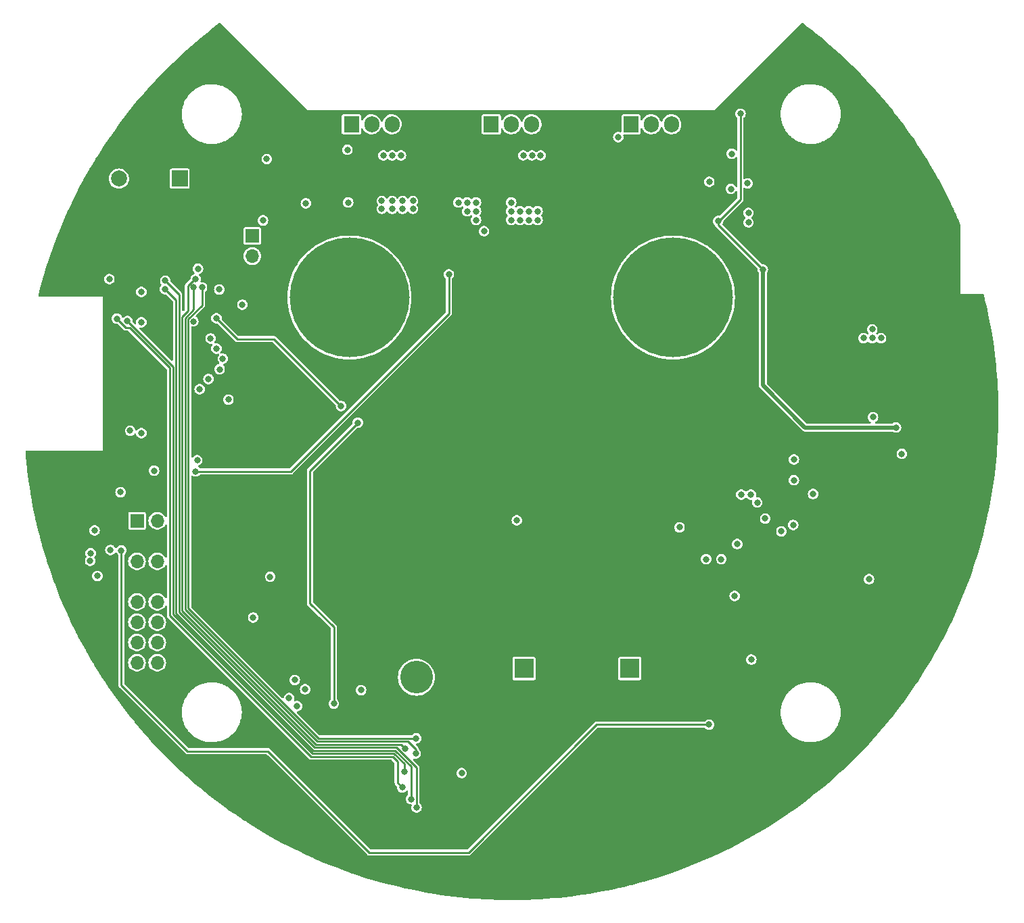
<source format=gbr>
%TF.GenerationSoftware,KiCad,Pcbnew,7.0.2-0*%
%TF.CreationDate,2023-08-15T10:21:39+08:00*%
%TF.ProjectId,H160_board,48313630-5f62-46f6-9172-642e6b696361,rev?*%
%TF.SameCoordinates,Original*%
%TF.FileFunction,Copper,L3,Inr*%
%TF.FilePolarity,Positive*%
%FSLAX46Y46*%
G04 Gerber Fmt 4.6, Leading zero omitted, Abs format (unit mm)*
G04 Created by KiCad (PCBNEW 7.0.2-0) date 2023-08-15 10:21:39*
%MOMM*%
%LPD*%
G01*
G04 APERTURE LIST*
%TA.AperFunction,ComponentPad*%
%ADD10R,2.400000X2.400000*%
%TD*%
%TA.AperFunction,ComponentPad*%
%ADD11C,2.400000*%
%TD*%
%TA.AperFunction,ComponentPad*%
%ADD12O,1.700000X1.350000*%
%TD*%
%TA.AperFunction,ComponentPad*%
%ADD13O,1.500000X1.100000*%
%TD*%
%TA.AperFunction,ComponentPad*%
%ADD14C,15.000000*%
%TD*%
%TA.AperFunction,ComponentPad*%
%ADD15C,4.100000*%
%TD*%
%TA.AperFunction,ComponentPad*%
%ADD16R,1.905000X2.000000*%
%TD*%
%TA.AperFunction,ComponentPad*%
%ADD17O,1.905000X2.000000*%
%TD*%
%TA.AperFunction,ComponentPad*%
%ADD18R,2.000000X2.000000*%
%TD*%
%TA.AperFunction,ComponentPad*%
%ADD19C,2.000000*%
%TD*%
%TA.AperFunction,ComponentPad*%
%ADD20R,1.700000X1.700000*%
%TD*%
%TA.AperFunction,ComponentPad*%
%ADD21O,1.700000X1.700000*%
%TD*%
%TA.AperFunction,ComponentPad*%
%ADD22C,0.500000*%
%TD*%
%TA.AperFunction,ViaPad*%
%ADD23C,0.800000*%
%TD*%
%TA.AperFunction,Conductor*%
%ADD24C,0.250000*%
%TD*%
%TA.AperFunction,Conductor*%
%ADD25C,0.500000*%
%TD*%
G04 APERTURE END LIST*
D10*
%TO.N,+VDC*%
%TO.C,C4*%
X101601041Y-132000000D03*
D11*
%TO.N,GND*%
X106601041Y-132000000D03*
%TD*%
D12*
%TO.N,GND*%
%TO.C,J6*%
X154480000Y-82990000D03*
D13*
X151480000Y-82680000D03*
X151480000Y-77840000D03*
D12*
X154480000Y-77530000D03*
%TD*%
D14*
%TO.N,+VDC*%
%TO.C,H2*%
X120250000Y-85500000D03*
%TD*%
D15*
%TO.N,+VDC*%
%TO.C,H1*%
X88131000Y-133092000D03*
%TD*%
D16*
%TO.N,/MOTOR_GATE_A*%
%TO.C,Q4*%
X97500000Y-63800000D03*
D17*
%TO.N,/MOTOR(-)*%
X100040000Y-63800000D03*
%TO.N,Net-(Q4-S)*%
X102580000Y-63800000D03*
%TD*%
D15*
%TO.N,GND*%
%TO.C,H4*%
X66907000Y-111879000D03*
%TD*%
D16*
%TO.N,/MOTOR_GATE_B*%
%TO.C,Q5*%
X80000000Y-63800000D03*
D17*
%TO.N,/MOTOR(-)*%
X82540000Y-63800000D03*
%TO.N,Net-(Q5-S)*%
X85080000Y-63800000D03*
%TD*%
D18*
%TO.N,+12V*%
%TO.C,BZ1*%
X58500000Y-70600000D03*
D19*
%TO.N,Net-(BZ1-+)*%
X50900000Y-70600000D03*
%TD*%
D20*
%TO.N,Net-(J2-Pin_1)*%
%TO.C,J2*%
X67600000Y-77775000D03*
D21*
%TO.N,/TRIGGER*%
X67600000Y-80315000D03*
%TD*%
D22*
%TO.N,GND*%
%TO.C,U5*%
X77975000Y-71500000D03*
X77975000Y-70250000D03*
X77975000Y-69000000D03*
X76900000Y-71500000D03*
X76900000Y-70250000D03*
X76900000Y-69000000D03*
X75825000Y-71500000D03*
X75825000Y-70250000D03*
X75825000Y-69000000D03*
%TD*%
D20*
%TO.N,+12V*%
%TO.C,J4*%
X53160000Y-113480000D03*
D21*
%TO.N,+3V3*%
X55700000Y-113480000D03*
%TO.N,GND*%
X53160000Y-116020000D03*
X55700000Y-116020000D03*
%TO.N,/SCL*%
X53160000Y-118560000D03*
%TO.N,/SDA*%
X55700000Y-118560000D03*
%TO.N,GND*%
X53160000Y-121100000D03*
X55700000Y-121100000D03*
%TO.N,/ADC3*%
X53160000Y-123640000D03*
%TO.N,/ADC2*%
X55700000Y-123640000D03*
%TO.N,/MOSI*%
X53160000Y-126180000D03*
%TO.N,/CS4*%
X55700000Y-126180000D03*
%TO.N,/SCK*%
X53160000Y-128720000D03*
%TO.N,/CS3*%
X55700000Y-128720000D03*
%TO.N,/MISO*%
X53160000Y-131260000D03*
%TO.N,/CS2*%
X55700000Y-131260000D03*
%TD*%
D10*
%TO.N,+VDC*%
%TO.C,C5*%
X114850000Y-132000000D03*
D11*
%TO.N,GND*%
X119850000Y-132000000D03*
%TD*%
D14*
%TO.N,/MOTOR(-)*%
%TO.C,H3*%
X79750000Y-85500000D03*
%TD*%
D16*
%TO.N,/MOTOR(-)*%
%TO.C,Q3*%
X115000000Y-63800000D03*
D17*
%TO.N,+VDC*%
X117540000Y-63800000D03*
%TO.N,/MOTOR(-)*%
X120080000Y-63800000D03*
%TD*%
D23*
%TO.N,/CS0*%
X72900000Y-133425000D03*
%TO.N,Net-(BT1-+)*%
X100700000Y-113425000D03*
X69825000Y-120500000D03*
%TO.N,GND*%
X92400000Y-75800000D03*
X90200000Y-76900000D03*
X145800000Y-108500000D03*
X90200000Y-75800000D03*
X137000000Y-113500000D03*
X127400000Y-111600000D03*
X126200000Y-110200000D03*
X143400000Y-107100000D03*
X91300000Y-76900000D03*
X144100000Y-115600000D03*
X91300000Y-75800000D03*
X125000000Y-110200000D03*
X146500000Y-112900000D03*
X145800000Y-107100000D03*
X144600000Y-109800000D03*
X126200000Y-111600000D03*
X137900000Y-92500000D03*
X145300000Y-115600000D03*
X125000000Y-112900000D03*
X145300000Y-114300000D03*
X137900000Y-95800000D03*
X145800000Y-109900000D03*
X146500000Y-115700000D03*
X141200000Y-92500000D03*
X144100000Y-112900000D03*
X144600000Y-107100000D03*
X125000000Y-111600000D03*
X127400000Y-113000000D03*
X137000000Y-114600000D03*
X126200000Y-112900000D03*
X145300000Y-112900000D03*
X127400000Y-110200000D03*
X146500000Y-114300000D03*
X144600000Y-108500000D03*
X144100000Y-114300000D03*
X143400000Y-109800000D03*
X141200000Y-95800000D03*
X143400000Y-108500000D03*
%TO.N,/CS0*%
X64600000Y-98300000D03*
%TO.N,/MOSI*%
X61000000Y-97000000D03*
X74200000Y-134600000D03*
%TO.N,/SCK*%
X62100000Y-95710000D03*
X72200000Y-135700000D03*
%TO.N,/MISO*%
X63500000Y-94500000D03*
X73200000Y-136700000D03*
%TO.N,/CS2*%
X63900000Y-93170000D03*
%TO.N,/CS3*%
X63100000Y-91900000D03*
%TO.N,/CS4*%
X62370000Y-90630000D03*
%TO.N,/BUZZER*%
X53700000Y-88600000D03*
X49700000Y-83200000D03*
%TO.N,Net-(D5-K)*%
X127600000Y-67500000D03*
X129700000Y-76100000D03*
%TO.N,Net-(Q4-S)*%
X103700000Y-67700000D03*
X102600000Y-67700000D03*
X101500000Y-67700000D03*
%TO.N,+12V*%
X69400000Y-68150000D03*
X128800000Y-110200000D03*
X145300000Y-100500000D03*
%TO.N,+5V*%
X128700000Y-62475000D03*
X148175000Y-101800000D03*
X125909993Y-75927367D03*
X131500000Y-82000000D03*
%TO.N,/MOTOR(-)*%
X113400000Y-65400000D03*
%TO.N,/VCC1*%
X135400000Y-105800000D03*
X137800000Y-110129500D03*
%TO.N,/SCL*%
X47300000Y-118500000D03*
%TO.N,/SDA*%
X47350000Y-117550000D03*
%TO.N,+VDC*%
X121075000Y-114300000D03*
X133825000Y-114800000D03*
%TO.N,SD_D2*%
X56700000Y-83400000D03*
X88150000Y-149400000D03*
%TO.N,SD_D3*%
X56650000Y-84450000D03*
X87450000Y-148350000D03*
%TO.N,SD_CMD*%
X50650000Y-88150000D03*
X86350000Y-146900000D03*
%TO.N,SD_CLK*%
X51950000Y-88450000D03*
X86600000Y-144900000D03*
%TO.N,SD_D0*%
X60250000Y-84250000D03*
X88050000Y-142650000D03*
%TO.N,SD_D1*%
X60500000Y-83200000D03*
X86700000Y-142050000D03*
%TO.N,SD_DET*%
X88100000Y-140750000D03*
X61300000Y-84250000D03*
%TO.N,/MOTOR_PWM*%
X63450000Y-84500000D03*
X79500000Y-67000000D03*
%TO.N,/ADC_INT*%
X53700000Y-102500000D03*
X48200000Y-120400000D03*
%TO.N,/FB*%
X135400000Y-108400000D03*
X148900000Y-105100000D03*
%TO.N,+3V3*%
X67700000Y-125600000D03*
X81200000Y-134700000D03*
X144100000Y-90600000D03*
X79600000Y-73600000D03*
X96600000Y-77200000D03*
X93800000Y-145100000D03*
X145200000Y-90600000D03*
X60700000Y-105900000D03*
X55300000Y-107200000D03*
X74300000Y-73700000D03*
X60800000Y-81900000D03*
X51100000Y-109900000D03*
X146300000Y-90600000D03*
X47850000Y-114700000D03*
X68925000Y-75850000D03*
X145200000Y-89500000D03*
%TO.N,/SENSE+*%
X144800000Y-120800000D03*
X130000000Y-110200000D03*
%TO.N,/IRQ_ORIENT*%
X78700000Y-99100000D03*
X77800000Y-136400000D03*
X63100000Y-88100000D03*
X80800000Y-101200000D03*
%TO.N,/FT_BOOT*%
X129600000Y-71200000D03*
X66350000Y-86397500D03*
%TO.N,/FT_RST*%
X52300000Y-102200000D03*
X127500000Y-71900000D03*
%TO.N,/FT_RX*%
X53700000Y-84800000D03*
X124800000Y-71000000D03*
%TO.N,/FT_TX*%
X129700000Y-74900000D03*
X60200000Y-88500000D03*
%TO.N,Net-(Q2-D)*%
X127975000Y-122900000D03*
X128300000Y-116400000D03*
%TO.N,Net-(Q1-G)*%
X131800000Y-113200000D03*
X124400000Y-118300000D03*
%TO.N,Net-(Q2-G)*%
X130800000Y-111200000D03*
X126300000Y-118300000D03*
%TO.N,Net-(Q5-S)*%
X84000000Y-67700000D03*
X85100000Y-67700000D03*
X86200000Y-67700000D03*
%TO.N,Net-(U1-EN{slash}SYNC)*%
X130050000Y-130875000D03*
X135300000Y-114000000D03*
%TO.N,Net-(U4-IP+)*%
X95600000Y-75800000D03*
X102200000Y-75800000D03*
X94500000Y-74700000D03*
X100000000Y-74700000D03*
X87700000Y-74400000D03*
X86400000Y-73400000D03*
X101100000Y-75800000D03*
X86400000Y-74400000D03*
X94500000Y-73600000D03*
X93400000Y-73600000D03*
X103300000Y-75800000D03*
X100000000Y-75800000D03*
X95600000Y-74700000D03*
X85100000Y-73400000D03*
X85100000Y-74400000D03*
X95600000Y-73600000D03*
X87700000Y-73400000D03*
X83800000Y-74400000D03*
X101100000Y-74700000D03*
X100000000Y-73600000D03*
X103300000Y-74700000D03*
X102200000Y-74700000D03*
X83800000Y-73400000D03*
%TO.N,Net-(U9-AIN2)*%
X51200000Y-117200000D03*
X124775000Y-139025000D03*
%TO.N,Net-(U9-AIN3)*%
X92200000Y-82600000D03*
X49833310Y-117133310D03*
X60500000Y-107300000D03*
%TD*%
D24*
%TO.N,+5V*%
X125972633Y-75927367D02*
X128700000Y-73200000D01*
X131500000Y-82000000D02*
X125909993Y-76409993D01*
X128700000Y-62475000D02*
X128700000Y-73200000D01*
D25*
X131500000Y-96500000D02*
X131500000Y-82000000D01*
D24*
X125909993Y-75927367D02*
X125972633Y-75927367D01*
X125909993Y-76409993D02*
X125909993Y-75927367D01*
D25*
X131500000Y-96500000D02*
X136800000Y-101800000D01*
X148175000Y-101800000D02*
X137300000Y-101800000D01*
X136800000Y-101800000D02*
X137300000Y-101800000D01*
D24*
%TO.N,SD_D2*%
X88150000Y-144550000D02*
X88150000Y-149400000D01*
X56700000Y-83400000D02*
X58417000Y-85117000D01*
X85631932Y-141904000D02*
X88150000Y-144422068D01*
X58417000Y-85117000D02*
X58417000Y-124916474D01*
X88150000Y-144422068D02*
X88150000Y-144550000D01*
X75404524Y-141904000D02*
X85631932Y-141904000D01*
X58417000Y-124916474D02*
X75404524Y-141904000D01*
%TO.N,SD_D3*%
X56650000Y-84450000D02*
X58040000Y-85840000D01*
X85475774Y-142281000D02*
X87450000Y-144255226D01*
X58040000Y-97600000D02*
X58040000Y-125072632D01*
X87450000Y-144255226D02*
X87450000Y-144383158D01*
X74383684Y-141416316D02*
X74383684Y-141416319D01*
X87450000Y-144383158D02*
X87450000Y-148350000D01*
X75248365Y-142281000D02*
X85475774Y-142281000D01*
X74383684Y-141416319D02*
X75248365Y-142281000D01*
X58040000Y-85840000D02*
X58040000Y-97600000D01*
X58040000Y-125072632D02*
X74383684Y-141416316D01*
%TO.N,SD_CMD*%
X85163458Y-143035000D02*
X85789229Y-143660771D01*
X57506841Y-125606841D02*
X74935000Y-143035000D01*
X50650000Y-88150000D02*
X51791579Y-89291579D01*
X57506841Y-125605794D02*
X57506841Y-125606841D01*
X52258421Y-89291579D02*
X57286000Y-94319158D01*
X57286000Y-94319158D02*
X57286000Y-125384953D01*
X51791579Y-89291579D02*
X52258421Y-89291579D01*
X74935000Y-143035000D02*
X85163458Y-143035000D01*
X57286000Y-125384953D02*
X57506841Y-125605794D01*
X85789229Y-143660771D02*
X85789229Y-146339229D01*
X85789229Y-146339229D02*
X86350000Y-146900000D01*
%TO.N,SD_CLK*%
X57663000Y-94163000D02*
X57663000Y-125228794D01*
X51950000Y-88450000D02*
X57663000Y-94163000D01*
X75092206Y-142658000D02*
X85319616Y-142658000D01*
X85319616Y-142658000D02*
X86600000Y-143938384D01*
X57663000Y-125228794D02*
X75092206Y-142658000D01*
X86600000Y-143938384D02*
X86600000Y-144900000D01*
%TO.N,SD_D0*%
X85900000Y-141150000D02*
X87100000Y-141150000D01*
X88050000Y-142100000D02*
X88050000Y-142650000D01*
X60250000Y-86994774D02*
X59171000Y-88073773D01*
X60250000Y-84250000D02*
X60250000Y-86994774D01*
X59171000Y-88073773D02*
X59171000Y-91248000D01*
X59171000Y-91248000D02*
X59173000Y-91250000D01*
X59171000Y-98450000D02*
X59171000Y-124604158D01*
X87800000Y-141850000D02*
X88050000Y-142100000D01*
X59171000Y-91248000D02*
X59171000Y-98450000D01*
X87100000Y-141150000D02*
X87800000Y-141850000D01*
X59171000Y-124604158D02*
X75716842Y-141150000D01*
X75716842Y-141150000D02*
X85900000Y-141150000D01*
%TO.N,SD_D1*%
X60500000Y-83200000D02*
X60377932Y-83200000D01*
X75560683Y-141527000D02*
X86177000Y-141527000D01*
X58794000Y-124760316D02*
X75560683Y-141527000D01*
X59530808Y-87180808D02*
X58794000Y-87917614D01*
X58794000Y-87917614D02*
X58794000Y-124760316D01*
X59530808Y-84047124D02*
X59530808Y-87180808D01*
X86177000Y-141527000D02*
X86700000Y-142050000D01*
X60377932Y-83200000D02*
X59530808Y-84047124D01*
%TO.N,SD_DET*%
X59550000Y-124450000D02*
X74500000Y-139400000D01*
X61300000Y-86477932D02*
X59548000Y-88229932D01*
X59550000Y-89100000D02*
X59550000Y-91650000D01*
X59550000Y-91650000D02*
X59550000Y-98500000D01*
X74500000Y-139400000D02*
X75850000Y-140750000D01*
X59548000Y-88229932D02*
X59548000Y-89098000D01*
X61300000Y-84250000D02*
X61300000Y-86477932D01*
X75850000Y-140750000D02*
X88100000Y-140750000D01*
X59550000Y-98500000D02*
X59550000Y-124450000D01*
X59548000Y-89098000D02*
X59550000Y-89100000D01*
%TO.N,/IRQ_ORIENT*%
X77800000Y-126800000D02*
X74800000Y-123800000D01*
X77800000Y-136400000D02*
X77800000Y-126800000D01*
X74800000Y-107200000D02*
X80800000Y-101200000D01*
X70300000Y-90700000D02*
X78700000Y-99100000D01*
X63100000Y-88100000D02*
X65700000Y-90700000D01*
X65700000Y-90700000D02*
X70300000Y-90700000D01*
X74800000Y-123800000D02*
X74800000Y-107200000D01*
%TO.N,Net-(U9-AIN2)*%
X51200000Y-134050000D02*
X51200000Y-117200000D01*
X69550000Y-142350000D02*
X59500000Y-142350000D01*
X109737500Y-139962500D02*
X94650000Y-155050000D01*
X124775000Y-139025000D02*
X110675000Y-139025000D01*
X82250000Y-155050000D02*
X69550000Y-142350000D01*
X59500000Y-142350000D02*
X51200000Y-134050000D01*
X94650000Y-155050000D02*
X82250000Y-155050000D01*
X110675000Y-139025000D02*
X109737500Y-139962500D01*
%TO.N,Net-(U9-AIN3)*%
X72400000Y-107300000D02*
X92200000Y-87500000D01*
X60500000Y-107300000D02*
X72400000Y-107300000D01*
X92200000Y-87500000D02*
X92200000Y-82600000D01*
%TD*%
%TA.AperFunction,Conductor*%
%TO.N,GND*%
G36*
X136482374Y-51117266D02*
G01*
X136514824Y-51135178D01*
X137119146Y-51596500D01*
X137608072Y-51970179D01*
X137610411Y-51972010D01*
X138243757Y-52480161D01*
X138783962Y-52915117D01*
X138786115Y-52916891D01*
X139395283Y-53430313D01*
X139936058Y-53888758D01*
X139938080Y-53890510D01*
X140530031Y-54414390D01*
X141063704Y-54890540D01*
X141065580Y-54892247D01*
X141642134Y-55427883D01*
X142167185Y-55920761D01*
X142729917Y-56469466D01*
X143243886Y-56977008D01*
X143792209Y-57538131D01*
X144294136Y-58059517D01*
X144509344Y-58290663D01*
X144828078Y-58633002D01*
X145303915Y-59153002D01*
X145317262Y-59167587D01*
X145661282Y-59555461D01*
X145836803Y-59753357D01*
X146287730Y-60271891D01*
X146312681Y-60300583D01*
X146817677Y-60898441D01*
X147134722Y-61282213D01*
X147233581Y-61401880D01*
X147279740Y-61457753D01*
X147770044Y-62067502D01*
X147975916Y-62329955D01*
X148217887Y-62638431D01*
X148693327Y-63259852D01*
X149126485Y-63841801D01*
X149586913Y-64474711D01*
X150004985Y-65067118D01*
X150450231Y-65711309D01*
X150852873Y-66313646D01*
X150997936Y-66534760D01*
X151282760Y-66968908D01*
X151669576Y-67580518D01*
X152083959Y-68246690D01*
X152454537Y-68866825D01*
X152853396Y-69543976D01*
X153207054Y-70171318D01*
X153366385Y-70457401D01*
X153589941Y-70858804D01*
X153591153Y-70861032D01*
X153926563Y-71492862D01*
X154294359Y-72192485D01*
X154295581Y-72194872D01*
X154611968Y-72829115D01*
X154894701Y-73400000D01*
X154965622Y-73543200D01*
X154966848Y-73545747D01*
X155260457Y-74173618D01*
X155293920Y-74245500D01*
X155598606Y-74899999D01*
X155603301Y-74910083D01*
X155604523Y-74912792D01*
X155851109Y-75476881D01*
X155945095Y-75692219D01*
X156182955Y-76237200D01*
X156188980Y-76251003D01*
X156199500Y-76301405D01*
X156199500Y-85025072D01*
X156199415Y-85025500D01*
X156199458Y-85049999D01*
X156199500Y-85050099D01*
X156199616Y-85050382D01*
X156199617Y-85050383D01*
X156200000Y-85050541D01*
X156200002Y-85050539D01*
X156225014Y-85050524D01*
X156225014Y-85050528D01*
X156225158Y-85050500D01*
X159050197Y-85050500D01*
X159118318Y-85070502D01*
X159164811Y-85124158D01*
X159172736Y-85147175D01*
X159324403Y-85781038D01*
X159509908Y-86556327D01*
X159510613Y-86559450D01*
X159832278Y-88072723D01*
X159832904Y-88075863D01*
X160116019Y-89596842D01*
X160116565Y-89599997D01*
X160360940Y-91127666D01*
X160361406Y-91130834D01*
X160553676Y-92565638D01*
X160567191Y-92667021D01*
X160567565Y-92670115D01*
X160710741Y-93993132D01*
X160734331Y-94212813D01*
X160734624Y-94215897D01*
X160837321Y-95459582D01*
X160862026Y-95762379D01*
X160862239Y-95765450D01*
X160929862Y-96951048D01*
X160950193Y-97314704D01*
X160950326Y-97317761D01*
X160986358Y-98458925D01*
X160998771Y-98868661D01*
X160998827Y-98871701D01*
X161005630Y-99977344D01*
X161007737Y-100423436D01*
X161007715Y-100426457D01*
X160986991Y-101502427D01*
X160977080Y-101977955D01*
X160976981Y-101980956D01*
X160929993Y-103032154D01*
X160906828Y-103531042D01*
X160906655Y-103534021D01*
X160834398Y-104563376D01*
X160797012Y-105081997D01*
X160796764Y-105084952D01*
X160700027Y-106094903D01*
X160647721Y-106629548D01*
X160647400Y-106632477D01*
X160526849Y-107624692D01*
X160459031Y-108172876D01*
X160458638Y-108175776D01*
X160314820Y-109151686D01*
X160231086Y-109710825D01*
X160230623Y-109713695D01*
X160063936Y-110674783D01*
X159964035Y-111242421D01*
X159963502Y-111245260D01*
X159774414Y-112191966D01*
X159658031Y-112766775D01*
X159657430Y-112769581D01*
X159446325Y-113702439D01*
X159313276Y-114282864D01*
X159312607Y-114285635D01*
X159079809Y-115205159D01*
X158930021Y-115789590D01*
X158929287Y-115792325D01*
X158675143Y-116698711D01*
X158508484Y-117286115D01*
X158507686Y-117288812D01*
X158232553Y-118182083D01*
X158048938Y-118771439D01*
X158048077Y-118774097D01*
X157752272Y-119654329D01*
X157551711Y-120244519D01*
X157550789Y-120247137D01*
X157234568Y-121114483D01*
X157017105Y-121704462D01*
X157016123Y-121707038D01*
X156679773Y-122561479D01*
X156445482Y-123150281D01*
X156444442Y-123152813D01*
X156088244Y-123994286D01*
X155837202Y-124581063D01*
X155836106Y-124583550D01*
X155460420Y-125411785D01*
X155192628Y-125995955D01*
X155191476Y-125998397D01*
X154796517Y-126813410D01*
X154512291Y-127393794D01*
X154511087Y-127396188D01*
X154097084Y-128197929D01*
X153796496Y-128773964D01*
X153795240Y-128776310D01*
X153362668Y-129564233D01*
X153045736Y-130135494D01*
X153044430Y-130137791D01*
X152593654Y-130911589D01*
X152260595Y-131477332D01*
X152259241Y-131479579D01*
X151790381Y-132239355D01*
X151441512Y-132798739D01*
X151440111Y-132800935D01*
X150953510Y-133546388D01*
X150589003Y-134098878D01*
X150587557Y-134101022D01*
X150083612Y-134831782D01*
X149703657Y-135376850D01*
X149702168Y-135378940D01*
X149181214Y-136094742D01*
X148786000Y-136631892D01*
X148784470Y-136633929D01*
X148246839Y-137334512D01*
X147836711Y-137863082D01*
X147835140Y-137865064D01*
X147281230Y-138550094D01*
X146855513Y-139070715D01*
X146284962Y-139740759D01*
X145844677Y-140251953D01*
X145258524Y-140905904D01*
X144804116Y-141407002D01*
X144202666Y-142044650D01*
X143734443Y-142535182D01*
X143118147Y-143156171D01*
X142636377Y-143635733D01*
X142005599Y-144239810D01*
X141510622Y-144707950D01*
X140865800Y-145294803D01*
X140357906Y-145751137D01*
X139699500Y-146320450D01*
X139178977Y-146764620D01*
X138507332Y-147316184D01*
X137974644Y-147747701D01*
X137290166Y-148281271D01*
X136745633Y-148699793D01*
X136048803Y-149215071D01*
X135492758Y-149620261D01*
X134784016Y-150116998D01*
X134216845Y-150508500D01*
X133496590Y-150986485D01*
X132918731Y-151363929D01*
X132187494Y-151822873D01*
X131599185Y-152186037D01*
X130857435Y-152625714D01*
X130259205Y-152974206D01*
X129507186Y-153394522D01*
X128899586Y-153727972D01*
X128137875Y-154128652D01*
X127521151Y-154446876D01*
X126750250Y-154827706D01*
X126124896Y-155130400D01*
X125345280Y-155491190D01*
X124711625Y-155778150D01*
X123923821Y-156118698D01*
X123282359Y-156389656D01*
X122486763Y-156709834D01*
X121837988Y-156964543D01*
X121035112Y-157264179D01*
X120379400Y-157502454D01*
X119569852Y-157781358D01*
X118907594Y-158003021D01*
X118091784Y-158261087D01*
X117423525Y-158465919D01*
X116602050Y-158702991D01*
X116142380Y-158831131D01*
X115928069Y-158890873D01*
X115101458Y-159106834D01*
X114821593Y-159177194D01*
X114422403Y-159277552D01*
X113591018Y-159472335D01*
X113380503Y-159519574D01*
X112907356Y-159625745D01*
X112071666Y-159799262D01*
X111383947Y-159935220D01*
X110544532Y-160087373D01*
X109853108Y-160205787D01*
X109010518Y-160336496D01*
X108315892Y-160437257D01*
X107470710Y-160546457D01*
X107258963Y-160571665D01*
X106773265Y-160629487D01*
X105925943Y-160717139D01*
X105226278Y-160782346D01*
X104377272Y-160848418D01*
X103675922Y-160895738D01*
X102825849Y-160940200D01*
X102123119Y-160969595D01*
X101272525Y-160992433D01*
X100568989Y-161003862D01*
X99718384Y-161005081D01*
X99014469Y-160998521D01*
X98164394Y-160978133D01*
X97460635Y-160953576D01*
X96611561Y-160911606D01*
X95908425Y-160869055D01*
X95060954Y-160805544D01*
X94358872Y-160745012D01*
X93513526Y-160660012D01*
X92813008Y-160581531D01*
X91970251Y-160475100D01*
X91271867Y-160378727D01*
X90432157Y-160250926D01*
X89736371Y-160136720D01*
X88900303Y-159987646D01*
X88207510Y-159855664D01*
X87375697Y-159685435D01*
X86686304Y-159535745D01*
X85859243Y-159344474D01*
X85173785Y-159177185D01*
X84351854Y-158964960D01*
X83670943Y-158780218D01*
X83120408Y-158623045D01*
X82854688Y-158547184D01*
X82509899Y-158444107D01*
X82178689Y-158345089D01*
X81633177Y-158174245D01*
X81368662Y-158091404D01*
X81098397Y-158003021D01*
X80697999Y-157872080D01*
X80158326Y-157687882D01*
X79894652Y-157597885D01*
X79540173Y-157471845D01*
X79229854Y-157361506D01*
X78433743Y-157066991D01*
X77775204Y-156813698D01*
X76986775Y-156499026D01*
X76335003Y-156229017D01*
X75816564Y-156006670D01*
X75554803Y-155894406D01*
X75116959Y-155699764D01*
X74910091Y-155607801D01*
X74138696Y-155253496D01*
X73501556Y-154950525D01*
X72739326Y-154576691D01*
X72110223Y-154257577D01*
X71357647Y-153864449D01*
X70737003Y-153529413D01*
X69994597Y-153117257D01*
X69382766Y-152766493D01*
X68650968Y-152335544D01*
X68048474Y-151969362D01*
X67327682Y-151519845D01*
X66734920Y-151138497D01*
X66504428Y-150986485D01*
X66025625Y-150670708D01*
X65442941Y-150274427D01*
X64745608Y-149788660D01*
X64511118Y-149620261D01*
X64173414Y-149377738D01*
X63488510Y-148874307D01*
X63200884Y-148656394D01*
X62927174Y-148449022D01*
X62255047Y-147928169D01*
X61705018Y-147488879D01*
X61046114Y-146950930D01*
X60804083Y-146747281D01*
X60507668Y-146497871D01*
X59862455Y-145943189D01*
X59336087Y-145476803D01*
X59134954Y-145294803D01*
X58704829Y-144905593D01*
X58190810Y-144426144D01*
X57789277Y-144043807D01*
X57574136Y-143838951D01*
X57072627Y-143346608D01*
X56493500Y-142766405D01*
X56470869Y-142743732D01*
X56457199Y-142729608D01*
X55982430Y-142239064D01*
X55395900Y-141620793D01*
X55094118Y-141292599D01*
X54920770Y-141104079D01*
X54349847Y-140470782D01*
X53888382Y-139942437D01*
X53495777Y-139484036D01*
X53333493Y-139294555D01*
X52885923Y-138754880D01*
X52832052Y-138688646D01*
X52347399Y-138092769D01*
X52166618Y-137863082D01*
X51914082Y-137542226D01*
X51392261Y-136866266D01*
X50973455Y-136305230D01*
X50468628Y-135615748D01*
X50193600Y-135226972D01*
X50064688Y-135044742D01*
X49577182Y-134342138D01*
X49188313Y-133761508D01*
X48751250Y-133096119D01*
X48718483Y-133046234D01*
X48344866Y-132456302D01*
X47893097Y-131728896D01*
X47742643Y-131477332D01*
X47534984Y-131130118D01*
X47283175Y-130700698D01*
X47101528Y-130390928D01*
X46759155Y-129783759D01*
X46720012Y-129712943D01*
X46344290Y-129033197D01*
X46017878Y-128418095D01*
X45786273Y-127972715D01*
X45621900Y-127656623D01*
X45601407Y-127615500D01*
X45380866Y-127172943D01*
X45311672Y-127034093D01*
X44934822Y-126262093D01*
X44640950Y-125632575D01*
X44283506Y-124850524D01*
X44006130Y-124214412D01*
X43668344Y-123422760D01*
X43407666Y-122780625D01*
X43089782Y-121979836D01*
X42845875Y-121331973D01*
X42811014Y-121237200D01*
X42548159Y-120522600D01*
X42540304Y-120499999D01*
X42505548Y-120400000D01*
X47540693Y-120400000D01*
X47559850Y-120557780D01*
X47616212Y-120706394D01*
X47616213Y-120706395D01*
X47706502Y-120837201D01*
X47825471Y-120942599D01*
X47966207Y-121016463D01*
X48120529Y-121054500D01*
X48120531Y-121054500D01*
X48279469Y-121054500D01*
X48279471Y-121054500D01*
X48433793Y-121016463D01*
X48574529Y-120942599D01*
X48693498Y-120837201D01*
X48783787Y-120706395D01*
X48840149Y-120557782D01*
X48859307Y-120400000D01*
X48840149Y-120242218D01*
X48783787Y-120093605D01*
X48693498Y-119962799D01*
X48574529Y-119857401D01*
X48433793Y-119783537D01*
X48279471Y-119745500D01*
X48120529Y-119745500D01*
X47966207Y-119783537D01*
X47966206Y-119783537D01*
X47966204Y-119783538D01*
X47825472Y-119857400D01*
X47706501Y-119962799D01*
X47616212Y-120093605D01*
X47559850Y-120242219D01*
X47540693Y-120400000D01*
X42505548Y-120400000D01*
X42321220Y-119869662D01*
X42043830Y-119051995D01*
X41867654Y-118499999D01*
X46640693Y-118499999D01*
X46659850Y-118657780D01*
X46716212Y-118806394D01*
X46792188Y-118916463D01*
X46806502Y-118937201D01*
X46925471Y-119042599D01*
X47066207Y-119116463D01*
X47220529Y-119154500D01*
X47220531Y-119154500D01*
X47379469Y-119154500D01*
X47379471Y-119154500D01*
X47533793Y-119116463D01*
X47674529Y-119042599D01*
X47793498Y-118937201D01*
X47883787Y-118806395D01*
X47940149Y-118657782D01*
X47959307Y-118500000D01*
X47940149Y-118342218D01*
X47883787Y-118193605D01*
X47841811Y-118132793D01*
X47819576Y-118065370D01*
X47837323Y-117996627D01*
X47841812Y-117989641D01*
X47843493Y-117987205D01*
X47843498Y-117987201D01*
X47933787Y-117856395D01*
X47990149Y-117707782D01*
X48009307Y-117550000D01*
X47990149Y-117392218D01*
X47933787Y-117243605D01*
X47857656Y-117133310D01*
X49174003Y-117133310D01*
X49193160Y-117291090D01*
X49249522Y-117439704D01*
X49295554Y-117506392D01*
X49339812Y-117570511D01*
X49458781Y-117675909D01*
X49599517Y-117749773D01*
X49753839Y-117787810D01*
X49753841Y-117787810D01*
X49912779Y-117787810D01*
X49912781Y-117787810D01*
X50067103Y-117749773D01*
X50207839Y-117675909D01*
X50326808Y-117570511D01*
X50392906Y-117474751D01*
X50448062Y-117430053D01*
X50518630Y-117422270D01*
X50582205Y-117453874D01*
X50614410Y-117501644D01*
X50616210Y-117506392D01*
X50706503Y-117637202D01*
X50778053Y-117700590D01*
X50815779Y-117760734D01*
X50820500Y-117794902D01*
X50820500Y-133997574D01*
X50817818Y-134023431D01*
X50815581Y-134034099D01*
X50819532Y-134065793D01*
X50820500Y-134081380D01*
X50820500Y-134081448D01*
X50823955Y-134102159D01*
X50824705Y-134107304D01*
X50832241Y-134167751D01*
X50832276Y-134167861D01*
X50861255Y-134221410D01*
X50863638Y-134226039D01*
X50890406Y-134280793D01*
X50890461Y-134280866D01*
X50935284Y-134322130D01*
X50939041Y-134325735D01*
X59194581Y-142581275D01*
X59210966Y-142601450D01*
X59216932Y-142610582D01*
X59242141Y-142630203D01*
X59253842Y-142640537D01*
X59253881Y-142640576D01*
X59253884Y-142640578D01*
X59253887Y-142640581D01*
X59270999Y-142652799D01*
X59275142Y-142655889D01*
X59323234Y-142693320D01*
X59323296Y-142693352D01*
X59331017Y-142695650D01*
X59331021Y-142695653D01*
X59381743Y-142710752D01*
X59386607Y-142712311D01*
X59436673Y-142729500D01*
X59436675Y-142729500D01*
X59444280Y-142732111D01*
X59444369Y-142732124D01*
X59452408Y-142731791D01*
X59452410Y-142731792D01*
X59502002Y-142729741D01*
X59505225Y-142729608D01*
X59510431Y-142729500D01*
X69340616Y-142729500D01*
X69408737Y-142749502D01*
X69429711Y-142766405D01*
X81944581Y-155281275D01*
X81960966Y-155301450D01*
X81966932Y-155310582D01*
X81992141Y-155330203D01*
X82003842Y-155340537D01*
X82003882Y-155340577D01*
X82020977Y-155352782D01*
X82025141Y-155355887D01*
X82066881Y-155388375D01*
X82073224Y-155393312D01*
X82073311Y-155393357D01*
X82081017Y-155395651D01*
X82081020Y-155395653D01*
X82131708Y-155410743D01*
X82136624Y-155412318D01*
X82186673Y-155429500D01*
X82186674Y-155429500D01*
X82194282Y-155432112D01*
X82194368Y-155432124D01*
X82202407Y-155431791D01*
X82202409Y-155431792D01*
X82255212Y-155429608D01*
X82260420Y-155429500D01*
X94597574Y-155429500D01*
X94623431Y-155432181D01*
X94634100Y-155434419D01*
X94665796Y-155430468D01*
X94681382Y-155429500D01*
X94681440Y-155429500D01*
X94681443Y-155429500D01*
X94702194Y-155426036D01*
X94707243Y-155425300D01*
X94759783Y-155418752D01*
X94759788Y-155418749D01*
X94767782Y-155417753D01*
X94767842Y-155417734D01*
X94774926Y-155413900D01*
X94774927Y-155413900D01*
X94821411Y-155388742D01*
X94826043Y-155386359D01*
X94880807Y-155359587D01*
X94880854Y-155359552D01*
X94887087Y-155352782D01*
X94922130Y-155314713D01*
X94925713Y-155310979D01*
X110028080Y-140208614D01*
X110087605Y-140149089D01*
X110087607Y-140149085D01*
X110795289Y-139441404D01*
X110857602Y-139407379D01*
X110884385Y-139404500D01*
X124175544Y-139404500D01*
X124243665Y-139424502D01*
X124279238Y-139458921D01*
X124281502Y-139462201D01*
X124400471Y-139567599D01*
X124541207Y-139641463D01*
X124695529Y-139679500D01*
X124695531Y-139679500D01*
X124854469Y-139679500D01*
X124854471Y-139679500D01*
X125008793Y-139641463D01*
X125149529Y-139567599D01*
X125268498Y-139462201D01*
X125358787Y-139331395D01*
X125415149Y-139182782D01*
X125434307Y-139025000D01*
X125415149Y-138867218D01*
X125358787Y-138718605D01*
X125268498Y-138587799D01*
X125149529Y-138482401D01*
X125008793Y-138408537D01*
X124854471Y-138370500D01*
X124695529Y-138370500D01*
X124541207Y-138408537D01*
X124541206Y-138408537D01*
X124541204Y-138408538D01*
X124400472Y-138482400D01*
X124400470Y-138482401D01*
X124400471Y-138482401D01*
X124281502Y-138587799D01*
X124279238Y-138591078D01*
X124224081Y-138635776D01*
X124175544Y-138645500D01*
X110727421Y-138645500D01*
X110701564Y-138642818D01*
X110699389Y-138642362D01*
X110690899Y-138640581D01*
X110659211Y-138644532D01*
X110643625Y-138645500D01*
X110643553Y-138645500D01*
X110622825Y-138648958D01*
X110617677Y-138649708D01*
X110557252Y-138657239D01*
X110557132Y-138657278D01*
X110503567Y-138686265D01*
X110498942Y-138688646D01*
X110444222Y-138715398D01*
X110444126Y-138715469D01*
X110402868Y-138760285D01*
X110399265Y-138764039D01*
X109496209Y-139667095D01*
X109496207Y-139667098D01*
X94529711Y-154633595D01*
X94467399Y-154667621D01*
X94440616Y-154670500D01*
X82459384Y-154670500D01*
X82391263Y-154650498D01*
X82370289Y-154633595D01*
X69855418Y-142118724D01*
X69839030Y-142098544D01*
X69833067Y-142089417D01*
X69807855Y-142069793D01*
X69796153Y-142059458D01*
X69796117Y-142059422D01*
X69779032Y-142047223D01*
X69774863Y-142044114D01*
X69749981Y-142024749D01*
X69733119Y-142011625D01*
X69733117Y-142011624D01*
X69726767Y-142006682D01*
X69726692Y-142006643D01*
X69668311Y-141989262D01*
X69663353Y-141987673D01*
X69605722Y-141967888D01*
X69605630Y-141967875D01*
X69544786Y-141970392D01*
X69539579Y-141970500D01*
X59709384Y-141970500D01*
X59641263Y-141950498D01*
X59620289Y-141933595D01*
X55163694Y-137477000D01*
X58767680Y-137477000D01*
X58767842Y-137480194D01*
X58767842Y-137480195D01*
X58776397Y-137648897D01*
X58775969Y-137650683D01*
X58776648Y-137657248D01*
X58777154Y-137663817D01*
X58777810Y-137676747D01*
X58777972Y-137683131D01*
X58777972Y-137686433D01*
X58778381Y-137688018D01*
X58786784Y-137853721D01*
X58786785Y-137853737D01*
X58786947Y-137856919D01*
X58787430Y-137860075D01*
X58787431Y-137860080D01*
X58813468Y-138030037D01*
X58813145Y-138032437D01*
X58815037Y-138041491D01*
X58816247Y-138048183D01*
X58818270Y-138061390D01*
X58819054Y-138067498D01*
X58819098Y-138067931D01*
X58819396Y-138068733D01*
X58844552Y-138232940D01*
X58845350Y-138236022D01*
X58889211Y-138405427D01*
X58889114Y-138408425D01*
X58892671Y-138419567D01*
X58894617Y-138426303D01*
X58898196Y-138440126D01*
X58898858Y-138442960D01*
X58899009Y-138443267D01*
X58936431Y-138587798D01*
X58939902Y-138601204D01*
X58984410Y-138721381D01*
X59002841Y-138771145D01*
X59003087Y-138774706D01*
X59008676Y-138787495D01*
X59011376Y-138794191D01*
X59038422Y-138867219D01*
X59072019Y-138957932D01*
X59073426Y-138960800D01*
X59073428Y-138960805D01*
X59153170Y-139123369D01*
X59153872Y-139127450D01*
X59161797Y-139141453D01*
X59165263Y-139148023D01*
X59237152Y-139294578D01*
X59239549Y-139299464D01*
X59338636Y-139458435D01*
X59339899Y-139462966D01*
X59350357Y-139477676D01*
X59354594Y-139484036D01*
X59438698Y-139618970D01*
X59440771Y-139622295D01*
X59442728Y-139624823D01*
X59557314Y-139772857D01*
X59559228Y-139777748D01*
X59572334Y-139792660D01*
X59577329Y-139798714D01*
X59671667Y-139920589D01*
X59673620Y-139923112D01*
X59675816Y-139925422D01*
X59806924Y-140063348D01*
X59809575Y-140068509D01*
X59825389Y-140083147D01*
X59831124Y-140088806D01*
X59931699Y-140194611D01*
X59935709Y-140198829D01*
X59938124Y-140200902D01*
X59938128Y-140200906D01*
X60084853Y-140326865D01*
X60088308Y-140332187D01*
X60106812Y-140346073D01*
X60113258Y-140351250D01*
X60224346Y-140446616D01*
X60226968Y-140448441D01*
X60226972Y-140448444D01*
X60388212Y-140560670D01*
X60392524Y-140566034D01*
X60413616Y-140578699D01*
X60420725Y-140583299D01*
X60536571Y-140663931D01*
X60713846Y-140762326D01*
X60719050Y-140767602D01*
X60742560Y-140778606D01*
X60750296Y-140782558D01*
X60866380Y-140846990D01*
X60866388Y-140846994D01*
X60869179Y-140848543D01*
X60872099Y-140849796D01*
X60872103Y-140849798D01*
X61058353Y-140929724D01*
X61064469Y-140934782D01*
X61090204Y-140943734D01*
X61098497Y-140946951D01*
X61218758Y-140998559D01*
X61418139Y-141061115D01*
X61425169Y-141065818D01*
X61452846Y-141072350D01*
X61461625Y-141074759D01*
X61581720Y-141112439D01*
X61584833Y-141113078D01*
X61584838Y-141113080D01*
X61641220Y-141124666D01*
X61789459Y-141155130D01*
X61797381Y-141159338D01*
X61826683Y-141163132D01*
X61835854Y-141164665D01*
X61954340Y-141189015D01*
X62168437Y-141210786D01*
X62177216Y-141214363D01*
X62207800Y-141215151D01*
X62217306Y-141215756D01*
X62329599Y-141227175D01*
X62329600Y-141227175D01*
X62332796Y-141227500D01*
X62335996Y-141227500D01*
X62551121Y-141227500D01*
X62560701Y-141230313D01*
X62592185Y-141227876D01*
X62601910Y-141227500D01*
X62710004Y-141227500D01*
X62713204Y-141227500D01*
X62933521Y-141205096D01*
X62943820Y-141207015D01*
X62975757Y-141201195D01*
X62985580Y-141199802D01*
X63091660Y-141189015D01*
X63311646Y-141143806D01*
X63322575Y-141144714D01*
X63354559Y-141135404D01*
X63364398Y-141132965D01*
X63464280Y-141112439D01*
X63584375Y-141074759D01*
X63681558Y-141044268D01*
X63693014Y-141044056D01*
X63724612Y-141031206D01*
X63734356Y-141027702D01*
X63827242Y-140998559D01*
X64039393Y-140907517D01*
X64051249Y-140906091D01*
X64082012Y-140889711D01*
X64091530Y-140885143D01*
X64176821Y-140848543D01*
X64381420Y-140734981D01*
X64393535Y-140732258D01*
X64423024Y-140712417D01*
X64432215Y-140706788D01*
X64509429Y-140663931D01*
X64704077Y-140528451D01*
X64716299Y-140524368D01*
X64744083Y-140501190D01*
X64752818Y-140494527D01*
X64821654Y-140446616D01*
X65003984Y-140290090D01*
X65016156Y-140284599D01*
X65041829Y-140258256D01*
X65049978Y-140250605D01*
X65110291Y-140198829D01*
X65278022Y-140022376D01*
X65289978Y-140015448D01*
X65313151Y-139986171D01*
X65320626Y-139977557D01*
X65372380Y-139923112D01*
X65523324Y-139728107D01*
X65534887Y-139719738D01*
X65555208Y-139687791D01*
X65561887Y-139678288D01*
X65584269Y-139649373D01*
X65605229Y-139622295D01*
X65737341Y-139410339D01*
X65748337Y-139400541D01*
X65765485Y-139366235D01*
X65771252Y-139355935D01*
X65806451Y-139299464D01*
X65917835Y-139072392D01*
X65928085Y-139061203D01*
X65941770Y-139024903D01*
X65946547Y-139013859D01*
X65973981Y-138957932D01*
X66062919Y-138717790D01*
X66072250Y-138705265D01*
X66082239Y-138667336D01*
X66085929Y-138655661D01*
X66088134Y-138649708D01*
X66106098Y-138601204D01*
X66171065Y-138350284D01*
X66179313Y-138336491D01*
X66185414Y-138297321D01*
X66187936Y-138285126D01*
X66200648Y-138236030D01*
X66200650Y-138236022D01*
X66201448Y-138232940D01*
X66259053Y-137856919D01*
X66278320Y-137477000D01*
X66259053Y-137097081D01*
X66201448Y-136721060D01*
X66187934Y-136668867D01*
X66185414Y-136656680D01*
X66180147Y-136622865D01*
X66171067Y-136603723D01*
X66159172Y-136557780D01*
X66106098Y-136352796D01*
X66092604Y-136316362D01*
X66085928Y-136298335D01*
X66082238Y-136286662D01*
X66073593Y-136253835D01*
X66062921Y-136236215D01*
X65973981Y-135996068D01*
X65946535Y-135940116D01*
X65941768Y-135929096D01*
X65929889Y-135897587D01*
X65917835Y-135881607D01*
X65807862Y-135657412D01*
X65807859Y-135657408D01*
X65806451Y-135654536D01*
X65771267Y-135598088D01*
X65765491Y-135587773D01*
X65750562Y-135557906D01*
X65737341Y-135543659D01*
X65691396Y-135469948D01*
X65605229Y-135331705D01*
X65561887Y-135275711D01*
X65555210Y-135266212D01*
X65537470Y-135238323D01*
X65523323Y-135225891D01*
X65383046Y-135044668D01*
X65372380Y-135030888D01*
X65320625Y-134976442D01*
X65313156Y-134967835D01*
X65292876Y-134942211D01*
X65278020Y-134931622D01*
X65273149Y-134926498D01*
X65112771Y-134757780D01*
X65112484Y-134757478D01*
X65112483Y-134757477D01*
X65110291Y-134755171D01*
X65107876Y-134753098D01*
X65107871Y-134753093D01*
X65049998Y-134703411D01*
X65041836Y-134695749D01*
X65019306Y-134672632D01*
X65003982Y-134663908D01*
X64975261Y-134639252D01*
X64821654Y-134507384D01*
X64819034Y-134505560D01*
X64819027Y-134505555D01*
X64752829Y-134459480D01*
X64744094Y-134452817D01*
X64719643Y-134432419D01*
X64704076Y-134425547D01*
X64509429Y-134290069D01*
X64506643Y-134288522D01*
X64506634Y-134288517D01*
X64432225Y-134247217D01*
X64423035Y-134241588D01*
X64397017Y-134224082D01*
X64381420Y-134219018D01*
X64238998Y-134139968D01*
X64176821Y-134105457D01*
X64173894Y-134104200D01*
X64173886Y-134104197D01*
X64091552Y-134068864D01*
X64082026Y-134064294D01*
X64054811Y-134049804D01*
X64039393Y-134046482D01*
X63830165Y-133956695D01*
X63830158Y-133956692D01*
X63827242Y-133955441D01*
X63824215Y-133954491D01*
X63824190Y-133954482D01*
X63734380Y-133926304D01*
X63724633Y-133922800D01*
X63696602Y-133911400D01*
X63681560Y-133909733D01*
X63467312Y-133842512D01*
X63467306Y-133842510D01*
X63464280Y-133841561D01*
X63461176Y-133840923D01*
X63461168Y-133840921D01*
X63364417Y-133821038D01*
X63354569Y-133818596D01*
X63326129Y-133810318D01*
X63311648Y-133810193D01*
X63094788Y-133765627D01*
X63094772Y-133765624D01*
X63091660Y-133764985D01*
X63088501Y-133764663D01*
X63088470Y-133764659D01*
X62985618Y-133754200D01*
X62975778Y-133752806D01*
X62947302Y-133747617D01*
X62933524Y-133748904D01*
X62716383Y-133726823D01*
X62716377Y-133726822D01*
X62713204Y-133726500D01*
X62601901Y-133726500D01*
X62592177Y-133726124D01*
X62564051Y-133723946D01*
X62551121Y-133726500D01*
X62332796Y-133726500D01*
X62329623Y-133726822D01*
X62329616Y-133726823D01*
X62217326Y-133738242D01*
X62207823Y-133738846D01*
X62180420Y-133739551D01*
X62168438Y-133743213D01*
X61957512Y-133764662D01*
X61957503Y-133764663D01*
X61954340Y-133764985D01*
X61951230Y-133765623D01*
X61951211Y-133765627D01*
X61835893Y-133789326D01*
X61826709Y-133790862D01*
X61800387Y-133794270D01*
X61789460Y-133798868D01*
X61584835Y-133840920D01*
X61584819Y-133840924D01*
X61581720Y-133841561D01*
X61578689Y-133842511D01*
X61578681Y-133842514D01*
X61461631Y-133879238D01*
X61452855Y-133881647D01*
X61427942Y-133887526D01*
X61418142Y-133892882D01*
X61221810Y-133954482D01*
X61221784Y-133954491D01*
X61218758Y-133955441D01*
X61215846Y-133956690D01*
X61215826Y-133956698D01*
X61098516Y-134007040D01*
X61090225Y-134010256D01*
X61067005Y-134018333D01*
X61058354Y-134024275D01*
X60872103Y-134104201D01*
X60872083Y-134104210D01*
X60869179Y-134105457D01*
X60866398Y-134107000D01*
X60866395Y-134107002D01*
X60750303Y-134171438D01*
X60742570Y-134175388D01*
X60721310Y-134185338D01*
X60713846Y-134191673D01*
X60539365Y-134288517D01*
X60539347Y-134288528D01*
X60536571Y-134290069D01*
X60533958Y-134291887D01*
X60533935Y-134291902D01*
X60420745Y-134370685D01*
X60413631Y-134375290D01*
X60394516Y-134386768D01*
X60388213Y-134393328D01*
X60226972Y-134505555D01*
X60226956Y-134505567D01*
X60224346Y-134507384D01*
X60113251Y-134602756D01*
X60106816Y-134607923D01*
X60090020Y-134620526D01*
X60084854Y-134627133D01*
X59938129Y-134753093D01*
X59938123Y-134753098D01*
X59935709Y-134755171D01*
X59933530Y-134757463D01*
X59933504Y-134757488D01*
X59831124Y-134865192D01*
X59825392Y-134870849D01*
X59811007Y-134884163D01*
X59806925Y-134890649D01*
X59675825Y-135028567D01*
X59675813Y-135028580D01*
X59673620Y-135030888D01*
X59671675Y-135033400D01*
X59671667Y-135033410D01*
X59577335Y-135155278D01*
X59572340Y-135161331D01*
X59560398Y-135174918D01*
X59557315Y-135181141D01*
X59442728Y-135329176D01*
X59442722Y-135329183D01*
X59440771Y-135331705D01*
X59439083Y-135334411D01*
X59439083Y-135334413D01*
X59354603Y-135469948D01*
X59350370Y-135476302D01*
X59340816Y-135489741D01*
X59338637Y-135495563D01*
X59241245Y-135651814D01*
X59241239Y-135651823D01*
X59239549Y-135654536D01*
X59238143Y-135657401D01*
X59238137Y-135657413D01*
X59165261Y-135805981D01*
X59161795Y-135812550D01*
X59154559Y-135825334D01*
X59153171Y-135830628D01*
X59073424Y-135993202D01*
X59073424Y-135993203D01*
X59072019Y-135996068D01*
X59070916Y-135999044D01*
X59070910Y-135999060D01*
X59011378Y-136159803D01*
X59008679Y-136166495D01*
X59003567Y-136178193D01*
X59002841Y-136182853D01*
X58953358Y-136316463D01*
X58939902Y-136352796D01*
X58939107Y-136355866D01*
X58939104Y-136355876D01*
X58899009Y-136510732D01*
X58898879Y-136510949D01*
X58898195Y-136513875D01*
X58894617Y-136527693D01*
X58892673Y-136534424D01*
X58889422Y-136544606D01*
X58889212Y-136548572D01*
X58845349Y-136717978D01*
X58845345Y-136717996D01*
X58844552Y-136721060D01*
X58844071Y-136724197D01*
X58844069Y-136724209D01*
X58819396Y-136885265D01*
X58819120Y-136885852D01*
X58819054Y-136886500D01*
X58818270Y-136892614D01*
X58816248Y-136905812D01*
X58815038Y-136912499D01*
X58813311Y-136920762D01*
X58813468Y-136923960D01*
X58787431Y-137093918D01*
X58787431Y-137093919D01*
X58786947Y-137097081D01*
X58786785Y-137100260D01*
X58786784Y-137100278D01*
X58778381Y-137265980D01*
X58777972Y-137267150D01*
X58777972Y-137270868D01*
X58777810Y-137277253D01*
X58777154Y-137290181D01*
X58776649Y-137296747D01*
X58776033Y-137302702D01*
X58776397Y-137305101D01*
X58772624Y-137379510D01*
X58767680Y-137477000D01*
X55163694Y-137477000D01*
X51616405Y-133929711D01*
X51582379Y-133867399D01*
X51579500Y-133840616D01*
X51579500Y-131259999D01*
X52050767Y-131259999D01*
X52069654Y-131463819D01*
X52125672Y-131660702D01*
X52216910Y-131843933D01*
X52216912Y-131843935D01*
X52340268Y-132007285D01*
X52491538Y-132145186D01*
X52665573Y-132252944D01*
X52856444Y-132326888D01*
X53057653Y-132364500D01*
X53057655Y-132364500D01*
X53262345Y-132364500D01*
X53262347Y-132364500D01*
X53463556Y-132326888D01*
X53654427Y-132252944D01*
X53828462Y-132145186D01*
X53979732Y-132007285D01*
X54103088Y-131843935D01*
X54194328Y-131660701D01*
X54250345Y-131463821D01*
X54269232Y-131260000D01*
X54269232Y-131259999D01*
X54590767Y-131259999D01*
X54609654Y-131463819D01*
X54665672Y-131660702D01*
X54756910Y-131843933D01*
X54756912Y-131843935D01*
X54880268Y-132007285D01*
X55031538Y-132145186D01*
X55205573Y-132252944D01*
X55396444Y-132326888D01*
X55597653Y-132364500D01*
X55597655Y-132364500D01*
X55802345Y-132364500D01*
X55802347Y-132364500D01*
X56003556Y-132326888D01*
X56194427Y-132252944D01*
X56368462Y-132145186D01*
X56519732Y-132007285D01*
X56643088Y-131843935D01*
X56734328Y-131660701D01*
X56790345Y-131463821D01*
X56809232Y-131260000D01*
X56790345Y-131056179D01*
X56734328Y-130859299D01*
X56705818Y-130802043D01*
X56643089Y-130676066D01*
X56561938Y-130568605D01*
X56519732Y-130512715D01*
X56368462Y-130374814D01*
X56299961Y-130332400D01*
X56194428Y-130267056D01*
X56074252Y-130220500D01*
X56003556Y-130193112D01*
X55802347Y-130155500D01*
X55597653Y-130155500D01*
X55413723Y-130189882D01*
X55396444Y-130193112D01*
X55205571Y-130267056D01*
X55031539Y-130374813D01*
X54880267Y-130512716D01*
X54756910Y-130676066D01*
X54665672Y-130859297D01*
X54609654Y-131056180D01*
X54590767Y-131259999D01*
X54269232Y-131259999D01*
X54250345Y-131056179D01*
X54194328Y-130859299D01*
X54165818Y-130802043D01*
X54103089Y-130676066D01*
X54021938Y-130568605D01*
X53979732Y-130512715D01*
X53828462Y-130374814D01*
X53759961Y-130332400D01*
X53654428Y-130267056D01*
X53534252Y-130220500D01*
X53463556Y-130193112D01*
X53262347Y-130155500D01*
X53057653Y-130155500D01*
X52873723Y-130189882D01*
X52856444Y-130193112D01*
X52665571Y-130267056D01*
X52491539Y-130374813D01*
X52340267Y-130512716D01*
X52216910Y-130676066D01*
X52125672Y-130859297D01*
X52069654Y-131056180D01*
X52050767Y-131259999D01*
X51579500Y-131259999D01*
X51579500Y-128719999D01*
X52050767Y-128719999D01*
X52069654Y-128923819D01*
X52125672Y-129120702D01*
X52216910Y-129303933D01*
X52216912Y-129303935D01*
X52340268Y-129467285D01*
X52491538Y-129605186D01*
X52665573Y-129712944D01*
X52856444Y-129786888D01*
X53057653Y-129824500D01*
X53057655Y-129824500D01*
X53262345Y-129824500D01*
X53262347Y-129824500D01*
X53463556Y-129786888D01*
X53654427Y-129712944D01*
X53828462Y-129605186D01*
X53979732Y-129467285D01*
X54103088Y-129303935D01*
X54194328Y-129120701D01*
X54250345Y-128923821D01*
X54269232Y-128720000D01*
X54269232Y-128719999D01*
X54590767Y-128719999D01*
X54609654Y-128923819D01*
X54665672Y-129120702D01*
X54756910Y-129303933D01*
X54756912Y-129303935D01*
X54880268Y-129467285D01*
X55031538Y-129605186D01*
X55205573Y-129712944D01*
X55396444Y-129786888D01*
X55597653Y-129824500D01*
X55597655Y-129824500D01*
X55802345Y-129824500D01*
X55802347Y-129824500D01*
X56003556Y-129786888D01*
X56194427Y-129712944D01*
X56368462Y-129605186D01*
X56519732Y-129467285D01*
X56643088Y-129303935D01*
X56734328Y-129120701D01*
X56790345Y-128923821D01*
X56809232Y-128720000D01*
X56790345Y-128516179D01*
X56734328Y-128319299D01*
X56673893Y-128197929D01*
X56643089Y-128136066D01*
X56536654Y-127995124D01*
X56519732Y-127972715D01*
X56368462Y-127834814D01*
X56320087Y-127804861D01*
X56194428Y-127727056D01*
X56098991Y-127690083D01*
X56003556Y-127653112D01*
X55802347Y-127615500D01*
X55597653Y-127615500D01*
X55396443Y-127653111D01*
X55396444Y-127653112D01*
X55205571Y-127727056D01*
X55031539Y-127834813D01*
X54880267Y-127972716D01*
X54756910Y-128136066D01*
X54665672Y-128319297D01*
X54609654Y-128516180D01*
X54590767Y-128719999D01*
X54269232Y-128719999D01*
X54250345Y-128516179D01*
X54194328Y-128319299D01*
X54133893Y-128197929D01*
X54103089Y-128136066D01*
X53996654Y-127995124D01*
X53979732Y-127972715D01*
X53828462Y-127834814D01*
X53780087Y-127804861D01*
X53654428Y-127727056D01*
X53558991Y-127690083D01*
X53463556Y-127653112D01*
X53262347Y-127615500D01*
X53057653Y-127615500D01*
X52856444Y-127653111D01*
X52856444Y-127653112D01*
X52665571Y-127727056D01*
X52491539Y-127834813D01*
X52340267Y-127972716D01*
X52216910Y-128136066D01*
X52125672Y-128319297D01*
X52069654Y-128516180D01*
X52050767Y-128719999D01*
X51579500Y-128719999D01*
X51579500Y-126180000D01*
X52050767Y-126180000D01*
X52069654Y-126383819D01*
X52125672Y-126580702D01*
X52216910Y-126763933D01*
X52232218Y-126784204D01*
X52340268Y-126927285D01*
X52491538Y-127065186D01*
X52665573Y-127172944D01*
X52856444Y-127246888D01*
X53057653Y-127284500D01*
X53057655Y-127284500D01*
X53262345Y-127284500D01*
X53262347Y-127284500D01*
X53463556Y-127246888D01*
X53654427Y-127172944D01*
X53828462Y-127065186D01*
X53979732Y-126927285D01*
X54103088Y-126763935D01*
X54194328Y-126580701D01*
X54250345Y-126383821D01*
X54269232Y-126180000D01*
X54269232Y-126179999D01*
X54590767Y-126179999D01*
X54609654Y-126383819D01*
X54665672Y-126580702D01*
X54756910Y-126763933D01*
X54772218Y-126784204D01*
X54880268Y-126927285D01*
X55031538Y-127065186D01*
X55205573Y-127172944D01*
X55396444Y-127246888D01*
X55597653Y-127284500D01*
X55597655Y-127284500D01*
X55802345Y-127284500D01*
X55802347Y-127284500D01*
X56003556Y-127246888D01*
X56194427Y-127172944D01*
X56368462Y-127065186D01*
X56519732Y-126927285D01*
X56643088Y-126763935D01*
X56734328Y-126580701D01*
X56790345Y-126383821D01*
X56809232Y-126180000D01*
X56790345Y-125976179D01*
X56734328Y-125779299D01*
X56674343Y-125658833D01*
X56643089Y-125596066D01*
X56566568Y-125494736D01*
X56519732Y-125432715D01*
X56368462Y-125294814D01*
X56223143Y-125204836D01*
X56194428Y-125187056D01*
X56098991Y-125150084D01*
X56003556Y-125113112D01*
X55802347Y-125075500D01*
X55597653Y-125075500D01*
X55396443Y-125113111D01*
X55396444Y-125113112D01*
X55205571Y-125187056D01*
X55031539Y-125294813D01*
X54880267Y-125432716D01*
X54756910Y-125596066D01*
X54665672Y-125779297D01*
X54609654Y-125976180D01*
X54590767Y-126179999D01*
X54269232Y-126179999D01*
X54250345Y-125976179D01*
X54194328Y-125779299D01*
X54134343Y-125658833D01*
X54103089Y-125596066D01*
X54026568Y-125494736D01*
X53979732Y-125432715D01*
X53828462Y-125294814D01*
X53683143Y-125204836D01*
X53654428Y-125187056D01*
X53558991Y-125150084D01*
X53463556Y-125113112D01*
X53262347Y-125075500D01*
X53057653Y-125075500D01*
X52856443Y-125113111D01*
X52856444Y-125113112D01*
X52665571Y-125187056D01*
X52491539Y-125294813D01*
X52340267Y-125432716D01*
X52216910Y-125596066D01*
X52125672Y-125779297D01*
X52069654Y-125976180D01*
X52050767Y-126180000D01*
X51579500Y-126180000D01*
X51579500Y-123640000D01*
X52050767Y-123640000D01*
X52069654Y-123843819D01*
X52125672Y-124040702D01*
X52216910Y-124223933D01*
X52249734Y-124267399D01*
X52340268Y-124387285D01*
X52491538Y-124525186D01*
X52665573Y-124632944D01*
X52856444Y-124706888D01*
X53057653Y-124744500D01*
X53057655Y-124744500D01*
X53262345Y-124744500D01*
X53262347Y-124744500D01*
X53463556Y-124706888D01*
X53654427Y-124632944D01*
X53828462Y-124525186D01*
X53979732Y-124387285D01*
X54103088Y-124223935D01*
X54194328Y-124040701D01*
X54250345Y-123843821D01*
X54269232Y-123640000D01*
X54250345Y-123436179D01*
X54194328Y-123239299D01*
X54150002Y-123150281D01*
X54103089Y-123056066D01*
X53985233Y-122900000D01*
X53979732Y-122892715D01*
X53828462Y-122754814D01*
X53780087Y-122724861D01*
X53654428Y-122647056D01*
X53516454Y-122593605D01*
X53463556Y-122573112D01*
X53262347Y-122535500D01*
X53057653Y-122535500D01*
X52918676Y-122561479D01*
X52856444Y-122573112D01*
X52665571Y-122647056D01*
X52491539Y-122754813D01*
X52340267Y-122892716D01*
X52216910Y-123056066D01*
X52125672Y-123239297D01*
X52069654Y-123436180D01*
X52050767Y-123640000D01*
X51579500Y-123640000D01*
X51579500Y-118560000D01*
X52050767Y-118560000D01*
X52069654Y-118763819D01*
X52125672Y-118960702D01*
X52216910Y-119143933D01*
X52224890Y-119154500D01*
X52340268Y-119307285D01*
X52491538Y-119445186D01*
X52665573Y-119552944D01*
X52856444Y-119626888D01*
X53057653Y-119664500D01*
X53057655Y-119664500D01*
X53262345Y-119664500D01*
X53262347Y-119664500D01*
X53463556Y-119626888D01*
X53654427Y-119552944D01*
X53828462Y-119445186D01*
X53979732Y-119307285D01*
X54103088Y-119143935D01*
X54194328Y-118960701D01*
X54250345Y-118763821D01*
X54269232Y-118560000D01*
X54250345Y-118356179D01*
X54194328Y-118159299D01*
X54147557Y-118065370D01*
X54103089Y-117976066D01*
X54058639Y-117917205D01*
X53979732Y-117812715D01*
X53828462Y-117674814D01*
X53767715Y-117637201D01*
X53654428Y-117567056D01*
X53497843Y-117506395D01*
X53463556Y-117493112D01*
X53262347Y-117455500D01*
X53057653Y-117455500D01*
X52856443Y-117493111D01*
X52856444Y-117493112D01*
X52665571Y-117567056D01*
X52491539Y-117674813D01*
X52491537Y-117674814D01*
X52491538Y-117674814D01*
X52367588Y-117787810D01*
X52340267Y-117812716D01*
X52216910Y-117976066D01*
X52125672Y-118159297D01*
X52069654Y-118356180D01*
X52050767Y-118560000D01*
X51579500Y-118560000D01*
X51579500Y-117794902D01*
X51599502Y-117726781D01*
X51621947Y-117700590D01*
X51693498Y-117637201D01*
X51783787Y-117506395D01*
X51840149Y-117357782D01*
X51859307Y-117200000D01*
X51840149Y-117042218D01*
X51783787Y-116893605D01*
X51693498Y-116762799D01*
X51574529Y-116657401D01*
X51433793Y-116583537D01*
X51279471Y-116545500D01*
X51120529Y-116545500D01*
X50966207Y-116583537D01*
X50966206Y-116583537D01*
X50966204Y-116583538D01*
X50825472Y-116657400D01*
X50706503Y-116762798D01*
X50640405Y-116858557D01*
X50585246Y-116903256D01*
X50514677Y-116911039D01*
X50451103Y-116879434D01*
X50418898Y-116831662D01*
X50417098Y-116826916D01*
X50326808Y-116696109D01*
X50264980Y-116641334D01*
X50207839Y-116590711D01*
X50067103Y-116516847D01*
X49912781Y-116478810D01*
X49753839Y-116478810D01*
X49599517Y-116516847D01*
X49599516Y-116516847D01*
X49599514Y-116516848D01*
X49458782Y-116590710D01*
X49339811Y-116696109D01*
X49249522Y-116826915D01*
X49193160Y-116975529D01*
X49174003Y-117133310D01*
X47857656Y-117133310D01*
X47843498Y-117112799D01*
X47724529Y-117007401D01*
X47583793Y-116933537D01*
X47429471Y-116895500D01*
X47270529Y-116895500D01*
X47116207Y-116933537D01*
X47116206Y-116933537D01*
X47116204Y-116933538D01*
X46975472Y-117007400D01*
X46856501Y-117112799D01*
X46766212Y-117243605D01*
X46709850Y-117392219D01*
X46690693Y-117550000D01*
X46709850Y-117707780D01*
X46766212Y-117856394D01*
X46808187Y-117917205D01*
X46830423Y-117984630D01*
X46812676Y-118053372D01*
X46808187Y-118060357D01*
X46716212Y-118193605D01*
X46659850Y-118342219D01*
X46640693Y-118499999D01*
X41867654Y-118499999D01*
X41834006Y-118394574D01*
X41577172Y-117569131D01*
X41384463Y-116907399D01*
X41148417Y-116074747D01*
X41118898Y-115962799D01*
X40973024Y-115409599D01*
X40791208Y-114700000D01*
X47190693Y-114700000D01*
X47209850Y-114857780D01*
X47266212Y-115006394D01*
X47266213Y-115006395D01*
X47356502Y-115137201D01*
X47475471Y-115242599D01*
X47616207Y-115316463D01*
X47770529Y-115354500D01*
X47770531Y-115354500D01*
X47929469Y-115354500D01*
X47929471Y-115354500D01*
X48083793Y-115316463D01*
X48224529Y-115242599D01*
X48343498Y-115137201D01*
X48433787Y-115006395D01*
X48490149Y-114857782D01*
X48509307Y-114700000D01*
X48490149Y-114542218D01*
X48433787Y-114393605D01*
X48407187Y-114355068D01*
X52055500Y-114355068D01*
X52070265Y-114429300D01*
X52126515Y-114513484D01*
X52169519Y-114542218D01*
X52210699Y-114569734D01*
X52284933Y-114584500D01*
X54035066Y-114584499D01*
X54035068Y-114584499D01*
X54084555Y-114574655D01*
X54109301Y-114569734D01*
X54193484Y-114513484D01*
X54249734Y-114429301D01*
X54264500Y-114355067D01*
X54264499Y-112604934D01*
X54264499Y-112604933D01*
X54264499Y-112604931D01*
X54249734Y-112530699D01*
X54193484Y-112446515D01*
X54109301Y-112390266D01*
X54080630Y-112384563D01*
X54035067Y-112375500D01*
X54035066Y-112375500D01*
X52284931Y-112375500D01*
X52210699Y-112390265D01*
X52126515Y-112446515D01*
X52070266Y-112530698D01*
X52055500Y-112604933D01*
X52055500Y-114355068D01*
X48407187Y-114355068D01*
X48343498Y-114262799D01*
X48224529Y-114157401D01*
X48083793Y-114083537D01*
X47929471Y-114045500D01*
X47770529Y-114045500D01*
X47616207Y-114083537D01*
X47616206Y-114083537D01*
X47616204Y-114083538D01*
X47475472Y-114157400D01*
X47356501Y-114262799D01*
X47266212Y-114393605D01*
X47209850Y-114542219D01*
X47190693Y-114700000D01*
X40791208Y-114700000D01*
X40757885Y-114569945D01*
X40599786Y-113901523D01*
X40595011Y-113880702D01*
X40454332Y-113267219D01*
X40405830Y-113055710D01*
X40338101Y-112732716D01*
X40265136Y-112384755D01*
X40092457Y-111532922D01*
X40002590Y-111042219D01*
X39969201Y-110859903D01*
X39840365Y-110129499D01*
X39817999Y-110002701D01*
X39813140Y-109971719D01*
X39801892Y-109900000D01*
X50440693Y-109900000D01*
X50459850Y-110057780D01*
X50516212Y-110206394D01*
X50516213Y-110206395D01*
X50606502Y-110337201D01*
X50725471Y-110442599D01*
X50866207Y-110516463D01*
X51020529Y-110554500D01*
X51020531Y-110554500D01*
X51179469Y-110554500D01*
X51179471Y-110554500D01*
X51333793Y-110516463D01*
X51474529Y-110442599D01*
X51593498Y-110337201D01*
X51683787Y-110206395D01*
X51740149Y-110057782D01*
X51759307Y-109900000D01*
X51740149Y-109742218D01*
X51683787Y-109593605D01*
X51593498Y-109462799D01*
X51474529Y-109357401D01*
X51333793Y-109283537D01*
X51179471Y-109245500D01*
X51020529Y-109245500D01*
X50866207Y-109283537D01*
X50866206Y-109283537D01*
X50866204Y-109283538D01*
X50725472Y-109357400D01*
X50606501Y-109462799D01*
X50516212Y-109593605D01*
X50459850Y-109742219D01*
X50440693Y-109900000D01*
X39801892Y-109900000D01*
X39712210Y-109328202D01*
X39582612Y-108465926D01*
X39494302Y-107790503D01*
X39420840Y-107200000D01*
X54640693Y-107200000D01*
X54659850Y-107357780D01*
X54716212Y-107506394D01*
X54805921Y-107636359D01*
X54806502Y-107637201D01*
X54925471Y-107742599D01*
X55066207Y-107816463D01*
X55220529Y-107854500D01*
X55220531Y-107854500D01*
X55379469Y-107854500D01*
X55379471Y-107854500D01*
X55533793Y-107816463D01*
X55674529Y-107742599D01*
X55793498Y-107637201D01*
X55883787Y-107506395D01*
X55940149Y-107357782D01*
X55959307Y-107200000D01*
X55940149Y-107042218D01*
X55883787Y-106893605D01*
X55793498Y-106762799D01*
X55674529Y-106657401D01*
X55533793Y-106583537D01*
X55379471Y-106545500D01*
X55220529Y-106545500D01*
X55066207Y-106583537D01*
X55066206Y-106583537D01*
X55066204Y-106583538D01*
X54925472Y-106657400D01*
X54806501Y-106762799D01*
X54716212Y-106893605D01*
X54659850Y-107042219D01*
X54640693Y-107200000D01*
X39420840Y-107200000D01*
X39386469Y-106923716D01*
X39386132Y-106920500D01*
X39315608Y-106247760D01*
X39229682Y-105376973D01*
X39186910Y-104835906D01*
X39201482Y-104766440D01*
X39251308Y-104715865D01*
X39312516Y-104700000D01*
X48900000Y-104700000D01*
X48900000Y-102200000D01*
X51640693Y-102200000D01*
X51659850Y-102357780D01*
X51716212Y-102506394D01*
X51798514Y-102625628D01*
X51806502Y-102637201D01*
X51925471Y-102742599D01*
X52066207Y-102816463D01*
X52220529Y-102854500D01*
X52220531Y-102854500D01*
X52379469Y-102854500D01*
X52379471Y-102854500D01*
X52533793Y-102816463D01*
X52674529Y-102742599D01*
X52793498Y-102637201D01*
X52829151Y-102585547D01*
X52884307Y-102540849D01*
X52954876Y-102533066D01*
X53018450Y-102564670D01*
X53054846Y-102625628D01*
X53057927Y-102641937D01*
X53059850Y-102657781D01*
X53116212Y-102806394D01*
X53149418Y-102854500D01*
X53206502Y-102937201D01*
X53325471Y-103042599D01*
X53466207Y-103116463D01*
X53620529Y-103154500D01*
X53620531Y-103154500D01*
X53779469Y-103154500D01*
X53779471Y-103154500D01*
X53933793Y-103116463D01*
X54074529Y-103042599D01*
X54193498Y-102937201D01*
X54283787Y-102806395D01*
X54340149Y-102657782D01*
X54359307Y-102500000D01*
X54340149Y-102342218D01*
X54283787Y-102193605D01*
X54193498Y-102062799D01*
X54074529Y-101957401D01*
X53933793Y-101883537D01*
X53779471Y-101845500D01*
X53620529Y-101845500D01*
X53466207Y-101883537D01*
X53466206Y-101883537D01*
X53466204Y-101883538D01*
X53325472Y-101957400D01*
X53206500Y-102062800D01*
X53170848Y-102114451D01*
X53115689Y-102159150D01*
X53045121Y-102166933D01*
X52981547Y-102135327D01*
X52945153Y-102074369D01*
X52942074Y-102058077D01*
X52940149Y-102042218D01*
X52883787Y-101893605D01*
X52793498Y-101762799D01*
X52674529Y-101657401D01*
X52533793Y-101583537D01*
X52379471Y-101545500D01*
X52220529Y-101545500D01*
X52066207Y-101583537D01*
X52066206Y-101583537D01*
X52066204Y-101583538D01*
X51925472Y-101657400D01*
X51806501Y-101762799D01*
X51716212Y-101893605D01*
X51659850Y-102042219D01*
X51640693Y-102200000D01*
X48900000Y-102200000D01*
X48900000Y-88150000D01*
X49990693Y-88150000D01*
X50009850Y-88307780D01*
X50066212Y-88456394D01*
X50121989Y-88537200D01*
X50156502Y-88587201D01*
X50275471Y-88692599D01*
X50416207Y-88766463D01*
X50570529Y-88804500D01*
X50570531Y-88804500D01*
X50715616Y-88804500D01*
X50783737Y-88824502D01*
X50804711Y-88841405D01*
X51486160Y-89522854D01*
X51502545Y-89543029D01*
X51508511Y-89552161D01*
X51533720Y-89571782D01*
X51545421Y-89582116D01*
X51545460Y-89582155D01*
X51545463Y-89582157D01*
X51545466Y-89582160D01*
X51562578Y-89594378D01*
X51566721Y-89597468D01*
X51614813Y-89634899D01*
X51614875Y-89634931D01*
X51622596Y-89637229D01*
X51622600Y-89637232D01*
X51673322Y-89652331D01*
X51678186Y-89653890D01*
X51728252Y-89671079D01*
X51728254Y-89671079D01*
X51735859Y-89673690D01*
X51735948Y-89673703D01*
X51743987Y-89673370D01*
X51743989Y-89673371D01*
X51793581Y-89671320D01*
X51796804Y-89671187D01*
X51802010Y-89671079D01*
X52049037Y-89671079D01*
X52117158Y-89691081D01*
X52138132Y-89707984D01*
X56869595Y-94439447D01*
X56903621Y-94501759D01*
X56906500Y-94528542D01*
X56906500Y-112889348D01*
X56886498Y-112957469D01*
X56832842Y-113003962D01*
X56762568Y-113014066D01*
X56697988Y-112984572D01*
X56667710Y-112945512D01*
X56643088Y-112896066D01*
X56643088Y-112896065D01*
X56519732Y-112732715D01*
X56368462Y-112594814D01*
X56264913Y-112530699D01*
X56194428Y-112487056D01*
X56089779Y-112446515D01*
X56003556Y-112413112D01*
X55802347Y-112375500D01*
X55597653Y-112375500D01*
X55396443Y-112413111D01*
X55396444Y-112413112D01*
X55205571Y-112487056D01*
X55031539Y-112594813D01*
X54880267Y-112732716D01*
X54756910Y-112896066D01*
X54665672Y-113079297D01*
X54609654Y-113276180D01*
X54590767Y-113480000D01*
X54609654Y-113683819D01*
X54665672Y-113880702D01*
X54756910Y-114063933D01*
X54771715Y-114083538D01*
X54880268Y-114227285D01*
X55031538Y-114365186D01*
X55135086Y-114429300D01*
X55181085Y-114457782D01*
X55205573Y-114472944D01*
X55396444Y-114546888D01*
X55597653Y-114584500D01*
X55597655Y-114584500D01*
X55802345Y-114584500D01*
X55802347Y-114584500D01*
X56003556Y-114546888D01*
X56194427Y-114472944D01*
X56368462Y-114365186D01*
X56519732Y-114227285D01*
X56643088Y-114063935D01*
X56667710Y-114014486D01*
X56715978Y-113962425D01*
X56784733Y-113944722D01*
X56852143Y-113967001D01*
X56896807Y-114022188D01*
X56906500Y-114070651D01*
X56906500Y-117969348D01*
X56886498Y-118037469D01*
X56832842Y-118083962D01*
X56762568Y-118094066D01*
X56697988Y-118064572D01*
X56667710Y-118025512D01*
X56656426Y-118002851D01*
X56643088Y-117976065D01*
X56519732Y-117812715D01*
X56368462Y-117674814D01*
X56307715Y-117637201D01*
X56194428Y-117567056D01*
X56037843Y-117506395D01*
X56003556Y-117493112D01*
X55802347Y-117455500D01*
X55597653Y-117455500D01*
X55396444Y-117493111D01*
X55396444Y-117493112D01*
X55205571Y-117567056D01*
X55031539Y-117674813D01*
X55031537Y-117674814D01*
X55031538Y-117674814D01*
X54907588Y-117787810D01*
X54880267Y-117812716D01*
X54756910Y-117976066D01*
X54665672Y-118159297D01*
X54609654Y-118356180D01*
X54590767Y-118560000D01*
X54609654Y-118763819D01*
X54665672Y-118960702D01*
X54756910Y-119143933D01*
X54764890Y-119154500D01*
X54880268Y-119307285D01*
X55031538Y-119445186D01*
X55205573Y-119552944D01*
X55396444Y-119626888D01*
X55597653Y-119664500D01*
X55597655Y-119664500D01*
X55802345Y-119664500D01*
X55802347Y-119664500D01*
X56003556Y-119626888D01*
X56194427Y-119552944D01*
X56368462Y-119445186D01*
X56519732Y-119307285D01*
X56643088Y-119143935D01*
X56667710Y-119094486D01*
X56715978Y-119042425D01*
X56784733Y-119024722D01*
X56852143Y-119047001D01*
X56896807Y-119102188D01*
X56906500Y-119150651D01*
X56906500Y-123049348D01*
X56886498Y-123117469D01*
X56832842Y-123163962D01*
X56762568Y-123174066D01*
X56697988Y-123144572D01*
X56667710Y-123105512D01*
X56648414Y-123066761D01*
X56643088Y-123056065D01*
X56519732Y-122892715D01*
X56368462Y-122754814D01*
X56320087Y-122724861D01*
X56194428Y-122647056D01*
X56056454Y-122593605D01*
X56003556Y-122573112D01*
X55802347Y-122535500D01*
X55597653Y-122535500D01*
X55458676Y-122561479D01*
X55396444Y-122573112D01*
X55205571Y-122647056D01*
X55031539Y-122754813D01*
X54880267Y-122892716D01*
X54756910Y-123056066D01*
X54665672Y-123239297D01*
X54609654Y-123436180D01*
X54590767Y-123640000D01*
X54609654Y-123843819D01*
X54665672Y-124040702D01*
X54756910Y-124223933D01*
X54789734Y-124267399D01*
X54880268Y-124387285D01*
X55031538Y-124525186D01*
X55205573Y-124632944D01*
X55396444Y-124706888D01*
X55597653Y-124744500D01*
X55597655Y-124744500D01*
X55802345Y-124744500D01*
X55802347Y-124744500D01*
X56003556Y-124706888D01*
X56194427Y-124632944D01*
X56368462Y-124525186D01*
X56519732Y-124387285D01*
X56643088Y-124223935D01*
X56667710Y-124174486D01*
X56715978Y-124122425D01*
X56784733Y-124104722D01*
X56852143Y-124127001D01*
X56896807Y-124182188D01*
X56906500Y-124230651D01*
X56906500Y-125332527D01*
X56903818Y-125358384D01*
X56901581Y-125369052D01*
X56905532Y-125400746D01*
X56906500Y-125416333D01*
X56906500Y-125416401D01*
X56909955Y-125437112D01*
X56910705Y-125442257D01*
X56918241Y-125502704D01*
X56918276Y-125502814D01*
X56947255Y-125556363D01*
X56949638Y-125560992D01*
X56976406Y-125615746D01*
X56976461Y-125615819D01*
X57021284Y-125657083D01*
X57025041Y-125660688D01*
X57177849Y-125813496D01*
X57180465Y-125817159D01*
X57186413Y-125823106D01*
X57197302Y-125837707D01*
X57242125Y-125878971D01*
X57245882Y-125882576D01*
X74629581Y-143266275D01*
X74645966Y-143286450D01*
X74651932Y-143295582D01*
X74677141Y-143315203D01*
X74688842Y-143325537D01*
X74688881Y-143325576D01*
X74688884Y-143325578D01*
X74688887Y-143325581D01*
X74705999Y-143337799D01*
X74710142Y-143340889D01*
X74758234Y-143378320D01*
X74758296Y-143378352D01*
X74766017Y-143380650D01*
X74766021Y-143380653D01*
X74816743Y-143395752D01*
X74821607Y-143397311D01*
X74871673Y-143414500D01*
X74871675Y-143414500D01*
X74879280Y-143417111D01*
X74879369Y-143417124D01*
X74887408Y-143416791D01*
X74887410Y-143416792D01*
X74937002Y-143414741D01*
X74940225Y-143414608D01*
X74945431Y-143414500D01*
X84954074Y-143414500D01*
X85022195Y-143434502D01*
X85043169Y-143451405D01*
X85372824Y-143781060D01*
X85406850Y-143843372D01*
X85409729Y-143870155D01*
X85409729Y-146286803D01*
X85407047Y-146312660D01*
X85404810Y-146323328D01*
X85408761Y-146355022D01*
X85409729Y-146370609D01*
X85409729Y-146370677D01*
X85413184Y-146391388D01*
X85413934Y-146396533D01*
X85421470Y-146456980D01*
X85421505Y-146457090D01*
X85450484Y-146510639D01*
X85452867Y-146515268D01*
X85479635Y-146570022D01*
X85479690Y-146570095D01*
X85524513Y-146611359D01*
X85528270Y-146614964D01*
X85660587Y-146747281D01*
X85694613Y-146809593D01*
X85696574Y-146851561D01*
X85690693Y-146900001D01*
X85709850Y-147057780D01*
X85766212Y-147206394D01*
X85850538Y-147328560D01*
X85856502Y-147337201D01*
X85975471Y-147442599D01*
X86116207Y-147516463D01*
X86270529Y-147554500D01*
X86270531Y-147554500D01*
X86429469Y-147554500D01*
X86429471Y-147554500D01*
X86583793Y-147516463D01*
X86724529Y-147442599D01*
X86843498Y-147337201D01*
X86843498Y-147337200D01*
X86854949Y-147327056D01*
X86856282Y-147328560D01*
X86895957Y-147296405D01*
X86966525Y-147288619D01*
X87030101Y-147320221D01*
X87066499Y-147381178D01*
X87070500Y-147412679D01*
X87070500Y-147755096D01*
X87050498Y-147823217D01*
X87028055Y-147849407D01*
X86956502Y-147912798D01*
X86866212Y-148043605D01*
X86809850Y-148192219D01*
X86790693Y-148350000D01*
X86809850Y-148507780D01*
X86866212Y-148656394D01*
X86896169Y-148699793D01*
X86956502Y-148787201D01*
X87075471Y-148892599D01*
X87216207Y-148966463D01*
X87370529Y-149004500D01*
X87370531Y-149004500D01*
X87417463Y-149004500D01*
X87485584Y-149024502D01*
X87532077Y-149078158D01*
X87542181Y-149148432D01*
X87535275Y-149175180D01*
X87509850Y-149242218D01*
X87490693Y-149400000D01*
X87509850Y-149557780D01*
X87566212Y-149706394D01*
X87622997Y-149788660D01*
X87656502Y-149837201D01*
X87775471Y-149942599D01*
X87916207Y-150016463D01*
X88070529Y-150054500D01*
X88070531Y-150054500D01*
X88229469Y-150054500D01*
X88229471Y-150054500D01*
X88383793Y-150016463D01*
X88524529Y-149942599D01*
X88643498Y-149837201D01*
X88733787Y-149706395D01*
X88790149Y-149557782D01*
X88809307Y-149400000D01*
X88790149Y-149242218D01*
X88733787Y-149093605D01*
X88643498Y-148962799D01*
X88643497Y-148962798D01*
X88571945Y-148899407D01*
X88534221Y-148839263D01*
X88529500Y-148805096D01*
X88529500Y-145100000D01*
X93140693Y-145100000D01*
X93159850Y-145257780D01*
X93216212Y-145406394D01*
X93292188Y-145516463D01*
X93306502Y-145537201D01*
X93425471Y-145642599D01*
X93566207Y-145716463D01*
X93720529Y-145754500D01*
X93720531Y-145754500D01*
X93879469Y-145754500D01*
X93879471Y-145754500D01*
X94033793Y-145716463D01*
X94174529Y-145642599D01*
X94293498Y-145537201D01*
X94383787Y-145406395D01*
X94440149Y-145257782D01*
X94459307Y-145100000D01*
X94440149Y-144942218D01*
X94383787Y-144793605D01*
X94293498Y-144662799D01*
X94174529Y-144557401D01*
X94033793Y-144483537D01*
X93879471Y-144445500D01*
X93720529Y-144445500D01*
X93566207Y-144483537D01*
X93566206Y-144483537D01*
X93566204Y-144483538D01*
X93425472Y-144557400D01*
X93306501Y-144662799D01*
X93216212Y-144793605D01*
X93159850Y-144942219D01*
X93140693Y-145100000D01*
X88529500Y-145100000D01*
X88529500Y-144474494D01*
X88532182Y-144448636D01*
X88532840Y-144445500D01*
X88534419Y-144437968D01*
X88530468Y-144406272D01*
X88529500Y-144390686D01*
X88529500Y-144390623D01*
X88528223Y-144382977D01*
X88526040Y-144369892D01*
X88525302Y-144364836D01*
X88518752Y-144312285D01*
X88518750Y-144312280D01*
X88517755Y-144304298D01*
X88517730Y-144304218D01*
X88488734Y-144250636D01*
X88486351Y-144246007D01*
X88459592Y-144191271D01*
X88459545Y-144191208D01*
X88453619Y-144185753D01*
X88453619Y-144185752D01*
X88414713Y-144149936D01*
X88410957Y-144146331D01*
X87757426Y-143492800D01*
X87723400Y-143430488D01*
X87728465Y-143359673D01*
X87771012Y-143302837D01*
X87837532Y-143278026D01*
X87876668Y-143281365D01*
X87970529Y-143304500D01*
X87970531Y-143304500D01*
X88129469Y-143304500D01*
X88129471Y-143304500D01*
X88283793Y-143266463D01*
X88424529Y-143192599D01*
X88543498Y-143087201D01*
X88633787Y-142956395D01*
X88690149Y-142807782D01*
X88709307Y-142650000D01*
X88690149Y-142492218D01*
X88633787Y-142343605D01*
X88543498Y-142212799D01*
X88471355Y-142148885D01*
X88433630Y-142088740D01*
X88430629Y-142075319D01*
X88426044Y-142047852D01*
X88425296Y-142042727D01*
X88418752Y-141990217D01*
X88418751Y-141990215D01*
X88417756Y-141982230D01*
X88417730Y-141982150D01*
X88388734Y-141928568D01*
X88386351Y-141923939D01*
X88359592Y-141869203D01*
X88359545Y-141869140D01*
X88353619Y-141863685D01*
X88353619Y-141863684D01*
X88314713Y-141827868D01*
X88310957Y-141824263D01*
X88106167Y-141619473D01*
X88072141Y-141557161D01*
X88077206Y-141486346D01*
X88119753Y-141429510D01*
X88165108Y-141408039D01*
X88179466Y-141404500D01*
X88179471Y-141404500D01*
X88333793Y-141366463D01*
X88474529Y-141292599D01*
X88593498Y-141187201D01*
X88683787Y-141056395D01*
X88740149Y-140907782D01*
X88759307Y-140750000D01*
X88740149Y-140592218D01*
X88683787Y-140443605D01*
X88593498Y-140312799D01*
X88474529Y-140207401D01*
X88333793Y-140133537D01*
X88179471Y-140095500D01*
X88020529Y-140095500D01*
X87866207Y-140133537D01*
X87866206Y-140133537D01*
X87866204Y-140133538D01*
X87725472Y-140207400D01*
X87675183Y-140251953D01*
X87606502Y-140312799D01*
X87604238Y-140316078D01*
X87549081Y-140360776D01*
X87500544Y-140370500D01*
X76059384Y-140370500D01*
X75991263Y-140350498D01*
X75970289Y-140333595D01*
X73206167Y-137569473D01*
X73172141Y-137507161D01*
X73174298Y-137477000D01*
X133721680Y-137477000D01*
X133721842Y-137480194D01*
X133721842Y-137480195D01*
X133730397Y-137648897D01*
X133729969Y-137650683D01*
X133730648Y-137657248D01*
X133731154Y-137663817D01*
X133731810Y-137676747D01*
X133731972Y-137683131D01*
X133731972Y-137686433D01*
X133732381Y-137688018D01*
X133740784Y-137853721D01*
X133740785Y-137853737D01*
X133740947Y-137856919D01*
X133741430Y-137860075D01*
X133741431Y-137860080D01*
X133767468Y-138030037D01*
X133767145Y-138032437D01*
X133769037Y-138041491D01*
X133770247Y-138048183D01*
X133772270Y-138061390D01*
X133773054Y-138067498D01*
X133773098Y-138067931D01*
X133773396Y-138068733D01*
X133798552Y-138232940D01*
X133799350Y-138236022D01*
X133843211Y-138405427D01*
X133843114Y-138408425D01*
X133846671Y-138419567D01*
X133848617Y-138426303D01*
X133852196Y-138440126D01*
X133852858Y-138442960D01*
X133853009Y-138443267D01*
X133890431Y-138587798D01*
X133893902Y-138601204D01*
X133938410Y-138721381D01*
X133956841Y-138771145D01*
X133957087Y-138774706D01*
X133962676Y-138787495D01*
X133965376Y-138794191D01*
X133992422Y-138867219D01*
X134026019Y-138957932D01*
X134027426Y-138960800D01*
X134027428Y-138960805D01*
X134107170Y-139123369D01*
X134107872Y-139127450D01*
X134115797Y-139141453D01*
X134119263Y-139148023D01*
X134191152Y-139294578D01*
X134193549Y-139299464D01*
X134292636Y-139458435D01*
X134293899Y-139462966D01*
X134304357Y-139477676D01*
X134308594Y-139484036D01*
X134392698Y-139618970D01*
X134394771Y-139622295D01*
X134396728Y-139624823D01*
X134511314Y-139772857D01*
X134513228Y-139777748D01*
X134526334Y-139792660D01*
X134531329Y-139798714D01*
X134625667Y-139920589D01*
X134627620Y-139923112D01*
X134629816Y-139925422D01*
X134760924Y-140063348D01*
X134763575Y-140068509D01*
X134779389Y-140083147D01*
X134785124Y-140088806D01*
X134885699Y-140194611D01*
X134889709Y-140198829D01*
X134892124Y-140200902D01*
X134892128Y-140200906D01*
X135038853Y-140326865D01*
X135042308Y-140332187D01*
X135060812Y-140346073D01*
X135067258Y-140351250D01*
X135178346Y-140446616D01*
X135180968Y-140448441D01*
X135180972Y-140448444D01*
X135342212Y-140560670D01*
X135346524Y-140566034D01*
X135367616Y-140578699D01*
X135374725Y-140583299D01*
X135490571Y-140663931D01*
X135667846Y-140762326D01*
X135673050Y-140767602D01*
X135696560Y-140778606D01*
X135704296Y-140782558D01*
X135820380Y-140846990D01*
X135820388Y-140846994D01*
X135823179Y-140848543D01*
X135826099Y-140849796D01*
X135826103Y-140849798D01*
X136012353Y-140929724D01*
X136018469Y-140934782D01*
X136044204Y-140943734D01*
X136052497Y-140946951D01*
X136172758Y-140998559D01*
X136372139Y-141061115D01*
X136379169Y-141065818D01*
X136406846Y-141072350D01*
X136415625Y-141074759D01*
X136535720Y-141112439D01*
X136538833Y-141113078D01*
X136538838Y-141113080D01*
X136595220Y-141124666D01*
X136743459Y-141155130D01*
X136751381Y-141159338D01*
X136780683Y-141163132D01*
X136789854Y-141164665D01*
X136908340Y-141189015D01*
X137122437Y-141210786D01*
X137131216Y-141214363D01*
X137161800Y-141215151D01*
X137171306Y-141215756D01*
X137283599Y-141227175D01*
X137283600Y-141227175D01*
X137286796Y-141227500D01*
X137289996Y-141227500D01*
X137505121Y-141227500D01*
X137514701Y-141230313D01*
X137546185Y-141227876D01*
X137555910Y-141227500D01*
X137664004Y-141227500D01*
X137667204Y-141227500D01*
X137887521Y-141205096D01*
X137897820Y-141207015D01*
X137929757Y-141201195D01*
X137939580Y-141199802D01*
X138045660Y-141189015D01*
X138265646Y-141143806D01*
X138276575Y-141144714D01*
X138308559Y-141135404D01*
X138318398Y-141132965D01*
X138418280Y-141112439D01*
X138538375Y-141074759D01*
X138635558Y-141044268D01*
X138647014Y-141044056D01*
X138678612Y-141031206D01*
X138688356Y-141027702D01*
X138781242Y-140998559D01*
X138993393Y-140907517D01*
X139005249Y-140906091D01*
X139036012Y-140889711D01*
X139045530Y-140885143D01*
X139130821Y-140848543D01*
X139335420Y-140734981D01*
X139347535Y-140732258D01*
X139377024Y-140712417D01*
X139386215Y-140706788D01*
X139463429Y-140663931D01*
X139658077Y-140528451D01*
X139670299Y-140524368D01*
X139698083Y-140501190D01*
X139706818Y-140494527D01*
X139775654Y-140446616D01*
X139957984Y-140290090D01*
X139970156Y-140284599D01*
X139995829Y-140258256D01*
X140003978Y-140250605D01*
X140064291Y-140198829D01*
X140232022Y-140022376D01*
X140243978Y-140015448D01*
X140267151Y-139986171D01*
X140274626Y-139977557D01*
X140326380Y-139923112D01*
X140477324Y-139728107D01*
X140488887Y-139719738D01*
X140509208Y-139687791D01*
X140515887Y-139678288D01*
X140538269Y-139649373D01*
X140559229Y-139622295D01*
X140691341Y-139410339D01*
X140702337Y-139400541D01*
X140719485Y-139366235D01*
X140725252Y-139355935D01*
X140760451Y-139299464D01*
X140871835Y-139072392D01*
X140882085Y-139061203D01*
X140895770Y-139024903D01*
X140900547Y-139013859D01*
X140927981Y-138957932D01*
X141016919Y-138717790D01*
X141026250Y-138705265D01*
X141036239Y-138667336D01*
X141039929Y-138655661D01*
X141042134Y-138649708D01*
X141060098Y-138601204D01*
X141125065Y-138350284D01*
X141133313Y-138336491D01*
X141139414Y-138297321D01*
X141141936Y-138285126D01*
X141154648Y-138236030D01*
X141154650Y-138236022D01*
X141155448Y-138232940D01*
X141213053Y-137856919D01*
X141232320Y-137477000D01*
X141213053Y-137097081D01*
X141155448Y-136721060D01*
X141141934Y-136668867D01*
X141139414Y-136656680D01*
X141134147Y-136622865D01*
X141125067Y-136603723D01*
X141113172Y-136557780D01*
X141060098Y-136352796D01*
X141046604Y-136316362D01*
X141039928Y-136298335D01*
X141036238Y-136286662D01*
X141027593Y-136253835D01*
X141016921Y-136236215D01*
X140927981Y-135996068D01*
X140900535Y-135940116D01*
X140895768Y-135929096D01*
X140883889Y-135897587D01*
X140871835Y-135881607D01*
X140761862Y-135657412D01*
X140761859Y-135657408D01*
X140760451Y-135654536D01*
X140725267Y-135598088D01*
X140719491Y-135587773D01*
X140704562Y-135557906D01*
X140691341Y-135543659D01*
X140645396Y-135469948D01*
X140559229Y-135331705D01*
X140515887Y-135275711D01*
X140509210Y-135266212D01*
X140491470Y-135238323D01*
X140477323Y-135225891D01*
X140337046Y-135044668D01*
X140326380Y-135030888D01*
X140274625Y-134976442D01*
X140267156Y-134967835D01*
X140246876Y-134942211D01*
X140232020Y-134931622D01*
X140227149Y-134926498D01*
X140066771Y-134757780D01*
X140066484Y-134757478D01*
X140066483Y-134757477D01*
X140064291Y-134755171D01*
X140061876Y-134753098D01*
X140061871Y-134753093D01*
X140003998Y-134703411D01*
X139995836Y-134695749D01*
X139973306Y-134672632D01*
X139957982Y-134663908D01*
X139929261Y-134639252D01*
X139775654Y-134507384D01*
X139773034Y-134505560D01*
X139773027Y-134505555D01*
X139706829Y-134459480D01*
X139698094Y-134452817D01*
X139673643Y-134432419D01*
X139658076Y-134425547D01*
X139463429Y-134290069D01*
X139460643Y-134288522D01*
X139460634Y-134288517D01*
X139386225Y-134247217D01*
X139377035Y-134241588D01*
X139351017Y-134224082D01*
X139335420Y-134219018D01*
X139192998Y-134139968D01*
X139130821Y-134105457D01*
X139127894Y-134104200D01*
X139127886Y-134104197D01*
X139045552Y-134068864D01*
X139036026Y-134064294D01*
X139008811Y-134049804D01*
X138993393Y-134046482D01*
X138784165Y-133956695D01*
X138784158Y-133956692D01*
X138781242Y-133955441D01*
X138778215Y-133954491D01*
X138778190Y-133954482D01*
X138688380Y-133926304D01*
X138678633Y-133922800D01*
X138650602Y-133911400D01*
X138635560Y-133909733D01*
X138421312Y-133842512D01*
X138421306Y-133842510D01*
X138418280Y-133841561D01*
X138415176Y-133840923D01*
X138415168Y-133840921D01*
X138318417Y-133821038D01*
X138308569Y-133818596D01*
X138280129Y-133810318D01*
X138265648Y-133810193D01*
X138048788Y-133765627D01*
X138048772Y-133765624D01*
X138045660Y-133764985D01*
X138042501Y-133764663D01*
X138042470Y-133764659D01*
X137939618Y-133754200D01*
X137929778Y-133752806D01*
X137901302Y-133747617D01*
X137887524Y-133748904D01*
X137670383Y-133726823D01*
X137670377Y-133726822D01*
X137667204Y-133726500D01*
X137555901Y-133726500D01*
X137546177Y-133726124D01*
X137518051Y-133723946D01*
X137505121Y-133726500D01*
X137286796Y-133726500D01*
X137283623Y-133726822D01*
X137283616Y-133726823D01*
X137171326Y-133738242D01*
X137161823Y-133738846D01*
X137134420Y-133739551D01*
X137122438Y-133743213D01*
X136911512Y-133764662D01*
X136911503Y-133764663D01*
X136908340Y-133764985D01*
X136905230Y-133765623D01*
X136905211Y-133765627D01*
X136789893Y-133789326D01*
X136780709Y-133790862D01*
X136754387Y-133794270D01*
X136743460Y-133798868D01*
X136538835Y-133840920D01*
X136538819Y-133840924D01*
X136535720Y-133841561D01*
X136532689Y-133842511D01*
X136532681Y-133842514D01*
X136415631Y-133879238D01*
X136406855Y-133881647D01*
X136381942Y-133887526D01*
X136372142Y-133892882D01*
X136175810Y-133954482D01*
X136175784Y-133954491D01*
X136172758Y-133955441D01*
X136169846Y-133956690D01*
X136169826Y-133956698D01*
X136052516Y-134007040D01*
X136044225Y-134010256D01*
X136021005Y-134018333D01*
X136012354Y-134024275D01*
X135826103Y-134104201D01*
X135826083Y-134104210D01*
X135823179Y-134105457D01*
X135820398Y-134107000D01*
X135820395Y-134107002D01*
X135704303Y-134171438D01*
X135696570Y-134175388D01*
X135675310Y-134185338D01*
X135667846Y-134191673D01*
X135493365Y-134288517D01*
X135493347Y-134288528D01*
X135490571Y-134290069D01*
X135487958Y-134291887D01*
X135487935Y-134291902D01*
X135374745Y-134370685D01*
X135367631Y-134375290D01*
X135348516Y-134386768D01*
X135342213Y-134393328D01*
X135180972Y-134505555D01*
X135180956Y-134505567D01*
X135178346Y-134507384D01*
X135067251Y-134602756D01*
X135060816Y-134607923D01*
X135044020Y-134620526D01*
X135038854Y-134627133D01*
X134892129Y-134753093D01*
X134892123Y-134753098D01*
X134889709Y-134755171D01*
X134887530Y-134757463D01*
X134887504Y-134757488D01*
X134785124Y-134865192D01*
X134779392Y-134870849D01*
X134765007Y-134884163D01*
X134760925Y-134890649D01*
X134629825Y-135028567D01*
X134629813Y-135028580D01*
X134627620Y-135030888D01*
X134625675Y-135033400D01*
X134625667Y-135033410D01*
X134531335Y-135155278D01*
X134526340Y-135161331D01*
X134514398Y-135174918D01*
X134511315Y-135181141D01*
X134396728Y-135329176D01*
X134396722Y-135329183D01*
X134394771Y-135331705D01*
X134393083Y-135334411D01*
X134393083Y-135334413D01*
X134308603Y-135469948D01*
X134304370Y-135476302D01*
X134294816Y-135489741D01*
X134292637Y-135495563D01*
X134195245Y-135651814D01*
X134195239Y-135651823D01*
X134193549Y-135654536D01*
X134192143Y-135657401D01*
X134192137Y-135657413D01*
X134119261Y-135805981D01*
X134115795Y-135812550D01*
X134108559Y-135825334D01*
X134107171Y-135830628D01*
X134027424Y-135993202D01*
X134027424Y-135993203D01*
X134026019Y-135996068D01*
X134024916Y-135999044D01*
X134024910Y-135999060D01*
X133965378Y-136159803D01*
X133962679Y-136166495D01*
X133957567Y-136178193D01*
X133956841Y-136182853D01*
X133907358Y-136316463D01*
X133893902Y-136352796D01*
X133893107Y-136355866D01*
X133893104Y-136355876D01*
X133853009Y-136510732D01*
X133852879Y-136510949D01*
X133852195Y-136513875D01*
X133848617Y-136527693D01*
X133846673Y-136534424D01*
X133843422Y-136544606D01*
X133843212Y-136548572D01*
X133799349Y-136717978D01*
X133799345Y-136717996D01*
X133798552Y-136721060D01*
X133798071Y-136724197D01*
X133798069Y-136724209D01*
X133773396Y-136885265D01*
X133773120Y-136885852D01*
X133773054Y-136886500D01*
X133772270Y-136892614D01*
X133770248Y-136905812D01*
X133769038Y-136912499D01*
X133767311Y-136920762D01*
X133767468Y-136923960D01*
X133741431Y-137093918D01*
X133741431Y-137093919D01*
X133740947Y-137097081D01*
X133740785Y-137100260D01*
X133740784Y-137100278D01*
X133732381Y-137265980D01*
X133731972Y-137267150D01*
X133731972Y-137270868D01*
X133731810Y-137277253D01*
X133731154Y-137290181D01*
X133730649Y-137296747D01*
X133730033Y-137302702D01*
X133730397Y-137305101D01*
X133726624Y-137379510D01*
X133721680Y-137477000D01*
X73174298Y-137477000D01*
X73177206Y-137436346D01*
X73219753Y-137379510D01*
X73265108Y-137358039D01*
X73279466Y-137354500D01*
X73279471Y-137354500D01*
X73433793Y-137316463D01*
X73574529Y-137242599D01*
X73693498Y-137137201D01*
X73783787Y-137006395D01*
X73840149Y-136857782D01*
X73859307Y-136700000D01*
X73840149Y-136542218D01*
X73783787Y-136393605D01*
X73693498Y-136262799D01*
X73574529Y-136157401D01*
X73433793Y-136083537D01*
X73279471Y-136045500D01*
X73120529Y-136045500D01*
X72965799Y-136083637D01*
X72894871Y-136080518D01*
X72836889Y-136039548D01*
X72810261Y-135973734D01*
X72817834Y-135916620D01*
X72840149Y-135857782D01*
X72859307Y-135700000D01*
X72840149Y-135542218D01*
X72783787Y-135393605D01*
X72693498Y-135262799D01*
X72574529Y-135157401D01*
X72504161Y-135120469D01*
X72433795Y-135083538D01*
X72433794Y-135083537D01*
X72433793Y-135083537D01*
X72279471Y-135045500D01*
X72120529Y-135045500D01*
X71966207Y-135083537D01*
X71966206Y-135083537D01*
X71966204Y-135083538D01*
X71825472Y-135157400D01*
X71706501Y-135262799D01*
X71616212Y-135393605D01*
X71559850Y-135542218D01*
X71549797Y-135625020D01*
X71521730Y-135690233D01*
X71462862Y-135729919D01*
X71391882Y-135731479D01*
X71335621Y-135698927D01*
X70236694Y-134600000D01*
X73540693Y-134600000D01*
X73559850Y-134757780D01*
X73616212Y-134906394D01*
X73616213Y-134906395D01*
X73706502Y-135037201D01*
X73825471Y-135142599D01*
X73966207Y-135216463D01*
X74120529Y-135254500D01*
X74120531Y-135254500D01*
X74279469Y-135254500D01*
X74279471Y-135254500D01*
X74433793Y-135216463D01*
X74574529Y-135142599D01*
X74693498Y-135037201D01*
X74783787Y-134906395D01*
X74840149Y-134757782D01*
X74859307Y-134600000D01*
X74840149Y-134442218D01*
X74783787Y-134293605D01*
X74693498Y-134162799D01*
X74574529Y-134057401D01*
X74433793Y-133983537D01*
X74279471Y-133945500D01*
X74120529Y-133945500D01*
X73966207Y-133983537D01*
X73966206Y-133983537D01*
X73966204Y-133983538D01*
X73825472Y-134057400D01*
X73706501Y-134162799D01*
X73616212Y-134293605D01*
X73559850Y-134442219D01*
X73540693Y-134600000D01*
X70236694Y-134600000D01*
X69061694Y-133425000D01*
X72240693Y-133425000D01*
X72259850Y-133582780D01*
X72316212Y-133731394D01*
X72392912Y-133842512D01*
X72406502Y-133862201D01*
X72525471Y-133967599D01*
X72666207Y-134041463D01*
X72820529Y-134079500D01*
X72820531Y-134079500D01*
X72979469Y-134079500D01*
X72979471Y-134079500D01*
X73133793Y-134041463D01*
X73274529Y-133967599D01*
X73393498Y-133862201D01*
X73483787Y-133731395D01*
X73540149Y-133582782D01*
X73559307Y-133425000D01*
X73540149Y-133267218D01*
X73483787Y-133118605D01*
X73393498Y-132987799D01*
X73274529Y-132882401D01*
X73133793Y-132808537D01*
X72979471Y-132770500D01*
X72820529Y-132770500D01*
X72666207Y-132808537D01*
X72666206Y-132808537D01*
X72666204Y-132808538D01*
X72525472Y-132882400D01*
X72406501Y-132987799D01*
X72316212Y-133118605D01*
X72259850Y-133267219D01*
X72240693Y-133425000D01*
X69061694Y-133425000D01*
X61236694Y-125600000D01*
X67040693Y-125600000D01*
X67059850Y-125757780D01*
X67116212Y-125906394D01*
X67116213Y-125906395D01*
X67206502Y-126037201D01*
X67325471Y-126142599D01*
X67466207Y-126216463D01*
X67620529Y-126254500D01*
X67620531Y-126254500D01*
X67779469Y-126254500D01*
X67779471Y-126254500D01*
X67933793Y-126216463D01*
X68074529Y-126142599D01*
X68193498Y-126037201D01*
X68283787Y-125906395D01*
X68340149Y-125757782D01*
X68359307Y-125600000D01*
X68340149Y-125442218D01*
X68283787Y-125293605D01*
X68193498Y-125162799D01*
X68074529Y-125057401D01*
X67933793Y-124983537D01*
X67779471Y-124945500D01*
X67620529Y-124945500D01*
X67466207Y-124983537D01*
X67466206Y-124983537D01*
X67466204Y-124983538D01*
X67325472Y-125057400D01*
X67206501Y-125162799D01*
X67116212Y-125293605D01*
X67059850Y-125442219D01*
X67040693Y-125600000D01*
X61236694Y-125600000D01*
X59966405Y-124329711D01*
X59932379Y-124267399D01*
X59929500Y-124240616D01*
X59929500Y-123784099D01*
X74415581Y-123784099D01*
X74419532Y-123815793D01*
X74420500Y-123831380D01*
X74420500Y-123831448D01*
X74423955Y-123852159D01*
X74424705Y-123857304D01*
X74432241Y-123917751D01*
X74432276Y-123917861D01*
X74461255Y-123971410D01*
X74463638Y-123976039D01*
X74490406Y-124030793D01*
X74490461Y-124030866D01*
X74535284Y-124072130D01*
X74539041Y-124075735D01*
X75973186Y-125509880D01*
X77383595Y-126920288D01*
X77417621Y-126982600D01*
X77420500Y-127009383D01*
X77420500Y-135805096D01*
X77400498Y-135873217D01*
X77378055Y-135899407D01*
X77306502Y-135962798D01*
X77216212Y-136093605D01*
X77159850Y-136242219D01*
X77140693Y-136400000D01*
X77159850Y-136557780D01*
X77216212Y-136706394D01*
X77226336Y-136721060D01*
X77306502Y-136837201D01*
X77425471Y-136942599D01*
X77566207Y-137016463D01*
X77720529Y-137054500D01*
X77720531Y-137054500D01*
X77879469Y-137054500D01*
X77879471Y-137054500D01*
X78033793Y-137016463D01*
X78174529Y-136942599D01*
X78293498Y-136837201D01*
X78383787Y-136706395D01*
X78440149Y-136557782D01*
X78459307Y-136400000D01*
X78440149Y-136242218D01*
X78383787Y-136093605D01*
X78293498Y-135962799D01*
X78227516Y-135904343D01*
X78221945Y-135899407D01*
X78184221Y-135839263D01*
X78179500Y-135805096D01*
X78179500Y-134700000D01*
X80540693Y-134700000D01*
X80559850Y-134857780D01*
X80616212Y-135006394D01*
X80676589Y-135093864D01*
X80706502Y-135137201D01*
X80825471Y-135242599D01*
X80966207Y-135316463D01*
X81120529Y-135354500D01*
X81120531Y-135354500D01*
X81279469Y-135354500D01*
X81279471Y-135354500D01*
X81433793Y-135316463D01*
X81574529Y-135242599D01*
X81693498Y-135137201D01*
X81783787Y-135006395D01*
X81840149Y-134857782D01*
X81859307Y-134700000D01*
X81840149Y-134542218D01*
X81783787Y-134393605D01*
X81693498Y-134262799D01*
X81574529Y-134157401D01*
X81433793Y-134083537D01*
X81279471Y-134045500D01*
X81120529Y-134045500D01*
X80966207Y-134083537D01*
X80966206Y-134083537D01*
X80966204Y-134083538D01*
X80825472Y-134157400D01*
X80706501Y-134262799D01*
X80616212Y-134393605D01*
X80559850Y-134542219D01*
X80540693Y-134700000D01*
X78179500Y-134700000D01*
X78179500Y-133092000D01*
X85821555Y-133092000D01*
X85821825Y-133096119D01*
X85833039Y-133267218D01*
X85841313Y-133393443D01*
X85842116Y-133397483D01*
X85842117Y-133397486D01*
X85853457Y-133454499D01*
X85900247Y-133689728D01*
X85901572Y-133693634D01*
X85901574Y-133693638D01*
X85987070Y-133945500D01*
X85997351Y-133975786D01*
X86043252Y-134068864D01*
X86128429Y-134241588D01*
X86130962Y-134246723D01*
X86298794Y-134497901D01*
X86497976Y-134725024D01*
X86725099Y-134924206D01*
X86976277Y-135092038D01*
X87247214Y-135225649D01*
X87533272Y-135322753D01*
X87829557Y-135381687D01*
X88131000Y-135401445D01*
X88432443Y-135381687D01*
X88728728Y-135322753D01*
X89014786Y-135225649D01*
X89285723Y-135092038D01*
X89536901Y-134924206D01*
X89764024Y-134725024D01*
X89963206Y-134497901D01*
X90131038Y-134246723D01*
X90264649Y-133975786D01*
X90361753Y-133689728D01*
X90420687Y-133393443D01*
X90431723Y-133225068D01*
X100146541Y-133225068D01*
X100161306Y-133299300D01*
X100217556Y-133383484D01*
X100238512Y-133397486D01*
X100301740Y-133439734D01*
X100375974Y-133454500D01*
X102826107Y-133454499D01*
X102826109Y-133454499D01*
X102875596Y-133444655D01*
X102900342Y-133439734D01*
X102984525Y-133383484D01*
X103040775Y-133299301D01*
X103055541Y-133225068D01*
X113395500Y-133225068D01*
X113410265Y-133299300D01*
X113466515Y-133383484D01*
X113487471Y-133397486D01*
X113550699Y-133439734D01*
X113624933Y-133454500D01*
X116075066Y-133454499D01*
X116075068Y-133454499D01*
X116124555Y-133444655D01*
X116149301Y-133439734D01*
X116233484Y-133383484D01*
X116289734Y-133299301D01*
X116304500Y-133225067D01*
X116304499Y-130875000D01*
X129390693Y-130875000D01*
X129409850Y-131032780D01*
X129466212Y-131181394D01*
X129520470Y-131259999D01*
X129556502Y-131312201D01*
X129675471Y-131417599D01*
X129816207Y-131491463D01*
X129970529Y-131529500D01*
X129970531Y-131529500D01*
X130129469Y-131529500D01*
X130129471Y-131529500D01*
X130283793Y-131491463D01*
X130424529Y-131417599D01*
X130543498Y-131312201D01*
X130633787Y-131181395D01*
X130690149Y-131032782D01*
X130709307Y-130875000D01*
X130690149Y-130717218D01*
X130633787Y-130568605D01*
X130543498Y-130437799D01*
X130424529Y-130332401D01*
X130283793Y-130258537D01*
X130129471Y-130220500D01*
X129970529Y-130220500D01*
X129816207Y-130258537D01*
X129816206Y-130258537D01*
X129816204Y-130258538D01*
X129675472Y-130332400D01*
X129556501Y-130437799D01*
X129466212Y-130568605D01*
X129409850Y-130717219D01*
X129390693Y-130875000D01*
X116304499Y-130875000D01*
X116304499Y-130774934D01*
X116304499Y-130774933D01*
X116304499Y-130774931D01*
X116289734Y-130700699D01*
X116233484Y-130616515D01*
X116149301Y-130560266D01*
X116149296Y-130560265D01*
X116075067Y-130545500D01*
X116075066Y-130545500D01*
X113624931Y-130545500D01*
X113550699Y-130560265D01*
X113466515Y-130616515D01*
X113410266Y-130700698D01*
X113395500Y-130774933D01*
X113395500Y-133225068D01*
X103055541Y-133225068D01*
X103055541Y-133225067D01*
X103055540Y-130774934D01*
X103055540Y-130774933D01*
X103055540Y-130774931D01*
X103040775Y-130700699D01*
X102984525Y-130616515D01*
X102900342Y-130560266D01*
X102900337Y-130560265D01*
X102826108Y-130545500D01*
X102826107Y-130545500D01*
X100375972Y-130545500D01*
X100301740Y-130560265D01*
X100217556Y-130616515D01*
X100161307Y-130700698D01*
X100146541Y-130774933D01*
X100146541Y-133225068D01*
X90431723Y-133225068D01*
X90440445Y-133092000D01*
X90420687Y-132790557D01*
X90361753Y-132494272D01*
X90264649Y-132208214D01*
X90256375Y-132191437D01*
X90132864Y-131940981D01*
X90131038Y-131937278D01*
X89963206Y-131686099D01*
X89764024Y-131458976D01*
X89536901Y-131259794D01*
X89285723Y-131091962D01*
X89282023Y-131090137D01*
X89282019Y-131090135D01*
X89137693Y-131018962D01*
X89014786Y-130958351D01*
X89010886Y-130957027D01*
X88732638Y-130862574D01*
X88732634Y-130862572D01*
X88728728Y-130861247D01*
X88724680Y-130860441D01*
X88724677Y-130860441D01*
X88436486Y-130803117D01*
X88436483Y-130803116D01*
X88432443Y-130802313D01*
X88428332Y-130802043D01*
X88428328Y-130802043D01*
X88135119Y-130782825D01*
X88131000Y-130782555D01*
X88126881Y-130782825D01*
X87833671Y-130802043D01*
X87833665Y-130802043D01*
X87829557Y-130802313D01*
X87825518Y-130803116D01*
X87825513Y-130803117D01*
X87537322Y-130860441D01*
X87537315Y-130860442D01*
X87533272Y-130861247D01*
X87529369Y-130862571D01*
X87529361Y-130862574D01*
X87251113Y-130957027D01*
X87251106Y-130957029D01*
X87247214Y-130958351D01*
X87243533Y-130960165D01*
X87243519Y-130960172D01*
X86979981Y-131090135D01*
X86979970Y-131090141D01*
X86976278Y-131091962D01*
X86972849Y-131094252D01*
X86972844Y-131094256D01*
X86728529Y-131257501D01*
X86728517Y-131257509D01*
X86725099Y-131259794D01*
X86722004Y-131262507D01*
X86721999Y-131262512D01*
X86501064Y-131456267D01*
X86501056Y-131456274D01*
X86497976Y-131458976D01*
X86495274Y-131462056D01*
X86495267Y-131462064D01*
X86301512Y-131682999D01*
X86301507Y-131683004D01*
X86298794Y-131686099D01*
X86296509Y-131689517D01*
X86296501Y-131689529D01*
X86133256Y-131933844D01*
X86133252Y-131933849D01*
X86130962Y-131937278D01*
X86129141Y-131940970D01*
X86129135Y-131940981D01*
X85999172Y-132204519D01*
X85999165Y-132204533D01*
X85997351Y-132208214D01*
X85996029Y-132212106D01*
X85996027Y-132212113D01*
X85901574Y-132490361D01*
X85901571Y-132490369D01*
X85900247Y-132494272D01*
X85899442Y-132498315D01*
X85899441Y-132498322D01*
X85842117Y-132786513D01*
X85841313Y-132790557D01*
X85841043Y-132794665D01*
X85841043Y-132794671D01*
X85840134Y-132808538D01*
X85821555Y-133092000D01*
X78179500Y-133092000D01*
X78179500Y-126852426D01*
X78182182Y-126826568D01*
X78184419Y-126815899D01*
X78180468Y-126784204D01*
X78179500Y-126768618D01*
X78179500Y-126768558D01*
X78179036Y-126765778D01*
X78176040Y-126747823D01*
X78175294Y-126742700D01*
X78167756Y-126682228D01*
X78167732Y-126682155D01*
X78163900Y-126675074D01*
X78163900Y-126675073D01*
X78138746Y-126628593D01*
X78136362Y-126623961D01*
X78109593Y-126569204D01*
X78109545Y-126569140D01*
X78103619Y-126563685D01*
X78103619Y-126563684D01*
X78064713Y-126527868D01*
X78060957Y-126524263D01*
X75216405Y-123679710D01*
X75182379Y-123617398D01*
X75179500Y-123590615D01*
X75179500Y-122900000D01*
X127315693Y-122900000D01*
X127334850Y-123057780D01*
X127391212Y-123206394D01*
X127413924Y-123239297D01*
X127481502Y-123337201D01*
X127600471Y-123442599D01*
X127741207Y-123516463D01*
X127895529Y-123554500D01*
X127895531Y-123554500D01*
X128054469Y-123554500D01*
X128054471Y-123554500D01*
X128208793Y-123516463D01*
X128349529Y-123442599D01*
X128468498Y-123337201D01*
X128558787Y-123206395D01*
X128615149Y-123057782D01*
X128634307Y-122900000D01*
X128615149Y-122742218D01*
X128558787Y-122593605D01*
X128468498Y-122462799D01*
X128349529Y-122357401D01*
X128208793Y-122283537D01*
X128054471Y-122245500D01*
X127895529Y-122245500D01*
X127741207Y-122283537D01*
X127741206Y-122283537D01*
X127741204Y-122283538D01*
X127600472Y-122357400D01*
X127481501Y-122462799D01*
X127391212Y-122593605D01*
X127334850Y-122742219D01*
X127315693Y-122900000D01*
X75179500Y-122900000D01*
X75179500Y-120800000D01*
X144140693Y-120800000D01*
X144159850Y-120957780D01*
X144216212Y-121106394D01*
X144249418Y-121154500D01*
X144306502Y-121237201D01*
X144425471Y-121342599D01*
X144566207Y-121416463D01*
X144720529Y-121454500D01*
X144720531Y-121454500D01*
X144879469Y-121454500D01*
X144879471Y-121454500D01*
X145033793Y-121416463D01*
X145174529Y-121342599D01*
X145293498Y-121237201D01*
X145383787Y-121106395D01*
X145440149Y-120957782D01*
X145459307Y-120800000D01*
X145440149Y-120642218D01*
X145383787Y-120493605D01*
X145293498Y-120362799D01*
X145174529Y-120257401D01*
X145033793Y-120183537D01*
X144879471Y-120145500D01*
X144720529Y-120145500D01*
X144566207Y-120183537D01*
X144566206Y-120183537D01*
X144566204Y-120183538D01*
X144425472Y-120257400D01*
X144306501Y-120362799D01*
X144216212Y-120493605D01*
X144159850Y-120642219D01*
X144140693Y-120800000D01*
X75179500Y-120800000D01*
X75179500Y-118300000D01*
X123740693Y-118300000D01*
X123759850Y-118457780D01*
X123816212Y-118606394D01*
X123851682Y-118657780D01*
X123906502Y-118737201D01*
X124025471Y-118842599D01*
X124166207Y-118916463D01*
X124320529Y-118954500D01*
X124320531Y-118954500D01*
X124479469Y-118954500D01*
X124479471Y-118954500D01*
X124633793Y-118916463D01*
X124774529Y-118842599D01*
X124893498Y-118737201D01*
X124983787Y-118606395D01*
X125040149Y-118457782D01*
X125059307Y-118300000D01*
X125059307Y-118299999D01*
X125640693Y-118299999D01*
X125659850Y-118457780D01*
X125716212Y-118606394D01*
X125751682Y-118657780D01*
X125806502Y-118737201D01*
X125925471Y-118842599D01*
X126066207Y-118916463D01*
X126220529Y-118954500D01*
X126220531Y-118954500D01*
X126379469Y-118954500D01*
X126379471Y-118954500D01*
X126533793Y-118916463D01*
X126674529Y-118842599D01*
X126793498Y-118737201D01*
X126883787Y-118606395D01*
X126940149Y-118457782D01*
X126959307Y-118300000D01*
X126940149Y-118142218D01*
X126883787Y-117993605D01*
X126793498Y-117862799D01*
X126674529Y-117757401D01*
X126533793Y-117683537D01*
X126379471Y-117645500D01*
X126220529Y-117645500D01*
X126066207Y-117683537D01*
X126066206Y-117683537D01*
X126066204Y-117683538D01*
X125925472Y-117757400D01*
X125806501Y-117862799D01*
X125716212Y-117993605D01*
X125659850Y-118142219D01*
X125640693Y-118299999D01*
X125059307Y-118299999D01*
X125040149Y-118142218D01*
X124983787Y-117993605D01*
X124893498Y-117862799D01*
X124774529Y-117757401D01*
X124633793Y-117683537D01*
X124479471Y-117645500D01*
X124320529Y-117645500D01*
X124166207Y-117683537D01*
X124166206Y-117683537D01*
X124166204Y-117683538D01*
X124025472Y-117757400D01*
X123906501Y-117862799D01*
X123816212Y-117993605D01*
X123759850Y-118142219D01*
X123740693Y-118300000D01*
X75179500Y-118300000D01*
X75179500Y-116400000D01*
X127640693Y-116400000D01*
X127659850Y-116557780D01*
X127716212Y-116706394D01*
X127802679Y-116831662D01*
X127806502Y-116837201D01*
X127925471Y-116942599D01*
X128066207Y-117016463D01*
X128220529Y-117054500D01*
X128220531Y-117054500D01*
X128379469Y-117054500D01*
X128379471Y-117054500D01*
X128533793Y-117016463D01*
X128674529Y-116942599D01*
X128793498Y-116837201D01*
X128883787Y-116706395D01*
X128940149Y-116557782D01*
X128959307Y-116400000D01*
X128940149Y-116242218D01*
X128883787Y-116093605D01*
X128793498Y-115962799D01*
X128674529Y-115857401D01*
X128533793Y-115783537D01*
X128379471Y-115745500D01*
X128220529Y-115745500D01*
X128066207Y-115783537D01*
X128066206Y-115783537D01*
X128066204Y-115783538D01*
X127925472Y-115857400D01*
X127806501Y-115962799D01*
X127716212Y-116093605D01*
X127659850Y-116242219D01*
X127640693Y-116400000D01*
X75179500Y-116400000D01*
X75179500Y-114300000D01*
X120415693Y-114300000D01*
X120434850Y-114457780D01*
X120491212Y-114606394D01*
X120524418Y-114654500D01*
X120581502Y-114737201D01*
X120700471Y-114842599D01*
X120841207Y-114916463D01*
X120995529Y-114954500D01*
X120995531Y-114954500D01*
X121154469Y-114954500D01*
X121154471Y-114954500D01*
X121308793Y-114916463D01*
X121449529Y-114842599D01*
X121497613Y-114800000D01*
X133165693Y-114800000D01*
X133184850Y-114957780D01*
X133241212Y-115106394D01*
X133241213Y-115106395D01*
X133331502Y-115237201D01*
X133450471Y-115342599D01*
X133591207Y-115416463D01*
X133745529Y-115454500D01*
X133745531Y-115454500D01*
X133904469Y-115454500D01*
X133904471Y-115454500D01*
X134058793Y-115416463D01*
X134199529Y-115342599D01*
X134318498Y-115237201D01*
X134408787Y-115106395D01*
X134465149Y-114957782D01*
X134484307Y-114800000D01*
X134465149Y-114642218D01*
X134408787Y-114493605D01*
X134318498Y-114362799D01*
X134199529Y-114257401D01*
X134058793Y-114183537D01*
X133904471Y-114145500D01*
X133745529Y-114145500D01*
X133591207Y-114183537D01*
X133591206Y-114183537D01*
X133591204Y-114183538D01*
X133450472Y-114257400D01*
X133331501Y-114362799D01*
X133241212Y-114493605D01*
X133184850Y-114642219D01*
X133165693Y-114800000D01*
X121497613Y-114800000D01*
X121568498Y-114737201D01*
X121658787Y-114606395D01*
X121715149Y-114457782D01*
X121734307Y-114300000D01*
X121715149Y-114142218D01*
X121661212Y-114000000D01*
X134640693Y-114000000D01*
X134659850Y-114157780D01*
X134716212Y-114306394D01*
X134776410Y-114393605D01*
X134806502Y-114437201D01*
X134925471Y-114542599D01*
X135066207Y-114616463D01*
X135220529Y-114654500D01*
X135220531Y-114654500D01*
X135379469Y-114654500D01*
X135379471Y-114654500D01*
X135533793Y-114616463D01*
X135674529Y-114542599D01*
X135793498Y-114437201D01*
X135883787Y-114306395D01*
X135940149Y-114157782D01*
X135959307Y-114000000D01*
X135940149Y-113842218D01*
X135883787Y-113693605D01*
X135793498Y-113562799D01*
X135674529Y-113457401D01*
X135533793Y-113383537D01*
X135379471Y-113345500D01*
X135220529Y-113345500D01*
X135066207Y-113383537D01*
X135066206Y-113383537D01*
X135066204Y-113383538D01*
X134925472Y-113457400D01*
X134806501Y-113562799D01*
X134716212Y-113693605D01*
X134659850Y-113842219D01*
X134640693Y-114000000D01*
X121661212Y-114000000D01*
X121658787Y-113993605D01*
X121568498Y-113862799D01*
X121449529Y-113757401D01*
X121308793Y-113683537D01*
X121154471Y-113645500D01*
X120995529Y-113645500D01*
X120841207Y-113683537D01*
X120841206Y-113683537D01*
X120841204Y-113683538D01*
X120700472Y-113757400D01*
X120581501Y-113862799D01*
X120491212Y-113993605D01*
X120434850Y-114142219D01*
X120415693Y-114300000D01*
X75179500Y-114300000D01*
X75179500Y-113424999D01*
X100040693Y-113424999D01*
X100059850Y-113582780D01*
X100116212Y-113731394D01*
X100192709Y-113842218D01*
X100206502Y-113862201D01*
X100325471Y-113967599D01*
X100466207Y-114041463D01*
X100620529Y-114079500D01*
X100620531Y-114079500D01*
X100779469Y-114079500D01*
X100779471Y-114079500D01*
X100933793Y-114041463D01*
X101074529Y-113967599D01*
X101193498Y-113862201D01*
X101283787Y-113731395D01*
X101340149Y-113582782D01*
X101359307Y-113425000D01*
X101340149Y-113267218D01*
X101314656Y-113200000D01*
X131140693Y-113200000D01*
X131159850Y-113357780D01*
X131216212Y-113506394D01*
X131216213Y-113506395D01*
X131306502Y-113637201D01*
X131425471Y-113742599D01*
X131566207Y-113816463D01*
X131720529Y-113854500D01*
X131720531Y-113854500D01*
X131879469Y-113854500D01*
X131879471Y-113854500D01*
X132033793Y-113816463D01*
X132174529Y-113742599D01*
X132293498Y-113637201D01*
X132383787Y-113506395D01*
X132440149Y-113357782D01*
X132459307Y-113200000D01*
X132440149Y-113042218D01*
X132383787Y-112893605D01*
X132293498Y-112762799D01*
X132174529Y-112657401D01*
X132033793Y-112583537D01*
X131879471Y-112545500D01*
X131720529Y-112545500D01*
X131566207Y-112583537D01*
X131566206Y-112583537D01*
X131566204Y-112583538D01*
X131425472Y-112657400D01*
X131306501Y-112762799D01*
X131216212Y-112893605D01*
X131159850Y-113042219D01*
X131140693Y-113200000D01*
X101314656Y-113200000D01*
X101283787Y-113118605D01*
X101193498Y-112987799D01*
X101074529Y-112882401D01*
X100933793Y-112808537D01*
X100779471Y-112770500D01*
X100620529Y-112770500D01*
X100466207Y-112808537D01*
X100466206Y-112808537D01*
X100466204Y-112808538D01*
X100325472Y-112882400D01*
X100206501Y-112987799D01*
X100116212Y-113118605D01*
X100059850Y-113267219D01*
X100040693Y-113424999D01*
X75179500Y-113424999D01*
X75179500Y-110200000D01*
X128140693Y-110200000D01*
X128159850Y-110357780D01*
X128216212Y-110506394D01*
X128257839Y-110566700D01*
X128306502Y-110637201D01*
X128425471Y-110742599D01*
X128566207Y-110816463D01*
X128720529Y-110854500D01*
X128720531Y-110854500D01*
X128879469Y-110854500D01*
X128879471Y-110854500D01*
X129033793Y-110816463D01*
X129174529Y-110742599D01*
X129293498Y-110637201D01*
X129296303Y-110633136D01*
X129351460Y-110588436D01*
X129422029Y-110580652D01*
X129485603Y-110612255D01*
X129503696Y-110633135D01*
X129506502Y-110637201D01*
X129625471Y-110742599D01*
X129766207Y-110816463D01*
X129920529Y-110854500D01*
X129920531Y-110854500D01*
X130048501Y-110854500D01*
X130116622Y-110874502D01*
X130163115Y-110928158D01*
X130173219Y-110998432D01*
X130166314Y-111025175D01*
X130161584Y-111037646D01*
X130159850Y-111042220D01*
X130140693Y-111200000D01*
X130159850Y-111357780D01*
X130216212Y-111506394D01*
X130216213Y-111506395D01*
X130306502Y-111637201D01*
X130425471Y-111742599D01*
X130566207Y-111816463D01*
X130720529Y-111854500D01*
X130720531Y-111854500D01*
X130879469Y-111854500D01*
X130879471Y-111854500D01*
X131033793Y-111816463D01*
X131174529Y-111742599D01*
X131293498Y-111637201D01*
X131383787Y-111506395D01*
X131440149Y-111357782D01*
X131459307Y-111200000D01*
X131440149Y-111042218D01*
X131383787Y-110893605D01*
X131293498Y-110762799D01*
X131174529Y-110657401D01*
X131033793Y-110583537D01*
X130879471Y-110545500D01*
X130751499Y-110545500D01*
X130683378Y-110525498D01*
X130636885Y-110471842D01*
X130626781Y-110401568D01*
X130633685Y-110374824D01*
X130640149Y-110357782D01*
X130659307Y-110200000D01*
X130650747Y-110129499D01*
X137140693Y-110129499D01*
X137159850Y-110287280D01*
X137216212Y-110435894D01*
X137278062Y-110525498D01*
X137306502Y-110566701D01*
X137425471Y-110672099D01*
X137566207Y-110745963D01*
X137720529Y-110784000D01*
X137720531Y-110784000D01*
X137879469Y-110784000D01*
X137879471Y-110784000D01*
X138033793Y-110745963D01*
X138174529Y-110672099D01*
X138293498Y-110566701D01*
X138383787Y-110435895D01*
X138440149Y-110287282D01*
X138459307Y-110129500D01*
X138440149Y-109971718D01*
X138383787Y-109823105D01*
X138293498Y-109692299D01*
X138174529Y-109586901D01*
X138033793Y-109513037D01*
X137879471Y-109475000D01*
X137720529Y-109475000D01*
X137566207Y-109513037D01*
X137566206Y-109513037D01*
X137566204Y-109513038D01*
X137425472Y-109586900D01*
X137306501Y-109692299D01*
X137216212Y-109823105D01*
X137159850Y-109971719D01*
X137140693Y-110129499D01*
X130650747Y-110129499D01*
X130640149Y-110042218D01*
X130583787Y-109893605D01*
X130493498Y-109762799D01*
X130374529Y-109657401D01*
X130233793Y-109583537D01*
X130079471Y-109545500D01*
X129920529Y-109545500D01*
X129766207Y-109583537D01*
X129766206Y-109583537D01*
X129766204Y-109583538D01*
X129625472Y-109657400D01*
X129506500Y-109762800D01*
X129503695Y-109766865D01*
X129448537Y-109811564D01*
X129377968Y-109819347D01*
X129314394Y-109787741D01*
X129296305Y-109766865D01*
X129293499Y-109762800D01*
X129238071Y-109713695D01*
X129174529Y-109657401D01*
X129033793Y-109583537D01*
X128879471Y-109545500D01*
X128720529Y-109545500D01*
X128566207Y-109583537D01*
X128566206Y-109583537D01*
X128566204Y-109583538D01*
X128425472Y-109657400D01*
X128306501Y-109762799D01*
X128216212Y-109893605D01*
X128159850Y-110042219D01*
X128140693Y-110200000D01*
X75179500Y-110200000D01*
X75179500Y-108400000D01*
X134740693Y-108400000D01*
X134759850Y-108557780D01*
X134816212Y-108706394D01*
X134816213Y-108706395D01*
X134906502Y-108837201D01*
X135025471Y-108942599D01*
X135166207Y-109016463D01*
X135320529Y-109054500D01*
X135320531Y-109054500D01*
X135479469Y-109054500D01*
X135479471Y-109054500D01*
X135633793Y-109016463D01*
X135774529Y-108942599D01*
X135893498Y-108837201D01*
X135983787Y-108706395D01*
X136040149Y-108557782D01*
X136059307Y-108400000D01*
X136040149Y-108242218D01*
X135983787Y-108093605D01*
X135893498Y-107962799D01*
X135774529Y-107857401D01*
X135633793Y-107783537D01*
X135479471Y-107745500D01*
X135320529Y-107745500D01*
X135166207Y-107783537D01*
X135166206Y-107783537D01*
X135166204Y-107783538D01*
X135025472Y-107857400D01*
X134906501Y-107962799D01*
X134816212Y-108093605D01*
X134759850Y-108242219D01*
X134740693Y-108400000D01*
X75179500Y-108400000D01*
X75179500Y-107409383D01*
X75199502Y-107341262D01*
X75216400Y-107320293D01*
X76736694Y-105799999D01*
X134740693Y-105799999D01*
X134759850Y-105957780D01*
X134816212Y-106106394D01*
X134898514Y-106225628D01*
X134906502Y-106237201D01*
X135025471Y-106342599D01*
X135166207Y-106416463D01*
X135320529Y-106454500D01*
X135320531Y-106454500D01*
X135479469Y-106454500D01*
X135479471Y-106454500D01*
X135633793Y-106416463D01*
X135774529Y-106342599D01*
X135893498Y-106237201D01*
X135983787Y-106106395D01*
X136040149Y-105957782D01*
X136059307Y-105800000D01*
X136040149Y-105642218D01*
X135983787Y-105493605D01*
X135893498Y-105362799D01*
X135774529Y-105257401D01*
X135633793Y-105183537D01*
X135479471Y-105145500D01*
X135320529Y-105145500D01*
X135166207Y-105183537D01*
X135166206Y-105183537D01*
X135166204Y-105183538D01*
X135025472Y-105257400D01*
X134906501Y-105362799D01*
X134816212Y-105493605D01*
X134759850Y-105642219D01*
X134740693Y-105799999D01*
X76736694Y-105799999D01*
X77436693Y-105100000D01*
X148240693Y-105100000D01*
X148259850Y-105257780D01*
X148316212Y-105406394D01*
X148376410Y-105493605D01*
X148406502Y-105537201D01*
X148525471Y-105642599D01*
X148666207Y-105716463D01*
X148820529Y-105754500D01*
X148820531Y-105754500D01*
X148979469Y-105754500D01*
X148979471Y-105754500D01*
X149133793Y-105716463D01*
X149274529Y-105642599D01*
X149393498Y-105537201D01*
X149483787Y-105406395D01*
X149540149Y-105257782D01*
X149559307Y-105100000D01*
X149540149Y-104942218D01*
X149483787Y-104793605D01*
X149393498Y-104662799D01*
X149274529Y-104557401D01*
X149133793Y-104483537D01*
X148979471Y-104445500D01*
X148820529Y-104445500D01*
X148666207Y-104483537D01*
X148666206Y-104483537D01*
X148666204Y-104483538D01*
X148525472Y-104557400D01*
X148406501Y-104662799D01*
X148316212Y-104793605D01*
X148259850Y-104942219D01*
X148240693Y-105100000D01*
X77436693Y-105100000D01*
X80645288Y-101891404D01*
X80707600Y-101857379D01*
X80734383Y-101854500D01*
X80879469Y-101854500D01*
X80879471Y-101854500D01*
X81033793Y-101816463D01*
X81174529Y-101742599D01*
X81293498Y-101637201D01*
X81383787Y-101506395D01*
X81440149Y-101357782D01*
X81459307Y-101200000D01*
X81440149Y-101042218D01*
X81383787Y-100893605D01*
X81293498Y-100762799D01*
X81174529Y-100657401D01*
X81033793Y-100583537D01*
X80879471Y-100545500D01*
X80720529Y-100545500D01*
X80566207Y-100583537D01*
X80566206Y-100583537D01*
X80566204Y-100583538D01*
X80425472Y-100657400D01*
X80306501Y-100762799D01*
X80216212Y-100893605D01*
X80159850Y-101042219D01*
X80140693Y-101199997D01*
X80146574Y-101248437D01*
X80134927Y-101318471D01*
X80110587Y-101352717D01*
X74568724Y-106894580D01*
X74548550Y-106910964D01*
X74539419Y-106916930D01*
X74519792Y-106942146D01*
X74509463Y-106953842D01*
X74509418Y-106953886D01*
X74497212Y-106970981D01*
X74494105Y-106975148D01*
X74456691Y-107023218D01*
X74456638Y-107023322D01*
X74439259Y-107081695D01*
X74437672Y-107086650D01*
X74417888Y-107144281D01*
X74417875Y-107144370D01*
X74420392Y-107205213D01*
X74420500Y-107210420D01*
X74420500Y-123747574D01*
X74417818Y-123773431D01*
X74415581Y-123784099D01*
X59929500Y-123784099D01*
X59929500Y-120500000D01*
X69165693Y-120500000D01*
X69184850Y-120657780D01*
X69241212Y-120806394D01*
X69305589Y-120899659D01*
X69331502Y-120937201D01*
X69450471Y-121042599D01*
X69591207Y-121116463D01*
X69745529Y-121154500D01*
X69745531Y-121154500D01*
X69904469Y-121154500D01*
X69904471Y-121154500D01*
X70058793Y-121116463D01*
X70199529Y-121042599D01*
X70318498Y-120937201D01*
X70408787Y-120806395D01*
X70465149Y-120657782D01*
X70484307Y-120500000D01*
X70465149Y-120342218D01*
X70408787Y-120193605D01*
X70318498Y-120062799D01*
X70199529Y-119957401D01*
X70058793Y-119883537D01*
X69904471Y-119845500D01*
X69745529Y-119845500D01*
X69591207Y-119883537D01*
X69591206Y-119883537D01*
X69591204Y-119883538D01*
X69450472Y-119957400D01*
X69331501Y-120062799D01*
X69241212Y-120193605D01*
X69184850Y-120342219D01*
X69165693Y-120500000D01*
X59929500Y-120500000D01*
X59929500Y-116242218D01*
X59929499Y-107948170D01*
X59949501Y-107880053D01*
X60003157Y-107833560D01*
X60073431Y-107823456D01*
X60114054Y-107836607D01*
X60125471Y-107842599D01*
X60266207Y-107916463D01*
X60420529Y-107954500D01*
X60420531Y-107954500D01*
X60579469Y-107954500D01*
X60579471Y-107954500D01*
X60733793Y-107916463D01*
X60874529Y-107842599D01*
X60993498Y-107737201D01*
X60995761Y-107733921D01*
X61050919Y-107689224D01*
X61099456Y-107679500D01*
X72347574Y-107679500D01*
X72373431Y-107682181D01*
X72384100Y-107684419D01*
X72415796Y-107680468D01*
X72431382Y-107679500D01*
X72431440Y-107679500D01*
X72431443Y-107679500D01*
X72452194Y-107676036D01*
X72457243Y-107675300D01*
X72509783Y-107668752D01*
X72509788Y-107668749D01*
X72517782Y-107667753D01*
X72517842Y-107667734D01*
X72524926Y-107663900D01*
X72524927Y-107663900D01*
X72571411Y-107638742D01*
X72576043Y-107636359D01*
X72630807Y-107609587D01*
X72630854Y-107609552D01*
X72672130Y-107564714D01*
X72675713Y-107560979D01*
X92431276Y-87805416D01*
X92451457Y-87789029D01*
X92460582Y-87783068D01*
X92480202Y-87757858D01*
X92490553Y-87746141D01*
X92490553Y-87746140D01*
X92490581Y-87746113D01*
X92502811Y-87728982D01*
X92505871Y-87724879D01*
X92538375Y-87683119D01*
X92538376Y-87683114D01*
X92543327Y-87676754D01*
X92543351Y-87676709D01*
X92545651Y-87668981D01*
X92545653Y-87668979D01*
X92560750Y-87618265D01*
X92562305Y-87613409D01*
X92579500Y-87563327D01*
X92579500Y-87563324D01*
X92582113Y-87555714D01*
X92582124Y-87555633D01*
X92581791Y-87547591D01*
X92581792Y-87547590D01*
X92579608Y-87494775D01*
X92579500Y-87489569D01*
X92579500Y-85500000D01*
X112490556Y-85500000D01*
X112490636Y-85502239D01*
X112510245Y-86051299D01*
X112510246Y-86051313D01*
X112510326Y-86053552D01*
X112510566Y-86055788D01*
X112510567Y-86055796D01*
X112568402Y-86593742D01*
X112569536Y-86604284D01*
X112569935Y-86606501D01*
X112569937Y-86606508D01*
X112655945Y-87083218D01*
X112667884Y-87149388D01*
X112804868Y-87686088D01*
X112805574Y-87688209D01*
X112805576Y-87688216D01*
X112979082Y-88209520D01*
X112979088Y-88209538D01*
X112979791Y-88211648D01*
X112980644Y-88213707D01*
X112980648Y-88213718D01*
X113075296Y-88442218D01*
X113191761Y-88723390D01*
X113192762Y-88725390D01*
X113192764Y-88725394D01*
X113438689Y-89216690D01*
X113438699Y-89216708D01*
X113439699Y-89218706D01*
X113440840Y-89220629D01*
X113440846Y-89220640D01*
X113721191Y-89693137D01*
X113721202Y-89693155D01*
X113722340Y-89695072D01*
X113896216Y-89945500D01*
X114009279Y-90108343D01*
X114038245Y-90150061D01*
X114039648Y-90151802D01*
X114287592Y-90459483D01*
X114385803Y-90581355D01*
X114387319Y-90582984D01*
X114387324Y-90582989D01*
X114733999Y-90955343D01*
X114763245Y-90986755D01*
X114764869Y-90988267D01*
X115161345Y-91357401D01*
X115168645Y-91364197D01*
X115170383Y-91365597D01*
X115170387Y-91365601D01*
X115288121Y-91460477D01*
X115599939Y-91711755D01*
X116054928Y-92027660D01*
X116056851Y-92028801D01*
X116056862Y-92028808D01*
X116529359Y-92309153D01*
X116531294Y-92310301D01*
X116533301Y-92311305D01*
X116533309Y-92311310D01*
X116585031Y-92337200D01*
X117026610Y-92558239D01*
X117538352Y-92770209D01*
X118063912Y-92945132D01*
X118600612Y-93082116D01*
X119145716Y-93180464D01*
X119696448Y-93239674D01*
X120250000Y-93259444D01*
X120803552Y-93239674D01*
X121354284Y-93180464D01*
X121899388Y-93082116D01*
X122436088Y-92945132D01*
X122961648Y-92770209D01*
X123473390Y-92558239D01*
X123968706Y-92310301D01*
X124445072Y-92027660D01*
X124900061Y-91711755D01*
X125331355Y-91364197D01*
X125736755Y-90986755D01*
X126114197Y-90581355D01*
X126461755Y-90150061D01*
X126777660Y-89695072D01*
X127060301Y-89218706D01*
X127308239Y-88723390D01*
X127520209Y-88211648D01*
X127695132Y-87686088D01*
X127832116Y-87149388D01*
X127930464Y-86604284D01*
X127989674Y-86053552D01*
X128009444Y-85500000D01*
X127989674Y-84946448D01*
X127930464Y-84395716D01*
X127832116Y-83850612D01*
X127695132Y-83313912D01*
X127520209Y-82788352D01*
X127308239Y-82276610D01*
X127090798Y-81842219D01*
X127061310Y-81783309D01*
X127061305Y-81783301D01*
X127060301Y-81781294D01*
X126887343Y-81489789D01*
X126778808Y-81306862D01*
X126778801Y-81306851D01*
X126777660Y-81304928D01*
X126461755Y-80849939D01*
X126114197Y-80418645D01*
X125736755Y-80013245D01*
X125630478Y-79914297D01*
X125332989Y-79637324D01*
X125332984Y-79637319D01*
X125331355Y-79635803D01*
X125329618Y-79634403D01*
X125329612Y-79634398D01*
X124901802Y-79289648D01*
X124900061Y-79288245D01*
X124445072Y-78972340D01*
X124443155Y-78971202D01*
X124443137Y-78971191D01*
X123970640Y-78690846D01*
X123970629Y-78690840D01*
X123968706Y-78689699D01*
X123966708Y-78688699D01*
X123966690Y-78688689D01*
X123475394Y-78442764D01*
X123475390Y-78442762D01*
X123473390Y-78441761D01*
X123320560Y-78378457D01*
X122963718Y-78230648D01*
X122963707Y-78230644D01*
X122961648Y-78229791D01*
X122959538Y-78229088D01*
X122959520Y-78229082D01*
X122438216Y-78055576D01*
X122438209Y-78055574D01*
X122436088Y-78054868D01*
X121899388Y-77917884D01*
X121897193Y-77917488D01*
X121897184Y-77917486D01*
X121356508Y-77819937D01*
X121356501Y-77819935D01*
X121354284Y-77819536D01*
X121352044Y-77819295D01*
X121352036Y-77819294D01*
X120805796Y-77760567D01*
X120805788Y-77760566D01*
X120803552Y-77760326D01*
X120801313Y-77760246D01*
X120801299Y-77760245D01*
X120252240Y-77740636D01*
X120250000Y-77740556D01*
X120247760Y-77740636D01*
X119698700Y-77760245D01*
X119698684Y-77760246D01*
X119696448Y-77760326D01*
X119694213Y-77760566D01*
X119694203Y-77760567D01*
X119147963Y-77819294D01*
X119147951Y-77819295D01*
X119145716Y-77819536D01*
X119143502Y-77819935D01*
X119143491Y-77819937D01*
X118602815Y-77917486D01*
X118602800Y-77917489D01*
X118600612Y-77917884D01*
X118598443Y-77918437D01*
X118598441Y-77918438D01*
X118066085Y-78054313D01*
X118066075Y-78054315D01*
X118063912Y-78054868D01*
X118061798Y-78055571D01*
X118061783Y-78055576D01*
X117540479Y-78229082D01*
X117540452Y-78229091D01*
X117538352Y-78229791D01*
X117536301Y-78230640D01*
X117536281Y-78230648D01*
X117028676Y-78440905D01*
X117028670Y-78440907D01*
X117026610Y-78441761D01*
X117024619Y-78442757D01*
X117024605Y-78442764D01*
X116533309Y-78688689D01*
X116533279Y-78688705D01*
X116531294Y-78689699D01*
X116529382Y-78690833D01*
X116529359Y-78690846D01*
X116056862Y-78971191D01*
X116056831Y-78971210D01*
X116054928Y-78972340D01*
X116053081Y-78973621D01*
X116053080Y-78973623D01*
X115601774Y-79286970D01*
X115601756Y-79286982D01*
X115599939Y-79288245D01*
X115598210Y-79289637D01*
X115598197Y-79289648D01*
X115170387Y-79634398D01*
X115170367Y-79634415D01*
X115168645Y-79635803D01*
X115167029Y-79637307D01*
X115167010Y-79637324D01*
X114764869Y-80011732D01*
X114764854Y-80011746D01*
X114763245Y-80013245D01*
X114761746Y-80014854D01*
X114761732Y-80014869D01*
X114387324Y-80417010D01*
X114387307Y-80417029D01*
X114385803Y-80418645D01*
X114384415Y-80420367D01*
X114384398Y-80420387D01*
X114039648Y-80848197D01*
X114039637Y-80848210D01*
X114038245Y-80849939D01*
X114036982Y-80851756D01*
X114036970Y-80851774D01*
X113737192Y-81283537D01*
X113722340Y-81304928D01*
X113721210Y-81306831D01*
X113721191Y-81306862D01*
X113440846Y-81779359D01*
X113440833Y-81779382D01*
X113439699Y-81781294D01*
X113438705Y-81783279D01*
X113438689Y-81783309D01*
X113192764Y-82274605D01*
X113192757Y-82274619D01*
X113191761Y-82276610D01*
X113190907Y-82278670D01*
X113190905Y-82278676D01*
X112980648Y-82786281D01*
X112980640Y-82786301D01*
X112979791Y-82788352D01*
X112979091Y-82790452D01*
X112979082Y-82790479D01*
X112805576Y-83311783D01*
X112805571Y-83311798D01*
X112804868Y-83313912D01*
X112804315Y-83316075D01*
X112804313Y-83316085D01*
X112671307Y-83837201D01*
X112667884Y-83850612D01*
X112667489Y-83852800D01*
X112667486Y-83852815D01*
X112569937Y-84393491D01*
X112569536Y-84395716D01*
X112569295Y-84397951D01*
X112569294Y-84397963D01*
X112510567Y-84944203D01*
X112510326Y-84946448D01*
X112510246Y-84948684D01*
X112510245Y-84948700D01*
X112492181Y-85454500D01*
X112490556Y-85500000D01*
X92579500Y-85500000D01*
X92579500Y-83194902D01*
X92599502Y-83126781D01*
X92621947Y-83100590D01*
X92629831Y-83093605D01*
X92693498Y-83037201D01*
X92783787Y-82906395D01*
X92840149Y-82757782D01*
X92859307Y-82600000D01*
X92840149Y-82442218D01*
X92783787Y-82293605D01*
X92693498Y-82162799D01*
X92574529Y-82057401D01*
X92433793Y-81983537D01*
X92279471Y-81945500D01*
X92120529Y-81945500D01*
X91966207Y-81983537D01*
X91966206Y-81983537D01*
X91966204Y-81983538D01*
X91825472Y-82057400D01*
X91706501Y-82162799D01*
X91616212Y-82293605D01*
X91559850Y-82442219D01*
X91540693Y-82599999D01*
X91559850Y-82757780D01*
X91616212Y-82906394D01*
X91706503Y-83037202D01*
X91778053Y-83100590D01*
X91815779Y-83160734D01*
X91820500Y-83194902D01*
X91820500Y-87290616D01*
X91800498Y-87358737D01*
X91783595Y-87379711D01*
X72279711Y-106883595D01*
X72217399Y-106917621D01*
X72190616Y-106920500D01*
X61099456Y-106920500D01*
X61031335Y-106900498D01*
X60995761Y-106866078D01*
X60993498Y-106862799D01*
X60874529Y-106757401D01*
X60874527Y-106757400D01*
X60863077Y-106747256D01*
X60863680Y-106746575D01*
X60824249Y-106708420D01*
X60808018Y-106639304D01*
X60831732Y-106572384D01*
X60887860Y-106528909D01*
X60903659Y-106523890D01*
X60933793Y-106516463D01*
X61074529Y-106442599D01*
X61193498Y-106337201D01*
X61283787Y-106206395D01*
X61340149Y-106057782D01*
X61359307Y-105900000D01*
X61340149Y-105742218D01*
X61283787Y-105593605D01*
X61193498Y-105462799D01*
X61074529Y-105357401D01*
X60933793Y-105283537D01*
X60779471Y-105245500D01*
X60620529Y-105245500D01*
X60466207Y-105283537D01*
X60466206Y-105283537D01*
X60466204Y-105283538D01*
X60325472Y-105357400D01*
X60270169Y-105406395D01*
X60206502Y-105462799D01*
X60186863Y-105491252D01*
X60159196Y-105531334D01*
X60104037Y-105576033D01*
X60033468Y-105583816D01*
X59969895Y-105552211D01*
X59933500Y-105491252D01*
X59929500Y-105459757D01*
X59929500Y-98300000D01*
X63940693Y-98300000D01*
X63959850Y-98457780D01*
X64016212Y-98606394D01*
X64016213Y-98606395D01*
X64106502Y-98737201D01*
X64225471Y-98842599D01*
X64366207Y-98916463D01*
X64520529Y-98954500D01*
X64520531Y-98954500D01*
X64679469Y-98954500D01*
X64679471Y-98954500D01*
X64833793Y-98916463D01*
X64974529Y-98842599D01*
X65093498Y-98737201D01*
X65183787Y-98606395D01*
X65240149Y-98457782D01*
X65259307Y-98300000D01*
X65240149Y-98142218D01*
X65183787Y-97993605D01*
X65093498Y-97862799D01*
X64974529Y-97757401D01*
X64833793Y-97683537D01*
X64679471Y-97645500D01*
X64520529Y-97645500D01*
X64366207Y-97683537D01*
X64366206Y-97683537D01*
X64366204Y-97683538D01*
X64225472Y-97757400D01*
X64106501Y-97862799D01*
X64016212Y-97993605D01*
X63959850Y-98142219D01*
X63940693Y-98300000D01*
X59929500Y-98300000D01*
X59929500Y-97000000D01*
X60340693Y-97000000D01*
X60359850Y-97157780D01*
X60416212Y-97306394D01*
X60416213Y-97306395D01*
X60506502Y-97437201D01*
X60625471Y-97542599D01*
X60766207Y-97616463D01*
X60920529Y-97654500D01*
X60920531Y-97654500D01*
X61079469Y-97654500D01*
X61079471Y-97654500D01*
X61233793Y-97616463D01*
X61374529Y-97542599D01*
X61493498Y-97437201D01*
X61583787Y-97306395D01*
X61640149Y-97157782D01*
X61659307Y-97000000D01*
X61640149Y-96842218D01*
X61583787Y-96693605D01*
X61493498Y-96562799D01*
X61374529Y-96457401D01*
X61233793Y-96383537D01*
X61079471Y-96345500D01*
X60920529Y-96345500D01*
X60766207Y-96383537D01*
X60766206Y-96383537D01*
X60766204Y-96383538D01*
X60625472Y-96457400D01*
X60506501Y-96562799D01*
X60416212Y-96693605D01*
X60359850Y-96842219D01*
X60340693Y-97000000D01*
X59929500Y-97000000D01*
X59929500Y-95710000D01*
X61440693Y-95710000D01*
X61459850Y-95867780D01*
X61516212Y-96016394D01*
X61516213Y-96016395D01*
X61606502Y-96147201D01*
X61725471Y-96252599D01*
X61866207Y-96326463D01*
X62020529Y-96364500D01*
X62020531Y-96364500D01*
X62179469Y-96364500D01*
X62179471Y-96364500D01*
X62333793Y-96326463D01*
X62474529Y-96252599D01*
X62593498Y-96147201D01*
X62683787Y-96016395D01*
X62740149Y-95867782D01*
X62759307Y-95710000D01*
X62740149Y-95552218D01*
X62683787Y-95403605D01*
X62593498Y-95272799D01*
X62474529Y-95167401D01*
X62333793Y-95093537D01*
X62179471Y-95055500D01*
X62020529Y-95055500D01*
X61866207Y-95093537D01*
X61866206Y-95093537D01*
X61866204Y-95093538D01*
X61725472Y-95167400D01*
X61606501Y-95272799D01*
X61516212Y-95403605D01*
X61459850Y-95552219D01*
X61440693Y-95710000D01*
X59929500Y-95710000D01*
X59929500Y-90630000D01*
X61710693Y-90630000D01*
X61729850Y-90787780D01*
X61786212Y-90936394D01*
X61872040Y-91060736D01*
X61876502Y-91067201D01*
X61995471Y-91172599D01*
X62136207Y-91246463D01*
X62290529Y-91284500D01*
X62290531Y-91284500D01*
X62449468Y-91284500D01*
X62449471Y-91284500D01*
X62464416Y-91280816D01*
X62535341Y-91283933D01*
X62593324Y-91324901D01*
X62619954Y-91390714D01*
X62606776Y-91460477D01*
X62598266Y-91474730D01*
X62516212Y-91593605D01*
X62459850Y-91742219D01*
X62440693Y-91899999D01*
X62459850Y-92057780D01*
X62516212Y-92206394D01*
X62588631Y-92311310D01*
X62606502Y-92337201D01*
X62725471Y-92442599D01*
X62866207Y-92516463D01*
X63020529Y-92554500D01*
X63020531Y-92554500D01*
X63179469Y-92554500D01*
X63179471Y-92554500D01*
X63278769Y-92530025D01*
X63349694Y-92533144D01*
X63407676Y-92574113D01*
X63434305Y-92639927D01*
X63421124Y-92709690D01*
X63412616Y-92723940D01*
X63316212Y-92863605D01*
X63259850Y-93012219D01*
X63240693Y-93170000D01*
X63259850Y-93327780D01*
X63316212Y-93476394D01*
X63406501Y-93607200D01*
X63440295Y-93637139D01*
X63478020Y-93697283D01*
X63477240Y-93768276D01*
X63438202Y-93827576D01*
X63386896Y-93853789D01*
X63266207Y-93883536D01*
X63125472Y-93957400D01*
X63006501Y-94062799D01*
X62916212Y-94193605D01*
X62859850Y-94342219D01*
X62840693Y-94499999D01*
X62859850Y-94657780D01*
X62916212Y-94806394D01*
X62916213Y-94806395D01*
X63006502Y-94937201D01*
X63125471Y-95042599D01*
X63266207Y-95116463D01*
X63420529Y-95154500D01*
X63420531Y-95154500D01*
X63579469Y-95154500D01*
X63579471Y-95154500D01*
X63733793Y-95116463D01*
X63874529Y-95042599D01*
X63993498Y-94937201D01*
X64083787Y-94806395D01*
X64140149Y-94657782D01*
X64159307Y-94500000D01*
X64140149Y-94342218D01*
X64083787Y-94193605D01*
X63993498Y-94062799D01*
X63959703Y-94032859D01*
X63921979Y-93972716D01*
X63922759Y-93901723D01*
X63961797Y-93842423D01*
X64013101Y-93816210D01*
X64133793Y-93786463D01*
X64274529Y-93712599D01*
X64393498Y-93607201D01*
X64483787Y-93476395D01*
X64540149Y-93327782D01*
X64559307Y-93170000D01*
X64540149Y-93012218D01*
X64483787Y-92863605D01*
X64393498Y-92732799D01*
X64274529Y-92627401D01*
X64133793Y-92553537D01*
X63979471Y-92515500D01*
X63820529Y-92515500D01*
X63721232Y-92539974D01*
X63650304Y-92536855D01*
X63592322Y-92495885D01*
X63565694Y-92430071D01*
X63578875Y-92360308D01*
X63587383Y-92346058D01*
X63593494Y-92337204D01*
X63593498Y-92337201D01*
X63683787Y-92206395D01*
X63740149Y-92057782D01*
X63759307Y-91900000D01*
X63740149Y-91742218D01*
X63683787Y-91593605D01*
X63593498Y-91462799D01*
X63474529Y-91357401D01*
X63333793Y-91283537D01*
X63179471Y-91245500D01*
X63020529Y-91245500D01*
X63005582Y-91249184D01*
X62934654Y-91246065D01*
X62876671Y-91205094D01*
X62850044Y-91139280D01*
X62863226Y-91069518D01*
X62871721Y-91055286D01*
X62953787Y-90936395D01*
X63010149Y-90787782D01*
X63029307Y-90630000D01*
X63010149Y-90472218D01*
X62953787Y-90323605D01*
X62863498Y-90192799D01*
X62744529Y-90087401D01*
X62603793Y-90013537D01*
X62449471Y-89975500D01*
X62290529Y-89975500D01*
X62136207Y-90013537D01*
X62136206Y-90013537D01*
X62136204Y-90013538D01*
X61995472Y-90087400D01*
X61876501Y-90192799D01*
X61786212Y-90323605D01*
X61729850Y-90472219D01*
X61710693Y-90630000D01*
X59929500Y-90630000D01*
X59929500Y-89268242D01*
X59949502Y-89200121D01*
X60003158Y-89153628D01*
X60073432Y-89143524D01*
X60085648Y-89145902D01*
X60105387Y-89150767D01*
X60120528Y-89154500D01*
X60120529Y-89154500D01*
X60279469Y-89154500D01*
X60279471Y-89154500D01*
X60433793Y-89116463D01*
X60574529Y-89042599D01*
X60693498Y-88937201D01*
X60783787Y-88806395D01*
X60840149Y-88657782D01*
X60859307Y-88500000D01*
X60840149Y-88342218D01*
X60783787Y-88193605D01*
X60719175Y-88099999D01*
X62440693Y-88099999D01*
X62459850Y-88257780D01*
X62516212Y-88406394D01*
X62550726Y-88456395D01*
X62606502Y-88537201D01*
X62725471Y-88642599D01*
X62866207Y-88716463D01*
X63020529Y-88754500D01*
X63020531Y-88754500D01*
X63165616Y-88754500D01*
X63233737Y-88774502D01*
X63254711Y-88791405D01*
X65394581Y-90931275D01*
X65410966Y-90951450D01*
X65416932Y-90960582D01*
X65442141Y-90980203D01*
X65453842Y-90990537D01*
X65453882Y-90990577D01*
X65470977Y-91002782D01*
X65475141Y-91005887D01*
X65515373Y-91037201D01*
X65523224Y-91043312D01*
X65523311Y-91043357D01*
X65531017Y-91045651D01*
X65531020Y-91045653D01*
X65581708Y-91060743D01*
X65586624Y-91062318D01*
X65636673Y-91079500D01*
X65636674Y-91079500D01*
X65644282Y-91082112D01*
X65644368Y-91082124D01*
X65652407Y-91081791D01*
X65652409Y-91081792D01*
X65705212Y-91079608D01*
X65710420Y-91079500D01*
X70090616Y-91079500D01*
X70158737Y-91099502D01*
X70179711Y-91116405D01*
X78010587Y-98947281D01*
X78044613Y-99009593D01*
X78046574Y-99051561D01*
X78040693Y-99100001D01*
X78059850Y-99257780D01*
X78116212Y-99406394D01*
X78116213Y-99406395D01*
X78206502Y-99537201D01*
X78325471Y-99642599D01*
X78466207Y-99716463D01*
X78620529Y-99754500D01*
X78620531Y-99754500D01*
X78779469Y-99754500D01*
X78779471Y-99754500D01*
X78933793Y-99716463D01*
X79074529Y-99642599D01*
X79193498Y-99537201D01*
X79283787Y-99406395D01*
X79340149Y-99257782D01*
X79359307Y-99100000D01*
X79340149Y-98942218D01*
X79283787Y-98793605D01*
X79193498Y-98662799D01*
X79074529Y-98557401D01*
X78933793Y-98483537D01*
X78779471Y-98445500D01*
X78634384Y-98445500D01*
X78566263Y-98425498D01*
X78545289Y-98408595D01*
X70605418Y-90468724D01*
X70589030Y-90448544D01*
X70583067Y-90439417D01*
X70557855Y-90419793D01*
X70546153Y-90409458D01*
X70546117Y-90409422D01*
X70529032Y-90397223D01*
X70524863Y-90394114D01*
X70483765Y-90362128D01*
X70483119Y-90361625D01*
X70483117Y-90361624D01*
X70476767Y-90356682D01*
X70476692Y-90356643D01*
X70418311Y-90339262D01*
X70413353Y-90337673D01*
X70355722Y-90317888D01*
X70355630Y-90317875D01*
X70294786Y-90320392D01*
X70289579Y-90320500D01*
X65909384Y-90320500D01*
X65841263Y-90300498D01*
X65820289Y-90283595D01*
X63789411Y-88252717D01*
X63755385Y-88190405D01*
X63753425Y-88148439D01*
X63759307Y-88100000D01*
X63740149Y-87942218D01*
X63683787Y-87793605D01*
X63593498Y-87662799D01*
X63474529Y-87557401D01*
X63333793Y-87483537D01*
X63179471Y-87445500D01*
X63020529Y-87445500D01*
X62866207Y-87483537D01*
X62866206Y-87483537D01*
X62866204Y-87483538D01*
X62725472Y-87557400D01*
X62606501Y-87662799D01*
X62516212Y-87793605D01*
X62459850Y-87942219D01*
X62440693Y-88099999D01*
X60719175Y-88099999D01*
X60693498Y-88062799D01*
X60574529Y-87957401D01*
X60574527Y-87957400D01*
X60563077Y-87947256D01*
X60565447Y-87944579D01*
X60532621Y-87912819D01*
X60516387Y-87843703D01*
X60540097Y-87776783D01*
X60553096Y-87761528D01*
X61531276Y-86783348D01*
X61551457Y-86766961D01*
X61560582Y-86761000D01*
X61580201Y-86735791D01*
X61590546Y-86724079D01*
X61590580Y-86724046D01*
X61602774Y-86706965D01*
X61605880Y-86702799D01*
X61638375Y-86661051D01*
X61638375Y-86661049D01*
X61643319Y-86654698D01*
X61643355Y-86654627D01*
X61645651Y-86646914D01*
X61645653Y-86646912D01*
X61660743Y-86596221D01*
X61662326Y-86591283D01*
X61679500Y-86541259D01*
X61679500Y-86541257D01*
X61682112Y-86533649D01*
X61682124Y-86533567D01*
X61681791Y-86525525D01*
X61681792Y-86525523D01*
X61679605Y-86472667D01*
X61679500Y-86467559D01*
X61679500Y-86397499D01*
X65690693Y-86397499D01*
X65709850Y-86555280D01*
X65766212Y-86703894D01*
X65805630Y-86761000D01*
X65856502Y-86834701D01*
X65975471Y-86940099D01*
X66116207Y-87013963D01*
X66270529Y-87052000D01*
X66270531Y-87052000D01*
X66429469Y-87052000D01*
X66429471Y-87052000D01*
X66583793Y-87013963D01*
X66724529Y-86940099D01*
X66843498Y-86834701D01*
X66933787Y-86703895D01*
X66990149Y-86555282D01*
X67009307Y-86397500D01*
X66990149Y-86239718D01*
X66933787Y-86091105D01*
X66843498Y-85960299D01*
X66724529Y-85854901D01*
X66583793Y-85781037D01*
X66429471Y-85743000D01*
X66270529Y-85743000D01*
X66116207Y-85781037D01*
X66116206Y-85781037D01*
X66116204Y-85781038D01*
X65975472Y-85854900D01*
X65856501Y-85960299D01*
X65766212Y-86091105D01*
X65709850Y-86239719D01*
X65690693Y-86397499D01*
X61679500Y-86397499D01*
X61679500Y-85500000D01*
X71990556Y-85500000D01*
X71990636Y-85502239D01*
X72010245Y-86051299D01*
X72010246Y-86051313D01*
X72010326Y-86053552D01*
X72010566Y-86055788D01*
X72010567Y-86055796D01*
X72068402Y-86593742D01*
X72069536Y-86604284D01*
X72069935Y-86606501D01*
X72069937Y-86606508D01*
X72155945Y-87083218D01*
X72167884Y-87149388D01*
X72304868Y-87686088D01*
X72305574Y-87688209D01*
X72305576Y-87688216D01*
X72479082Y-88209520D01*
X72479088Y-88209538D01*
X72479791Y-88211648D01*
X72480644Y-88213707D01*
X72480648Y-88213718D01*
X72575296Y-88442218D01*
X72691761Y-88723390D01*
X72692762Y-88725390D01*
X72692764Y-88725394D01*
X72938689Y-89216690D01*
X72938699Y-89216708D01*
X72939699Y-89218706D01*
X72940840Y-89220629D01*
X72940846Y-89220640D01*
X73221191Y-89693137D01*
X73221202Y-89693155D01*
X73222340Y-89695072D01*
X73396216Y-89945500D01*
X73509279Y-90108343D01*
X73538245Y-90150061D01*
X73539648Y-90151802D01*
X73787592Y-90459483D01*
X73885803Y-90581355D01*
X73887319Y-90582984D01*
X73887324Y-90582989D01*
X74233999Y-90955343D01*
X74263245Y-90986755D01*
X74264869Y-90988267D01*
X74661345Y-91357401D01*
X74668645Y-91364197D01*
X74670383Y-91365597D01*
X74670387Y-91365601D01*
X74788121Y-91460477D01*
X75099939Y-91711755D01*
X75554928Y-92027660D01*
X75556851Y-92028801D01*
X75556862Y-92028808D01*
X76029359Y-92309153D01*
X76031294Y-92310301D01*
X76033301Y-92311305D01*
X76033309Y-92311310D01*
X76085031Y-92337200D01*
X76526610Y-92558239D01*
X77038352Y-92770209D01*
X77563912Y-92945132D01*
X78100612Y-93082116D01*
X78645716Y-93180464D01*
X79196448Y-93239674D01*
X79750000Y-93259444D01*
X80303552Y-93239674D01*
X80854284Y-93180464D01*
X81399388Y-93082116D01*
X81936088Y-92945132D01*
X82461648Y-92770209D01*
X82973390Y-92558239D01*
X83468706Y-92310301D01*
X83945072Y-92027660D01*
X84400061Y-91711755D01*
X84831355Y-91364197D01*
X85236755Y-90986755D01*
X85614197Y-90581355D01*
X85961755Y-90150061D01*
X86277660Y-89695072D01*
X86560301Y-89218706D01*
X86808239Y-88723390D01*
X87020209Y-88211648D01*
X87195132Y-87686088D01*
X87332116Y-87149388D01*
X87430464Y-86604284D01*
X87489674Y-86053552D01*
X87509444Y-85500000D01*
X87489674Y-84946448D01*
X87430464Y-84395716D01*
X87332116Y-83850612D01*
X87195132Y-83313912D01*
X87020209Y-82788352D01*
X86808239Y-82276610D01*
X86590798Y-81842219D01*
X86561310Y-81783309D01*
X86561305Y-81783301D01*
X86560301Y-81781294D01*
X86387343Y-81489789D01*
X86278808Y-81306862D01*
X86278801Y-81306851D01*
X86277660Y-81304928D01*
X85961755Y-80849939D01*
X85614197Y-80418645D01*
X85236755Y-80013245D01*
X85130478Y-79914297D01*
X84832989Y-79637324D01*
X84832984Y-79637319D01*
X84831355Y-79635803D01*
X84829618Y-79634403D01*
X84829612Y-79634398D01*
X84401802Y-79289648D01*
X84400061Y-79288245D01*
X83945072Y-78972340D01*
X83943155Y-78971202D01*
X83943137Y-78971191D01*
X83470640Y-78690846D01*
X83470629Y-78690840D01*
X83468706Y-78689699D01*
X83466708Y-78688699D01*
X83466690Y-78688689D01*
X82975394Y-78442764D01*
X82975390Y-78442762D01*
X82973390Y-78441761D01*
X82820560Y-78378457D01*
X82463718Y-78230648D01*
X82463707Y-78230644D01*
X82461648Y-78229791D01*
X82459538Y-78229088D01*
X82459520Y-78229082D01*
X81938216Y-78055576D01*
X81938209Y-78055574D01*
X81936088Y-78054868D01*
X81399388Y-77917884D01*
X81397193Y-77917488D01*
X81397184Y-77917486D01*
X80856508Y-77819937D01*
X80856501Y-77819935D01*
X80854284Y-77819536D01*
X80852044Y-77819295D01*
X80852036Y-77819294D01*
X80305796Y-77760567D01*
X80305788Y-77760566D01*
X80303552Y-77760326D01*
X80301313Y-77760246D01*
X80301299Y-77760245D01*
X79752240Y-77740636D01*
X79750000Y-77740556D01*
X79747760Y-77740636D01*
X79198700Y-77760245D01*
X79198684Y-77760246D01*
X79196448Y-77760326D01*
X79194213Y-77760566D01*
X79194203Y-77760567D01*
X78647963Y-77819294D01*
X78647951Y-77819295D01*
X78645716Y-77819536D01*
X78643502Y-77819935D01*
X78643491Y-77819937D01*
X78102815Y-77917486D01*
X78102800Y-77917489D01*
X78100612Y-77917884D01*
X78098443Y-77918437D01*
X78098441Y-77918438D01*
X77566085Y-78054313D01*
X77566075Y-78054315D01*
X77563912Y-78054868D01*
X77561798Y-78055571D01*
X77561783Y-78055576D01*
X77040479Y-78229082D01*
X77040452Y-78229091D01*
X77038352Y-78229791D01*
X77036301Y-78230640D01*
X77036281Y-78230648D01*
X76528676Y-78440905D01*
X76528670Y-78440907D01*
X76526610Y-78441761D01*
X76524619Y-78442757D01*
X76524605Y-78442764D01*
X76033309Y-78688689D01*
X76033279Y-78688705D01*
X76031294Y-78689699D01*
X76029382Y-78690833D01*
X76029359Y-78690846D01*
X75556862Y-78971191D01*
X75556831Y-78971210D01*
X75554928Y-78972340D01*
X75553081Y-78973621D01*
X75553080Y-78973623D01*
X75101774Y-79286970D01*
X75101756Y-79286982D01*
X75099939Y-79288245D01*
X75098210Y-79289637D01*
X75098197Y-79289648D01*
X74670387Y-79634398D01*
X74670367Y-79634415D01*
X74668645Y-79635803D01*
X74667029Y-79637307D01*
X74667010Y-79637324D01*
X74264869Y-80011732D01*
X74264854Y-80011746D01*
X74263245Y-80013245D01*
X74261746Y-80014854D01*
X74261732Y-80014869D01*
X73887324Y-80417010D01*
X73887307Y-80417029D01*
X73885803Y-80418645D01*
X73884415Y-80420367D01*
X73884398Y-80420387D01*
X73539648Y-80848197D01*
X73539637Y-80848210D01*
X73538245Y-80849939D01*
X73536982Y-80851756D01*
X73536970Y-80851774D01*
X73237192Y-81283537D01*
X73222340Y-81304928D01*
X73221210Y-81306831D01*
X73221191Y-81306862D01*
X72940846Y-81779359D01*
X72940833Y-81779382D01*
X72939699Y-81781294D01*
X72938705Y-81783279D01*
X72938689Y-81783309D01*
X72692764Y-82274605D01*
X72692757Y-82274619D01*
X72691761Y-82276610D01*
X72690907Y-82278670D01*
X72690905Y-82278676D01*
X72480648Y-82786281D01*
X72480640Y-82786301D01*
X72479791Y-82788352D01*
X72479091Y-82790452D01*
X72479082Y-82790479D01*
X72305576Y-83311783D01*
X72305571Y-83311798D01*
X72304868Y-83313912D01*
X72304315Y-83316075D01*
X72304313Y-83316085D01*
X72171307Y-83837201D01*
X72167884Y-83850612D01*
X72167489Y-83852800D01*
X72167486Y-83852815D01*
X72069937Y-84393491D01*
X72069536Y-84395716D01*
X72069295Y-84397951D01*
X72069294Y-84397963D01*
X72010567Y-84944203D01*
X72010326Y-84946448D01*
X72010246Y-84948684D01*
X72010245Y-84948700D01*
X71992181Y-85454500D01*
X71990556Y-85500000D01*
X61679500Y-85500000D01*
X61679500Y-84844898D01*
X61699501Y-84776781D01*
X61721939Y-84750596D01*
X61793498Y-84687201D01*
X61883787Y-84556395D01*
X61905175Y-84500000D01*
X62790693Y-84500000D01*
X62809850Y-84657780D01*
X62866212Y-84806394D01*
X62921989Y-84887200D01*
X62956502Y-84937201D01*
X63075471Y-85042599D01*
X63216207Y-85116463D01*
X63370529Y-85154500D01*
X63370531Y-85154500D01*
X63529469Y-85154500D01*
X63529471Y-85154500D01*
X63683793Y-85116463D01*
X63824529Y-85042599D01*
X63943498Y-84937201D01*
X64033787Y-84806395D01*
X64090149Y-84657782D01*
X64109307Y-84500000D01*
X64090149Y-84342218D01*
X64033787Y-84193605D01*
X63943498Y-84062799D01*
X63824529Y-83957401D01*
X63683793Y-83883537D01*
X63529471Y-83845500D01*
X63370529Y-83845500D01*
X63216207Y-83883537D01*
X63216206Y-83883537D01*
X63216204Y-83883538D01*
X63075472Y-83957400D01*
X62956501Y-84062799D01*
X62866212Y-84193605D01*
X62809850Y-84342219D01*
X62790693Y-84500000D01*
X61905175Y-84500000D01*
X61940149Y-84407782D01*
X61959307Y-84250000D01*
X61940149Y-84092218D01*
X61883787Y-83943605D01*
X61793498Y-83812799D01*
X61674529Y-83707401D01*
X61533793Y-83633537D01*
X61379471Y-83595500D01*
X61232537Y-83595500D01*
X61164416Y-83575498D01*
X61117923Y-83521842D01*
X61107819Y-83451568D01*
X61114725Y-83424820D01*
X61140149Y-83357781D01*
X61145212Y-83316085D01*
X61159307Y-83200000D01*
X61140149Y-83042218D01*
X61083787Y-82893605D01*
X60993498Y-82762799D01*
X60964429Y-82737046D01*
X60926705Y-82676903D01*
X60927485Y-82605910D01*
X60966523Y-82546610D01*
X61017830Y-82520397D01*
X61033793Y-82516463D01*
X61174529Y-82442599D01*
X61293498Y-82337201D01*
X61383787Y-82206395D01*
X61440149Y-82057782D01*
X61459307Y-81900000D01*
X61440149Y-81742218D01*
X61383787Y-81593605D01*
X61293498Y-81462799D01*
X61174529Y-81357401D01*
X61033793Y-81283537D01*
X60879471Y-81245500D01*
X60720529Y-81245500D01*
X60566207Y-81283537D01*
X60566206Y-81283537D01*
X60566204Y-81283538D01*
X60425472Y-81357400D01*
X60306501Y-81462799D01*
X60216212Y-81593605D01*
X60159850Y-81742219D01*
X60140693Y-81899999D01*
X60159850Y-82057780D01*
X60216212Y-82206394D01*
X60306501Y-82337200D01*
X60335569Y-82362952D01*
X60373294Y-82423096D01*
X60372514Y-82494088D01*
X60333476Y-82553389D01*
X60282171Y-82579602D01*
X60266206Y-82583537D01*
X60125472Y-82657400D01*
X60006501Y-82762799D01*
X59916212Y-82893605D01*
X59859850Y-83042219D01*
X59845858Y-83157457D01*
X59817791Y-83222670D01*
X59809872Y-83231364D01*
X59299532Y-83741704D01*
X59279358Y-83758088D01*
X59270227Y-83764054D01*
X59250600Y-83789270D01*
X59240271Y-83800966D01*
X59240226Y-83801010D01*
X59228020Y-83818105D01*
X59224913Y-83822272D01*
X59187499Y-83870342D01*
X59187446Y-83870446D01*
X59170067Y-83928819D01*
X59168480Y-83933774D01*
X59148696Y-83991405D01*
X59148683Y-83991494D01*
X59151200Y-84052337D01*
X59151308Y-84057544D01*
X59151308Y-86971421D01*
X59131306Y-87039542D01*
X59114403Y-87060516D01*
X59011595Y-87163324D01*
X58949283Y-87197350D01*
X58878468Y-87192285D01*
X58821632Y-87149738D01*
X58796821Y-87083218D01*
X58796500Y-87074229D01*
X58796500Y-85169426D01*
X58799182Y-85143568D01*
X58801419Y-85132899D01*
X58797468Y-85101204D01*
X58796500Y-85085618D01*
X58796500Y-85085558D01*
X58796500Y-85085557D01*
X58793040Y-85064823D01*
X58792294Y-85059700D01*
X58791132Y-85050382D01*
X58785752Y-85007218D01*
X58785751Y-85007217D01*
X58784756Y-84999228D01*
X58784732Y-84999155D01*
X58780900Y-84992074D01*
X58780900Y-84992073D01*
X58755746Y-84945593D01*
X58753362Y-84940961D01*
X58726593Y-84886204D01*
X58726545Y-84886140D01*
X58720619Y-84880685D01*
X58720619Y-84880684D01*
X58681713Y-84844868D01*
X58677957Y-84841263D01*
X57389411Y-83552717D01*
X57355385Y-83490405D01*
X57353425Y-83448439D01*
X57359307Y-83400000D01*
X57340149Y-83242218D01*
X57283787Y-83093605D01*
X57193498Y-82962799D01*
X57074529Y-82857401D01*
X56933793Y-82783537D01*
X56779471Y-82745500D01*
X56620529Y-82745500D01*
X56466207Y-82783537D01*
X56466206Y-82783537D01*
X56466204Y-82783538D01*
X56325472Y-82857400D01*
X56206501Y-82962799D01*
X56116212Y-83093605D01*
X56059850Y-83242219D01*
X56040693Y-83400000D01*
X56059850Y-83557780D01*
X56116212Y-83706394D01*
X56199331Y-83826812D01*
X56221567Y-83894236D01*
X56203820Y-83962979D01*
X56179189Y-83992700D01*
X56156501Y-84012799D01*
X56066212Y-84143605D01*
X56009850Y-84292219D01*
X55990693Y-84450000D01*
X56009850Y-84607780D01*
X56066212Y-84756394D01*
X56155770Y-84886140D01*
X56156502Y-84887201D01*
X56275471Y-84992599D01*
X56416207Y-85066463D01*
X56570529Y-85104500D01*
X56570531Y-85104500D01*
X56715616Y-85104500D01*
X56783737Y-85124502D01*
X56804705Y-85141399D01*
X57623597Y-85960291D01*
X57657620Y-86022600D01*
X57660500Y-86049383D01*
X57660500Y-93319616D01*
X57640498Y-93387737D01*
X57586842Y-93434230D01*
X57516568Y-93444334D01*
X57451988Y-93414840D01*
X57445405Y-93408711D01*
X53503068Y-89466374D01*
X53469042Y-89404062D01*
X53474107Y-89333247D01*
X53516654Y-89276411D01*
X53583174Y-89251600D01*
X53617152Y-89254500D01*
X53620529Y-89254500D01*
X53779469Y-89254500D01*
X53779471Y-89254500D01*
X53933793Y-89216463D01*
X54074529Y-89142599D01*
X54193498Y-89037201D01*
X54283787Y-88906395D01*
X54340149Y-88757782D01*
X54359307Y-88600000D01*
X54340149Y-88442218D01*
X54283787Y-88293605D01*
X54193498Y-88162799D01*
X54074529Y-88057401D01*
X53933793Y-87983537D01*
X53779471Y-87945500D01*
X53620529Y-87945500D01*
X53466207Y-87983537D01*
X53466206Y-87983537D01*
X53466204Y-87983538D01*
X53325472Y-88057400D01*
X53206501Y-88162799D01*
X53116212Y-88293605D01*
X53059850Y-88442219D01*
X53040692Y-88600000D01*
X53052514Y-88697362D01*
X53040869Y-88767397D01*
X52993208Y-88820018D01*
X52924664Y-88838519D01*
X52856999Y-88817024D01*
X52838338Y-88801644D01*
X52639411Y-88602717D01*
X52605385Y-88540405D01*
X52603425Y-88498439D01*
X52609307Y-88450000D01*
X52590149Y-88292218D01*
X52533787Y-88143605D01*
X52443498Y-88012799D01*
X52324529Y-87907401D01*
X52183793Y-87833537D01*
X52029471Y-87795500D01*
X51870529Y-87795500D01*
X51716207Y-87833537D01*
X51716206Y-87833537D01*
X51716204Y-87833538D01*
X51575472Y-87907400D01*
X51474461Y-87996888D01*
X51410208Y-88027088D01*
X51339827Y-88017756D01*
X51285664Y-87971856D01*
X51273097Y-87947256D01*
X51233787Y-87843605D01*
X51143498Y-87712799D01*
X51024529Y-87607401D01*
X50883793Y-87533537D01*
X50729471Y-87495500D01*
X50570529Y-87495500D01*
X50416207Y-87533537D01*
X50416206Y-87533537D01*
X50416204Y-87533538D01*
X50275472Y-87607400D01*
X50156501Y-87712799D01*
X50066212Y-87843605D01*
X50009850Y-87992219D01*
X49990693Y-88150000D01*
X48900000Y-88150000D01*
X48900000Y-85400000D01*
X40926210Y-85400000D01*
X40858089Y-85379998D01*
X40811596Y-85326342D01*
X40801492Y-85256068D01*
X40804230Y-85242425D01*
X40918812Y-84800000D01*
X53040693Y-84800000D01*
X53059850Y-84957780D01*
X53116212Y-85106394D01*
X53150701Y-85156359D01*
X53206502Y-85237201D01*
X53325471Y-85342599D01*
X53466207Y-85416463D01*
X53620529Y-85454500D01*
X53620531Y-85454500D01*
X53779469Y-85454500D01*
X53779471Y-85454500D01*
X53933793Y-85416463D01*
X54074529Y-85342599D01*
X54193498Y-85237201D01*
X54283787Y-85106395D01*
X54340149Y-84957782D01*
X54359307Y-84800000D01*
X54340149Y-84642218D01*
X54283787Y-84493605D01*
X54193498Y-84362799D01*
X54074529Y-84257401D01*
X53933793Y-84183537D01*
X53779471Y-84145500D01*
X53620529Y-84145500D01*
X53466207Y-84183537D01*
X53466206Y-84183537D01*
X53466204Y-84183538D01*
X53325472Y-84257400D01*
X53206501Y-84362799D01*
X53116212Y-84493605D01*
X53059850Y-84642219D01*
X53040693Y-84800000D01*
X40918812Y-84800000D01*
X40946037Y-84694880D01*
X41177667Y-83814972D01*
X41178362Y-83812444D01*
X41353797Y-83200000D01*
X49040693Y-83200000D01*
X49059850Y-83357780D01*
X49116212Y-83506394D01*
X49203974Y-83633538D01*
X49206502Y-83637201D01*
X49325471Y-83742599D01*
X49466207Y-83816463D01*
X49620529Y-83854500D01*
X49620531Y-83854500D01*
X49779469Y-83854500D01*
X49779471Y-83854500D01*
X49933793Y-83816463D01*
X50074529Y-83742599D01*
X50193498Y-83637201D01*
X50283787Y-83506395D01*
X50340149Y-83357782D01*
X50359307Y-83200000D01*
X50340149Y-83042218D01*
X50283787Y-82893605D01*
X50193498Y-82762799D01*
X50074529Y-82657401D01*
X49933793Y-82583537D01*
X49779471Y-82545500D01*
X49620529Y-82545500D01*
X49466207Y-82583537D01*
X49466206Y-82583537D01*
X49466204Y-82583538D01*
X49325472Y-82657400D01*
X49206501Y-82762799D01*
X49116212Y-82893605D01*
X49059850Y-83042219D01*
X49040693Y-83200000D01*
X41353797Y-83200000D01*
X41354035Y-83199170D01*
X41609149Y-82321294D01*
X41609873Y-82318901D01*
X41799797Y-81714659D01*
X42078546Y-80839116D01*
X42079313Y-80836796D01*
X42258102Y-80315000D01*
X66490767Y-80315000D01*
X66509654Y-80518819D01*
X66565672Y-80715702D01*
X66656910Y-80898933D01*
X66656912Y-80898935D01*
X66780268Y-81062285D01*
X66931538Y-81200186D01*
X67004723Y-81245500D01*
X67103825Y-81306862D01*
X67105573Y-81307944D01*
X67296444Y-81381888D01*
X67497653Y-81419500D01*
X67497655Y-81419500D01*
X67702345Y-81419500D01*
X67702347Y-81419500D01*
X67903556Y-81381888D01*
X68094427Y-81307944D01*
X68268462Y-81200186D01*
X68419732Y-81062285D01*
X68543088Y-80898935D01*
X68634328Y-80715701D01*
X68690345Y-80518821D01*
X68709232Y-80315000D01*
X68690345Y-80111179D01*
X68634328Y-79914299D01*
X68633585Y-79912807D01*
X68543089Y-79731066D01*
X68472298Y-79637324D01*
X68419732Y-79567715D01*
X68268462Y-79429814D01*
X68171081Y-79369518D01*
X68094428Y-79322056D01*
X67998991Y-79285084D01*
X67903556Y-79248112D01*
X67702347Y-79210500D01*
X67497653Y-79210500D01*
X67296443Y-79248112D01*
X67296444Y-79248112D01*
X67105571Y-79322056D01*
X66931539Y-79429813D01*
X66780267Y-79567716D01*
X66656910Y-79731066D01*
X66565672Y-79914297D01*
X66509654Y-80111180D01*
X66490767Y-80315000D01*
X42258102Y-80315000D01*
X42283109Y-80242017D01*
X42585533Y-79369460D01*
X42586430Y-79366963D01*
X42803374Y-78782934D01*
X42853241Y-78650068D01*
X66495500Y-78650068D01*
X66510265Y-78724300D01*
X66566515Y-78808484D01*
X66622765Y-78846068D01*
X66650699Y-78864734D01*
X66724933Y-78879500D01*
X68475066Y-78879499D01*
X68475068Y-78879499D01*
X68524555Y-78869655D01*
X68549301Y-78864734D01*
X68633484Y-78808484D01*
X68689734Y-78724301D01*
X68704500Y-78650067D01*
X68704499Y-77200000D01*
X95940693Y-77200000D01*
X95959850Y-77357780D01*
X96016212Y-77506394D01*
X96016213Y-77506395D01*
X96106502Y-77637201D01*
X96225471Y-77742599D01*
X96366207Y-77816463D01*
X96520529Y-77854500D01*
X96520531Y-77854500D01*
X96679469Y-77854500D01*
X96679471Y-77854500D01*
X96833793Y-77816463D01*
X96974529Y-77742599D01*
X97093498Y-77637201D01*
X97183787Y-77506395D01*
X97240149Y-77357782D01*
X97259307Y-77200000D01*
X97240149Y-77042218D01*
X97183787Y-76893605D01*
X97093498Y-76762799D01*
X96974529Y-76657401D01*
X96833793Y-76583537D01*
X96679471Y-76545500D01*
X96520529Y-76545500D01*
X96366207Y-76583537D01*
X96366206Y-76583537D01*
X96366204Y-76583538D01*
X96225472Y-76657400D01*
X96106501Y-76762799D01*
X96016212Y-76893605D01*
X95959850Y-77042219D01*
X95940693Y-77200000D01*
X68704499Y-77200000D01*
X68704499Y-76899934D01*
X68704499Y-76899933D01*
X68704499Y-76899931D01*
X68689734Y-76825699D01*
X68633484Y-76741515D01*
X68549301Y-76685266D01*
X68533500Y-76682123D01*
X68475067Y-76670500D01*
X68475066Y-76670500D01*
X66724931Y-76670500D01*
X66650699Y-76685265D01*
X66566515Y-76741515D01*
X66510266Y-76825698D01*
X66495500Y-76899933D01*
X66495500Y-78650068D01*
X42853241Y-78650068D01*
X43129843Y-77913089D01*
X43130779Y-77910677D01*
X43360401Y-77337819D01*
X43711055Y-76471140D01*
X43712052Y-76468752D01*
X43953802Y-75907612D01*
X43978833Y-75850000D01*
X68265693Y-75850000D01*
X68284850Y-76007780D01*
X68341212Y-76156394D01*
X68423309Y-76275331D01*
X68431502Y-76287201D01*
X68550471Y-76392599D01*
X68691207Y-76466463D01*
X68845529Y-76504500D01*
X68845531Y-76504500D01*
X69004469Y-76504500D01*
X69004471Y-76504500D01*
X69158793Y-76466463D01*
X69299529Y-76392599D01*
X69418498Y-76287201D01*
X69508787Y-76156395D01*
X69565149Y-76007782D01*
X69584307Y-75850000D01*
X69565149Y-75692218D01*
X69508787Y-75543605D01*
X69418498Y-75412799D01*
X69299529Y-75307401D01*
X69158793Y-75233537D01*
X69004471Y-75195500D01*
X68845529Y-75195500D01*
X68691207Y-75233537D01*
X68691206Y-75233537D01*
X68691204Y-75233538D01*
X68550472Y-75307400D01*
X68431501Y-75412799D01*
X68341212Y-75543605D01*
X68284850Y-75692219D01*
X68265693Y-75850000D01*
X43978833Y-75850000D01*
X44328844Y-75044415D01*
X44329918Y-75042016D01*
X44582829Y-74493962D01*
X44626524Y-74400000D01*
X83140693Y-74400000D01*
X83159850Y-74557780D01*
X83216212Y-74706394D01*
X83253696Y-74760698D01*
X83306502Y-74837201D01*
X83425471Y-74942599D01*
X83566207Y-75016463D01*
X83720529Y-75054500D01*
X83720531Y-75054500D01*
X83879469Y-75054500D01*
X83879471Y-75054500D01*
X84033793Y-75016463D01*
X84174529Y-74942599D01*
X84293498Y-74837201D01*
X84346304Y-74760697D01*
X84401462Y-74715998D01*
X84472031Y-74708215D01*
X84535605Y-74739820D01*
X84553694Y-74760696D01*
X84606502Y-74837201D01*
X84725471Y-74942599D01*
X84866207Y-75016463D01*
X85020529Y-75054500D01*
X85020531Y-75054500D01*
X85179469Y-75054500D01*
X85179471Y-75054500D01*
X85333793Y-75016463D01*
X85474529Y-74942599D01*
X85593498Y-74837201D01*
X85646304Y-74760697D01*
X85701462Y-74715998D01*
X85772031Y-74708215D01*
X85835605Y-74739820D01*
X85853694Y-74760696D01*
X85906502Y-74837201D01*
X86025471Y-74942599D01*
X86166207Y-75016463D01*
X86320529Y-75054500D01*
X86320531Y-75054500D01*
X86479469Y-75054500D01*
X86479471Y-75054500D01*
X86633793Y-75016463D01*
X86774529Y-74942599D01*
X86893498Y-74837201D01*
X86946305Y-74760696D01*
X87001460Y-74715998D01*
X87072029Y-74708215D01*
X87135603Y-74739819D01*
X87153695Y-74760697D01*
X87206502Y-74837201D01*
X87325471Y-74942599D01*
X87466207Y-75016463D01*
X87620529Y-75054500D01*
X87620531Y-75054500D01*
X87779469Y-75054500D01*
X87779471Y-75054500D01*
X87933793Y-75016463D01*
X88074529Y-74942599D01*
X88193498Y-74837201D01*
X88283787Y-74706395D01*
X88340149Y-74557782D01*
X88359307Y-74400000D01*
X88340149Y-74242218D01*
X88283787Y-74093605D01*
X88260715Y-74060179D01*
X88199556Y-73971575D01*
X88177320Y-73904150D01*
X88195067Y-73835408D01*
X88199532Y-73828457D01*
X88283787Y-73706395D01*
X88324138Y-73600000D01*
X92740693Y-73600000D01*
X92759850Y-73757780D01*
X92816212Y-73906394D01*
X92861204Y-73971575D01*
X92906502Y-74037201D01*
X93025471Y-74142599D01*
X93166207Y-74216463D01*
X93320529Y-74254500D01*
X93320531Y-74254500D01*
X93479469Y-74254500D01*
X93479471Y-74254500D01*
X93633793Y-74216463D01*
X93774529Y-74142599D01*
X93808476Y-74112523D01*
X93872726Y-74082324D01*
X93943107Y-74091655D01*
X93997271Y-74137555D01*
X94018020Y-74205452D01*
X93998768Y-74273788D01*
X93995724Y-74278413D01*
X93916212Y-74393605D01*
X93859850Y-74542219D01*
X93840693Y-74699999D01*
X93840693Y-74700000D01*
X93843340Y-74721804D01*
X93859850Y-74857780D01*
X93916212Y-75006394D01*
X93951682Y-75057780D01*
X94006502Y-75137201D01*
X94125471Y-75242599D01*
X94266207Y-75316463D01*
X94420529Y-75354500D01*
X94420531Y-75354500D01*
X94579469Y-75354500D01*
X94579471Y-75354500D01*
X94733793Y-75316463D01*
X94874529Y-75242599D01*
X94908476Y-75212523D01*
X94972726Y-75182324D01*
X95043107Y-75191655D01*
X95097271Y-75237555D01*
X95118020Y-75305452D01*
X95098768Y-75373788D01*
X95095724Y-75378413D01*
X95016212Y-75493605D01*
X94959850Y-75642219D01*
X94940693Y-75800000D01*
X94959850Y-75957780D01*
X95016212Y-76106394D01*
X95104128Y-76233761D01*
X95106502Y-76237201D01*
X95225471Y-76342599D01*
X95366207Y-76416463D01*
X95520529Y-76454500D01*
X95520531Y-76454500D01*
X95679469Y-76454500D01*
X95679471Y-76454500D01*
X95833793Y-76416463D01*
X95974529Y-76342599D01*
X96093498Y-76237201D01*
X96183787Y-76106395D01*
X96240149Y-75957782D01*
X96259307Y-75800000D01*
X96259307Y-75799999D01*
X99340693Y-75799999D01*
X99359850Y-75957780D01*
X99416212Y-76106394D01*
X99504128Y-76233761D01*
X99506502Y-76237201D01*
X99625471Y-76342599D01*
X99766207Y-76416463D01*
X99920529Y-76454500D01*
X99920531Y-76454500D01*
X100079469Y-76454500D01*
X100079471Y-76454500D01*
X100233793Y-76416463D01*
X100374529Y-76342599D01*
X100466448Y-76261164D01*
X100530699Y-76230965D01*
X100601080Y-76240296D01*
X100633549Y-76261163D01*
X100678973Y-76301405D01*
X100725472Y-76342600D01*
X100767327Y-76364567D01*
X100866207Y-76416463D01*
X101020529Y-76454500D01*
X101020531Y-76454500D01*
X101179469Y-76454500D01*
X101179471Y-76454500D01*
X101333793Y-76416463D01*
X101474529Y-76342599D01*
X101566448Y-76261164D01*
X101630699Y-76230965D01*
X101701080Y-76240296D01*
X101733549Y-76261163D01*
X101778973Y-76301405D01*
X101825472Y-76342600D01*
X101867327Y-76364567D01*
X101966207Y-76416463D01*
X102120529Y-76454500D01*
X102120531Y-76454500D01*
X102279469Y-76454500D01*
X102279471Y-76454500D01*
X102433793Y-76416463D01*
X102574529Y-76342599D01*
X102666448Y-76261164D01*
X102730699Y-76230965D01*
X102801080Y-76240296D01*
X102833549Y-76261163D01*
X102878973Y-76301405D01*
X102925472Y-76342600D01*
X102967327Y-76364567D01*
X103066207Y-76416463D01*
X103220529Y-76454500D01*
X103220531Y-76454500D01*
X103379469Y-76454500D01*
X103379471Y-76454500D01*
X103533793Y-76416463D01*
X103674529Y-76342599D01*
X103793498Y-76237201D01*
X103883787Y-76106395D01*
X103940149Y-75957782D01*
X103943842Y-75927366D01*
X125250686Y-75927366D01*
X125269843Y-76085147D01*
X125326205Y-76233761D01*
X125416494Y-76364567D01*
X125499382Y-76438000D01*
X125537107Y-76498144D01*
X125540860Y-76516723D01*
X125542234Y-76527745D01*
X125542269Y-76527854D01*
X125571248Y-76581403D01*
X125573631Y-76586032D01*
X125600399Y-76640786D01*
X125600454Y-76640859D01*
X125645277Y-76682123D01*
X125649034Y-76685728D01*
X130810587Y-81847281D01*
X130844613Y-81909593D01*
X130846574Y-81951561D01*
X130840693Y-82000001D01*
X130859850Y-82157780D01*
X130916211Y-82306393D01*
X130924845Y-82318901D01*
X130973194Y-82388946D01*
X130973196Y-82388948D01*
X130995432Y-82456373D01*
X130995500Y-82460525D01*
X130995500Y-96432215D01*
X130992621Y-96458995D01*
X130991611Y-96463638D01*
X130995179Y-96513528D01*
X130995500Y-96522516D01*
X130995500Y-96536086D01*
X130997429Y-96549508D01*
X130998390Y-96558441D01*
X131001960Y-96608342D01*
X131003621Y-96612795D01*
X131010282Y-96638895D01*
X131010957Y-96643595D01*
X131031736Y-96689095D01*
X131035170Y-96697385D01*
X131046769Y-96728482D01*
X131052657Y-96744268D01*
X131055503Y-96748069D01*
X131069244Y-96771227D01*
X131071220Y-96775555D01*
X131071223Y-96775558D01*
X131103976Y-96813357D01*
X131109608Y-96820346D01*
X131117749Y-96831220D01*
X131127335Y-96840806D01*
X131133464Y-96847388D01*
X131166225Y-96885196D01*
X131170223Y-96887765D01*
X131191197Y-96904668D01*
X136395332Y-102108803D01*
X136412230Y-102129770D01*
X136414804Y-102133775D01*
X136452619Y-102166542D01*
X136459173Y-102172644D01*
X136468779Y-102182250D01*
X136479645Y-102190384D01*
X136486628Y-102196011D01*
X136524441Y-102228777D01*
X136524442Y-102228777D01*
X136528758Y-102230748D01*
X136551924Y-102244492D01*
X136555733Y-102247343D01*
X136602605Y-102264825D01*
X136610892Y-102268257D01*
X136656404Y-102289042D01*
X136661099Y-102289716D01*
X136687207Y-102296379D01*
X136691658Y-102298040D01*
X136741554Y-102301608D01*
X136750484Y-102302569D01*
X136763914Y-102304500D01*
X136763917Y-102304500D01*
X136777484Y-102304500D01*
X136786470Y-102304820D01*
X136836360Y-102308389D01*
X136841003Y-102307378D01*
X136867784Y-102304500D01*
X137263917Y-102304500D01*
X147709680Y-102304500D01*
X147777801Y-102324502D01*
X147793233Y-102336188D01*
X147800467Y-102342596D01*
X147800468Y-102342596D01*
X147800471Y-102342599D01*
X147941207Y-102416463D01*
X148095529Y-102454500D01*
X148095531Y-102454500D01*
X148254469Y-102454500D01*
X148254471Y-102454500D01*
X148408793Y-102416463D01*
X148549529Y-102342599D01*
X148668498Y-102237201D01*
X148758787Y-102106395D01*
X148815149Y-101957782D01*
X148834307Y-101800000D01*
X148815149Y-101642218D01*
X148758787Y-101493605D01*
X148668498Y-101362799D01*
X148549529Y-101257401D01*
X148408793Y-101183537D01*
X148254471Y-101145500D01*
X148095529Y-101145500D01*
X147970094Y-101176417D01*
X147941207Y-101183537D01*
X147800467Y-101257403D01*
X147793233Y-101263812D01*
X147728980Y-101294013D01*
X147709680Y-101295500D01*
X145703868Y-101295500D01*
X145635747Y-101275498D01*
X145589254Y-101221842D01*
X145579150Y-101151568D01*
X145608644Y-101086988D01*
X145645310Y-101057933D01*
X145674529Y-101042599D01*
X145793498Y-100937201D01*
X145883787Y-100806395D01*
X145940149Y-100657782D01*
X145959307Y-100500000D01*
X145940149Y-100342218D01*
X145883787Y-100193605D01*
X145793498Y-100062799D01*
X145674529Y-99957401D01*
X145533793Y-99883537D01*
X145379471Y-99845500D01*
X145220529Y-99845500D01*
X145066207Y-99883537D01*
X145066206Y-99883537D01*
X145066204Y-99883538D01*
X144925472Y-99957400D01*
X144806501Y-100062799D01*
X144716212Y-100193605D01*
X144659850Y-100342219D01*
X144640693Y-100499999D01*
X144659850Y-100657780D01*
X144716212Y-100806394D01*
X144776410Y-100893605D01*
X144806502Y-100937201D01*
X144925471Y-101042599D01*
X144954688Y-101057933D01*
X145005710Y-101107301D01*
X145021942Y-101176417D01*
X144998230Y-101243337D01*
X144942103Y-101286814D01*
X144896132Y-101295500D01*
X137061161Y-101295500D01*
X136993040Y-101275498D01*
X136972066Y-101258595D01*
X132041404Y-96327933D01*
X132007378Y-96265621D01*
X132004499Y-96238847D01*
X132004499Y-90600000D01*
X143440693Y-90600000D01*
X143459850Y-90757780D01*
X143516212Y-90906394D01*
X143602198Y-91030965D01*
X143606502Y-91037201D01*
X143725471Y-91142599D01*
X143866207Y-91216463D01*
X144020529Y-91254500D01*
X144020531Y-91254500D01*
X144179469Y-91254500D01*
X144179471Y-91254500D01*
X144333793Y-91216463D01*
X144474529Y-91142599D01*
X144566448Y-91061164D01*
X144630699Y-91030965D01*
X144701080Y-91040296D01*
X144733549Y-91061163D01*
X144808615Y-91127666D01*
X144825472Y-91142600D01*
X144882631Y-91172599D01*
X144966207Y-91216463D01*
X145120529Y-91254500D01*
X145120531Y-91254500D01*
X145279469Y-91254500D01*
X145279471Y-91254500D01*
X145433793Y-91216463D01*
X145574529Y-91142599D01*
X145666448Y-91061164D01*
X145730699Y-91030965D01*
X145801080Y-91040296D01*
X145833549Y-91061163D01*
X145908615Y-91127666D01*
X145925472Y-91142600D01*
X145982631Y-91172599D01*
X146066207Y-91216463D01*
X146220529Y-91254500D01*
X146220531Y-91254500D01*
X146379469Y-91254500D01*
X146379471Y-91254500D01*
X146533793Y-91216463D01*
X146674529Y-91142599D01*
X146793498Y-91037201D01*
X146883787Y-90906395D01*
X146940149Y-90757782D01*
X146959307Y-90600000D01*
X146940149Y-90442218D01*
X146883787Y-90293605D01*
X146793498Y-90162799D01*
X146674529Y-90057401D01*
X146533793Y-89983537D01*
X146379471Y-89945500D01*
X146220529Y-89945500D01*
X146066207Y-89983537D01*
X146066206Y-89983537D01*
X146066204Y-89983538D01*
X145925472Y-90057400D01*
X145891523Y-90087476D01*
X145827270Y-90117675D01*
X145756889Y-90108343D01*
X145702727Y-90062442D01*
X145681979Y-89994544D01*
X145701232Y-89926208D01*
X145704256Y-89921615D01*
X145783787Y-89806395D01*
X145840149Y-89657782D01*
X145859307Y-89500000D01*
X145840149Y-89342218D01*
X145783787Y-89193605D01*
X145693498Y-89062799D01*
X145574529Y-88957401D01*
X145433793Y-88883537D01*
X145279471Y-88845500D01*
X145120529Y-88845500D01*
X144966207Y-88883537D01*
X144966206Y-88883537D01*
X144966204Y-88883538D01*
X144825472Y-88957400D01*
X144706501Y-89062799D01*
X144616212Y-89193605D01*
X144559850Y-89342219D01*
X144540693Y-89499999D01*
X144559850Y-89657780D01*
X144616212Y-89806394D01*
X144695724Y-89921586D01*
X144717960Y-89989010D01*
X144700213Y-90057753D01*
X144648118Y-90105989D01*
X144578216Y-90118403D01*
X144512698Y-90091054D01*
X144508475Y-90087475D01*
X144474529Y-90057401D01*
X144333793Y-89983537D01*
X144179471Y-89945500D01*
X144020529Y-89945500D01*
X143866207Y-89983537D01*
X143866206Y-89983537D01*
X143866204Y-89983538D01*
X143725472Y-90057400D01*
X143606501Y-90162799D01*
X143516212Y-90293605D01*
X143459850Y-90442219D01*
X143440693Y-90600000D01*
X132004499Y-90600000D01*
X132004499Y-82460523D01*
X132024501Y-82392403D01*
X132026778Y-82388984D01*
X132083787Y-82306395D01*
X132140149Y-82157782D01*
X132159307Y-82000000D01*
X132140149Y-81842218D01*
X132083787Y-81693605D01*
X131993498Y-81562799D01*
X131874529Y-81457401D01*
X131733793Y-81383537D01*
X131579471Y-81345500D01*
X131434384Y-81345500D01*
X131366263Y-81325498D01*
X131345289Y-81308595D01*
X126476832Y-76440138D01*
X126442806Y-76377826D01*
X126447871Y-76307011D01*
X126462227Y-76279473D01*
X126493780Y-76233762D01*
X126544510Y-76100000D01*
X129040693Y-76100000D01*
X129059850Y-76257780D01*
X129116212Y-76406394D01*
X129204928Y-76534920D01*
X129206502Y-76537201D01*
X129325471Y-76642599D01*
X129466207Y-76716463D01*
X129620529Y-76754500D01*
X129620531Y-76754500D01*
X129779469Y-76754500D01*
X129779471Y-76754500D01*
X129933793Y-76716463D01*
X130074529Y-76642599D01*
X130193498Y-76537201D01*
X130283787Y-76406395D01*
X130340149Y-76257782D01*
X130359307Y-76100000D01*
X130340149Y-75942218D01*
X130283787Y-75793605D01*
X130193498Y-75662799D01*
X130116191Y-75594310D01*
X130078467Y-75534168D01*
X130079247Y-75463176D01*
X130116191Y-75405689D01*
X130193498Y-75337201D01*
X130283787Y-75206395D01*
X130340149Y-75057782D01*
X130359307Y-74900000D01*
X130340149Y-74742218D01*
X130283787Y-74593605D01*
X130193498Y-74462799D01*
X130074529Y-74357401D01*
X129933793Y-74283537D01*
X129779471Y-74245500D01*
X129620529Y-74245500D01*
X129466207Y-74283537D01*
X129466206Y-74283537D01*
X129466204Y-74283538D01*
X129325472Y-74357400D01*
X129206501Y-74462799D01*
X129116212Y-74593605D01*
X129059850Y-74742219D01*
X129040693Y-74900000D01*
X129059850Y-75057780D01*
X129116212Y-75206394D01*
X129192188Y-75316463D01*
X129206502Y-75337201D01*
X129226028Y-75354500D01*
X129283807Y-75405688D01*
X129321532Y-75465833D01*
X129320752Y-75536825D01*
X129283807Y-75594312D01*
X129206501Y-75662799D01*
X129116212Y-75793605D01*
X129059850Y-75942219D01*
X129040693Y-76100000D01*
X126544510Y-76100000D01*
X126550142Y-76085149D01*
X126569300Y-75927367D01*
X126569299Y-75927366D01*
X126571144Y-75912180D01*
X126573904Y-75912515D01*
X126581846Y-75864751D01*
X126606184Y-75830508D01*
X128931276Y-73505416D01*
X128951457Y-73489029D01*
X128960582Y-73483068D01*
X128980201Y-73457859D01*
X128990546Y-73446147D01*
X128990580Y-73446114D01*
X129002774Y-73429033D01*
X129005880Y-73424867D01*
X129038375Y-73383119D01*
X129038375Y-73383116D01*
X129043321Y-73376763D01*
X129043355Y-73376698D01*
X129045653Y-73368980D01*
X129060746Y-73318276D01*
X129062312Y-73313388D01*
X129079500Y-73263327D01*
X129079500Y-73263326D01*
X129082112Y-73255719D01*
X129082123Y-73255637D01*
X129081790Y-73247592D01*
X129081791Y-73247591D01*
X129079608Y-73194800D01*
X129079500Y-73189594D01*
X129079500Y-71874416D01*
X129099502Y-71806295D01*
X129153158Y-71759802D01*
X129223432Y-71749698D01*
X129264052Y-71762848D01*
X129366207Y-71816463D01*
X129520529Y-71854500D01*
X129520531Y-71854500D01*
X129679469Y-71854500D01*
X129679471Y-71854500D01*
X129833793Y-71816463D01*
X129974529Y-71742599D01*
X130093498Y-71637201D01*
X130183787Y-71506395D01*
X130240149Y-71357782D01*
X130259307Y-71200000D01*
X130240149Y-71042218D01*
X130183787Y-70893605D01*
X130093498Y-70762799D01*
X129974529Y-70657401D01*
X129833793Y-70583537D01*
X129679471Y-70545500D01*
X129520529Y-70545500D01*
X129366207Y-70583537D01*
X129366205Y-70583537D01*
X129366205Y-70583538D01*
X129264053Y-70637151D01*
X129194440Y-70651097D01*
X129128338Y-70625193D01*
X129086734Y-70567664D01*
X129079499Y-70525588D01*
X129079499Y-63069901D01*
X129099501Y-63001781D01*
X129121941Y-62975594D01*
X129193498Y-62912201D01*
X129283787Y-62781395D01*
X129340149Y-62632782D01*
X129353479Y-62523000D01*
X133721680Y-62523000D01*
X133721842Y-62526194D01*
X133721842Y-62526195D01*
X133730397Y-62694897D01*
X133729970Y-62696680D01*
X133730648Y-62703237D01*
X133731154Y-62709814D01*
X133731810Y-62722750D01*
X133731972Y-62729131D01*
X133731972Y-62732433D01*
X133732381Y-62734018D01*
X133740784Y-62899721D01*
X133740785Y-62899737D01*
X133740947Y-62902919D01*
X133741430Y-62906075D01*
X133741431Y-62906080D01*
X133767468Y-63076037D01*
X133767145Y-63078437D01*
X133769037Y-63087491D01*
X133770247Y-63094183D01*
X133772270Y-63107390D01*
X133773054Y-63113498D01*
X133773098Y-63113931D01*
X133773396Y-63114733D01*
X133795627Y-63259852D01*
X133798552Y-63278940D01*
X133799350Y-63282022D01*
X133843211Y-63451427D01*
X133843114Y-63454425D01*
X133846671Y-63465567D01*
X133848617Y-63472303D01*
X133852196Y-63486126D01*
X133852858Y-63488960D01*
X133853009Y-63489267D01*
X133865137Y-63536108D01*
X133893902Y-63647204D01*
X133895009Y-63650193D01*
X133956841Y-63817145D01*
X133957087Y-63820706D01*
X133962676Y-63833495D01*
X133965376Y-63840191D01*
X133988160Y-63901711D01*
X134026019Y-64003932D01*
X134027426Y-64006800D01*
X134027428Y-64006805D01*
X134107170Y-64169369D01*
X134107872Y-64173450D01*
X134115797Y-64187453D01*
X134119263Y-64194023D01*
X134165691Y-64288672D01*
X134193549Y-64345464D01*
X134292636Y-64504435D01*
X134293899Y-64508966D01*
X134304357Y-64523676D01*
X134308594Y-64530036D01*
X134392698Y-64664970D01*
X134394771Y-64668295D01*
X134396728Y-64670823D01*
X134511314Y-64818857D01*
X134513228Y-64823748D01*
X134526334Y-64838660D01*
X134531329Y-64844714D01*
X134625667Y-64966589D01*
X134627620Y-64969112D01*
X134629816Y-64971422D01*
X134760924Y-65109348D01*
X134763575Y-65114509D01*
X134779389Y-65129147D01*
X134785124Y-65134806D01*
X134889709Y-65244829D01*
X134892124Y-65246902D01*
X134892128Y-65246906D01*
X135038853Y-65372865D01*
X135042308Y-65378187D01*
X135060812Y-65392073D01*
X135067258Y-65397250D01*
X135178346Y-65492616D01*
X135180968Y-65494441D01*
X135180972Y-65494444D01*
X135342212Y-65606670D01*
X135346524Y-65612034D01*
X135367616Y-65624699D01*
X135374725Y-65629299D01*
X135490571Y-65709931D01*
X135667846Y-65808326D01*
X135673050Y-65813602D01*
X135696560Y-65824606D01*
X135704296Y-65828558D01*
X135820380Y-65892990D01*
X135820388Y-65892994D01*
X135823179Y-65894543D01*
X135826099Y-65895796D01*
X135826103Y-65895798D01*
X136012353Y-65975724D01*
X136018469Y-65980782D01*
X136044204Y-65989734D01*
X136052497Y-65992951D01*
X136172758Y-66044559D01*
X136372139Y-66107115D01*
X136379169Y-66111818D01*
X136406846Y-66118350D01*
X136415625Y-66120759D01*
X136535720Y-66158439D01*
X136538833Y-66159078D01*
X136538838Y-66159080D01*
X136579071Y-66167348D01*
X136743459Y-66201130D01*
X136751381Y-66205338D01*
X136780683Y-66209132D01*
X136789854Y-66210665D01*
X136908340Y-66235015D01*
X137122437Y-66256786D01*
X137131216Y-66260363D01*
X137161800Y-66261151D01*
X137171306Y-66261756D01*
X137283599Y-66273175D01*
X137283600Y-66273175D01*
X137286796Y-66273500D01*
X137289996Y-66273500D01*
X137505121Y-66273500D01*
X137514701Y-66276313D01*
X137546185Y-66273876D01*
X137555910Y-66273500D01*
X137664004Y-66273500D01*
X137667204Y-66273500D01*
X137887521Y-66251096D01*
X137897820Y-66253015D01*
X137929757Y-66247195D01*
X137939580Y-66245802D01*
X138045660Y-66235015D01*
X138265646Y-66189806D01*
X138276575Y-66190714D01*
X138308559Y-66181404D01*
X138318398Y-66178965D01*
X138418280Y-66158439D01*
X138538375Y-66120759D01*
X138635558Y-66090268D01*
X138647014Y-66090056D01*
X138678612Y-66077206D01*
X138688356Y-66073702D01*
X138781242Y-66044559D01*
X138993393Y-65953517D01*
X139005249Y-65952091D01*
X139036012Y-65935711D01*
X139045530Y-65931143D01*
X139130821Y-65894543D01*
X139335420Y-65780981D01*
X139347535Y-65778258D01*
X139377024Y-65758417D01*
X139386215Y-65752788D01*
X139463429Y-65709931D01*
X139658077Y-65574451D01*
X139670299Y-65570368D01*
X139698083Y-65547190D01*
X139706818Y-65540527D01*
X139775654Y-65492616D01*
X139957984Y-65336090D01*
X139970156Y-65330599D01*
X139995829Y-65304256D01*
X140003978Y-65296605D01*
X140064291Y-65244829D01*
X140232022Y-65068376D01*
X140243978Y-65061448D01*
X140267151Y-65032171D01*
X140274626Y-65023557D01*
X140326380Y-64969112D01*
X140477324Y-64774107D01*
X140488887Y-64765738D01*
X140509208Y-64733791D01*
X140515887Y-64724288D01*
X140559229Y-64668295D01*
X140691341Y-64456339D01*
X140702337Y-64446541D01*
X140719485Y-64412235D01*
X140725252Y-64401935D01*
X140760451Y-64345464D01*
X140871835Y-64118392D01*
X140882085Y-64107203D01*
X140895770Y-64070903D01*
X140900547Y-64059859D01*
X140927981Y-64003932D01*
X141016919Y-63763790D01*
X141026250Y-63751265D01*
X141036239Y-63713336D01*
X141039929Y-63701661D01*
X141041178Y-63698289D01*
X141060098Y-63647204D01*
X141125065Y-63396284D01*
X141133313Y-63382491D01*
X141139414Y-63343321D01*
X141141936Y-63331126D01*
X141143089Y-63326675D01*
X141155448Y-63278940D01*
X141213053Y-62902919D01*
X141232320Y-62523000D01*
X141213053Y-62143081D01*
X141155448Y-61767060D01*
X141141934Y-61714867D01*
X141139414Y-61702680D01*
X141134147Y-61668865D01*
X141125067Y-61649723D01*
X141060098Y-61398796D01*
X141039928Y-61344335D01*
X141036238Y-61332662D01*
X141027593Y-61299835D01*
X141016921Y-61282215D01*
X140927981Y-61042068D01*
X140900535Y-60986116D01*
X140895768Y-60975096D01*
X140883889Y-60943587D01*
X140871835Y-60927607D01*
X140761862Y-60703412D01*
X140761859Y-60703408D01*
X140760451Y-60700536D01*
X140725267Y-60644088D01*
X140719491Y-60633773D01*
X140704562Y-60603906D01*
X140691341Y-60589659D01*
X140561301Y-60381030D01*
X140559229Y-60377705D01*
X140515887Y-60321711D01*
X140509210Y-60312212D01*
X140491470Y-60284323D01*
X140477323Y-60271891D01*
X140328332Y-60079410D01*
X140326380Y-60076888D01*
X140274625Y-60022442D01*
X140267156Y-60013835D01*
X140246876Y-59988211D01*
X140232020Y-59977622D01*
X140193072Y-59936649D01*
X140068301Y-59805389D01*
X140066484Y-59803478D01*
X140066483Y-59803477D01*
X140064291Y-59801171D01*
X140061876Y-59799098D01*
X140061871Y-59799093D01*
X140003998Y-59749411D01*
X139995836Y-59741749D01*
X139973306Y-59718632D01*
X139957982Y-59709908D01*
X139915144Y-59673133D01*
X139775654Y-59553384D01*
X139773034Y-59551560D01*
X139773027Y-59551555D01*
X139706829Y-59505480D01*
X139698094Y-59498817D01*
X139673643Y-59478419D01*
X139658076Y-59471547D01*
X139463429Y-59336069D01*
X139460643Y-59334522D01*
X139460634Y-59334517D01*
X139386225Y-59293217D01*
X139377035Y-59287588D01*
X139351017Y-59270082D01*
X139335420Y-59265018D01*
X139222056Y-59202096D01*
X139130821Y-59151457D01*
X139127894Y-59150200D01*
X139127886Y-59150197D01*
X139045552Y-59114864D01*
X139036026Y-59110294D01*
X139008811Y-59095804D01*
X138993393Y-59092482D01*
X138784165Y-59002695D01*
X138784158Y-59002692D01*
X138781242Y-59001441D01*
X138778215Y-59000491D01*
X138778190Y-59000482D01*
X138688380Y-58972304D01*
X138678633Y-58968800D01*
X138650602Y-58957400D01*
X138635560Y-58955733D01*
X138421312Y-58888512D01*
X138421306Y-58888510D01*
X138418280Y-58887561D01*
X138415176Y-58886923D01*
X138415168Y-58886921D01*
X138318417Y-58867038D01*
X138308569Y-58864596D01*
X138280129Y-58856318D01*
X138265648Y-58856193D01*
X138048788Y-58811627D01*
X138048772Y-58811624D01*
X138045660Y-58810985D01*
X138042501Y-58810663D01*
X138042470Y-58810659D01*
X137939618Y-58800200D01*
X137929778Y-58798806D01*
X137901302Y-58793617D01*
X137887524Y-58794904D01*
X137670383Y-58772823D01*
X137670377Y-58772822D01*
X137667204Y-58772500D01*
X137555901Y-58772500D01*
X137546177Y-58772124D01*
X137518051Y-58769946D01*
X137505121Y-58772500D01*
X137286796Y-58772500D01*
X137283623Y-58772822D01*
X137283616Y-58772823D01*
X137171326Y-58784242D01*
X137161823Y-58784846D01*
X137134420Y-58785551D01*
X137122438Y-58789213D01*
X136911512Y-58810662D01*
X136911503Y-58810663D01*
X136908340Y-58810985D01*
X136905230Y-58811623D01*
X136905211Y-58811627D01*
X136789893Y-58835326D01*
X136780709Y-58836862D01*
X136754387Y-58840270D01*
X136743460Y-58844868D01*
X136538835Y-58886920D01*
X136538819Y-58886924D01*
X136535720Y-58887561D01*
X136532689Y-58888511D01*
X136532681Y-58888514D01*
X136415631Y-58925238D01*
X136406855Y-58927647D01*
X136381942Y-58933526D01*
X136372142Y-58938882D01*
X136175810Y-59000482D01*
X136175784Y-59000491D01*
X136172758Y-59001441D01*
X136169846Y-59002690D01*
X136169826Y-59002698D01*
X136052516Y-59053040D01*
X136044225Y-59056256D01*
X136021005Y-59064333D01*
X136012354Y-59070275D01*
X135826103Y-59150201D01*
X135826083Y-59150210D01*
X135823179Y-59151457D01*
X135820398Y-59153000D01*
X135820395Y-59153002D01*
X135704303Y-59217438D01*
X135696570Y-59221388D01*
X135675310Y-59231338D01*
X135667846Y-59237673D01*
X135493365Y-59334517D01*
X135493347Y-59334528D01*
X135490571Y-59336069D01*
X135487958Y-59337887D01*
X135487935Y-59337902D01*
X135374745Y-59416685D01*
X135367631Y-59421290D01*
X135348516Y-59432768D01*
X135342213Y-59439328D01*
X135180972Y-59551555D01*
X135180956Y-59551567D01*
X135178346Y-59553384D01*
X135067251Y-59648756D01*
X135060816Y-59653923D01*
X135044020Y-59666526D01*
X135038854Y-59673133D01*
X134892129Y-59799093D01*
X134892123Y-59799098D01*
X134889709Y-59801171D01*
X134887530Y-59803463D01*
X134887504Y-59803488D01*
X134785124Y-59911192D01*
X134779392Y-59916849D01*
X134765007Y-59930163D01*
X134760925Y-59936649D01*
X134629825Y-60074567D01*
X134629813Y-60074580D01*
X134627620Y-60076888D01*
X134625675Y-60079400D01*
X134625667Y-60079410D01*
X134531335Y-60201278D01*
X134526340Y-60207331D01*
X134514398Y-60220918D01*
X134511315Y-60227141D01*
X134396728Y-60375176D01*
X134396722Y-60375183D01*
X134394771Y-60377705D01*
X134393083Y-60380411D01*
X134393083Y-60380413D01*
X134308603Y-60515948D01*
X134304370Y-60522302D01*
X134294816Y-60535741D01*
X134292637Y-60541563D01*
X134195245Y-60697814D01*
X134195239Y-60697823D01*
X134193549Y-60700536D01*
X134192143Y-60703401D01*
X134192137Y-60703413D01*
X134119261Y-60851981D01*
X134115795Y-60858550D01*
X134108559Y-60871334D01*
X134107171Y-60876628D01*
X134027424Y-61039202D01*
X134027424Y-61039203D01*
X134026019Y-61042068D01*
X134024916Y-61045044D01*
X134024910Y-61045060D01*
X133965378Y-61205803D01*
X133962679Y-61212495D01*
X133957567Y-61224193D01*
X133956841Y-61228853D01*
X133918395Y-61332662D01*
X133893902Y-61398796D01*
X133893107Y-61401866D01*
X133893104Y-61401876D01*
X133853009Y-61556732D01*
X133852879Y-61556949D01*
X133852195Y-61559875D01*
X133848617Y-61573693D01*
X133846673Y-61580424D01*
X133843422Y-61590606D01*
X133843212Y-61594572D01*
X133799349Y-61763978D01*
X133799345Y-61763996D01*
X133798552Y-61767060D01*
X133798071Y-61770197D01*
X133798069Y-61770209D01*
X133773396Y-61931265D01*
X133773120Y-61931852D01*
X133773054Y-61932500D01*
X133772270Y-61938614D01*
X133770248Y-61951812D01*
X133769038Y-61958499D01*
X133767311Y-61966762D01*
X133767468Y-61969960D01*
X133741431Y-62139918D01*
X133741431Y-62139919D01*
X133740947Y-62143081D01*
X133740785Y-62146260D01*
X133740784Y-62146278D01*
X133732381Y-62311980D01*
X133731972Y-62313150D01*
X133731972Y-62316868D01*
X133731810Y-62323253D01*
X133731154Y-62336181D01*
X133730649Y-62342747D01*
X133730033Y-62348702D01*
X133730397Y-62351101D01*
X133724114Y-62475000D01*
X133721680Y-62523000D01*
X129353479Y-62523000D01*
X129359307Y-62475000D01*
X129340149Y-62317218D01*
X129283787Y-62168605D01*
X129193498Y-62037799D01*
X129074529Y-61932401D01*
X128933793Y-61858537D01*
X128779471Y-61820500D01*
X128620529Y-61820500D01*
X128466207Y-61858537D01*
X128466206Y-61858537D01*
X128466204Y-61858538D01*
X128325472Y-61932400D01*
X128206501Y-62037799D01*
X128116212Y-62168605D01*
X128059850Y-62317219D01*
X128040693Y-62475000D01*
X128059850Y-62632780D01*
X128116212Y-62781394D01*
X128206501Y-62912199D01*
X128206502Y-62912201D01*
X128278053Y-62975591D01*
X128315778Y-63035734D01*
X128320499Y-63069902D01*
X128320499Y-66987319D01*
X128300497Y-67055440D01*
X128246841Y-67101933D01*
X128176567Y-67112037D01*
X128111987Y-67082543D01*
X128097385Y-67066243D01*
X128085191Y-67055440D01*
X127974529Y-66957401D01*
X127833793Y-66883537D01*
X127679471Y-66845500D01*
X127520529Y-66845500D01*
X127366207Y-66883537D01*
X127366206Y-66883537D01*
X127366204Y-66883538D01*
X127225472Y-66957400D01*
X127106501Y-67062799D01*
X127016212Y-67193605D01*
X126959850Y-67342219D01*
X126940693Y-67499999D01*
X126959850Y-67657780D01*
X127016212Y-67806394D01*
X127100538Y-67928560D01*
X127106502Y-67937201D01*
X127225471Y-68042599D01*
X127366207Y-68116463D01*
X127520529Y-68154500D01*
X127520531Y-68154500D01*
X127679469Y-68154500D01*
X127679471Y-68154500D01*
X127833793Y-68116463D01*
X127974529Y-68042599D01*
X128093498Y-67937201D01*
X128093498Y-67937200D01*
X128104949Y-67927056D01*
X128106282Y-67928560D01*
X128145953Y-67896407D01*
X128216521Y-67888619D01*
X128280098Y-67920220D01*
X128316497Y-67981176D01*
X128320499Y-68012680D01*
X128320499Y-71532194D01*
X128300497Y-71600315D01*
X128246841Y-71646808D01*
X128176567Y-71656912D01*
X128111987Y-71627418D01*
X128090803Y-71603770D01*
X128023589Y-71506394D01*
X127993498Y-71462799D01*
X127874529Y-71357401D01*
X127733793Y-71283537D01*
X127579471Y-71245500D01*
X127420529Y-71245500D01*
X127266207Y-71283537D01*
X127266206Y-71283537D01*
X127266204Y-71283538D01*
X127125472Y-71357400D01*
X127006501Y-71462799D01*
X126916212Y-71593605D01*
X126859850Y-71742219D01*
X126840693Y-71900000D01*
X126859850Y-72057780D01*
X126916212Y-72206394D01*
X126916213Y-72206395D01*
X127006502Y-72337201D01*
X127125471Y-72442599D01*
X127266207Y-72516463D01*
X127420529Y-72554500D01*
X127420531Y-72554500D01*
X127579469Y-72554500D01*
X127579471Y-72554500D01*
X127733793Y-72516463D01*
X127874529Y-72442599D01*
X127993498Y-72337201D01*
X128083787Y-72206395D01*
X128083788Y-72206391D01*
X128090803Y-72196229D01*
X128145961Y-72151529D01*
X128216530Y-72143746D01*
X128280104Y-72175351D01*
X128316499Y-72236309D01*
X128320499Y-72267805D01*
X128320499Y-72990615D01*
X128300497Y-73058736D01*
X128283594Y-73079710D01*
X126120721Y-75242583D01*
X126058409Y-75276609D01*
X126001473Y-75275827D01*
X125989464Y-75272867D01*
X125830522Y-75272867D01*
X125676200Y-75310904D01*
X125676199Y-75310904D01*
X125676197Y-75310905D01*
X125535465Y-75384767D01*
X125416494Y-75490166D01*
X125326205Y-75620972D01*
X125269843Y-75769586D01*
X125250686Y-75927366D01*
X103943842Y-75927366D01*
X103959307Y-75800000D01*
X103940149Y-75642218D01*
X103883787Y-75493605D01*
X103793498Y-75362799D01*
X103793497Y-75362798D01*
X103772629Y-75344310D01*
X103734905Y-75284165D01*
X103735686Y-75213173D01*
X103772629Y-75155689D01*
X103793498Y-75137201D01*
X103883787Y-75006395D01*
X103940149Y-74857782D01*
X103959307Y-74700000D01*
X103940149Y-74542218D01*
X103883787Y-74393605D01*
X103793498Y-74262799D01*
X103674529Y-74157401D01*
X103533793Y-74083537D01*
X103379471Y-74045500D01*
X103220529Y-74045500D01*
X103066207Y-74083537D01*
X103066206Y-74083537D01*
X103066204Y-74083538D01*
X102925470Y-74157401D01*
X102833553Y-74238833D01*
X102769301Y-74269034D01*
X102698920Y-74259703D01*
X102666447Y-74238833D01*
X102574529Y-74157401D01*
X102433795Y-74083538D01*
X102433794Y-74083537D01*
X102433793Y-74083537D01*
X102279471Y-74045500D01*
X102120529Y-74045500D01*
X101966207Y-74083537D01*
X101966206Y-74083537D01*
X101966204Y-74083538D01*
X101825470Y-74157401D01*
X101733553Y-74238833D01*
X101669301Y-74269034D01*
X101598920Y-74259703D01*
X101566447Y-74238833D01*
X101474529Y-74157401D01*
X101333795Y-74083538D01*
X101333794Y-74083537D01*
X101333793Y-74083537D01*
X101179471Y-74045500D01*
X101020529Y-74045500D01*
X100866207Y-74083537D01*
X100866206Y-74083537D01*
X100866204Y-74083538D01*
X100725472Y-74157400D01*
X100691523Y-74187476D01*
X100627270Y-74217675D01*
X100556889Y-74208343D01*
X100502727Y-74162442D01*
X100481979Y-74094544D01*
X100501232Y-74026208D01*
X100504256Y-74021615D01*
X100583787Y-73906395D01*
X100640149Y-73757782D01*
X100659307Y-73600000D01*
X100640149Y-73442218D01*
X100583787Y-73293605D01*
X100493498Y-73162799D01*
X100374529Y-73057401D01*
X100233793Y-72983537D01*
X100079471Y-72945500D01*
X99920529Y-72945500D01*
X99766207Y-72983537D01*
X99766206Y-72983537D01*
X99766204Y-72983538D01*
X99625472Y-73057400D01*
X99506501Y-73162799D01*
X99416212Y-73293605D01*
X99359850Y-73442219D01*
X99340693Y-73600000D01*
X99359850Y-73757780D01*
X99416212Y-73906394D01*
X99506502Y-74037201D01*
X99527370Y-74055689D01*
X99565094Y-74115833D01*
X99564313Y-74186826D01*
X99527370Y-74244311D01*
X99506502Y-74262798D01*
X99416212Y-74393605D01*
X99359850Y-74542219D01*
X99340693Y-74700000D01*
X99359850Y-74857780D01*
X99416212Y-75006394D01*
X99506502Y-75137201D01*
X99527370Y-75155689D01*
X99565094Y-75215833D01*
X99564313Y-75286826D01*
X99527370Y-75344311D01*
X99506502Y-75362798D01*
X99416212Y-75493605D01*
X99359850Y-75642219D01*
X99340693Y-75799999D01*
X96259307Y-75799999D01*
X96240149Y-75642218D01*
X96183787Y-75493605D01*
X96093498Y-75362799D01*
X96093497Y-75362798D01*
X96072629Y-75344310D01*
X96034905Y-75284165D01*
X96035686Y-75213173D01*
X96072629Y-75155689D01*
X96093498Y-75137201D01*
X96183787Y-75006395D01*
X96240149Y-74857782D01*
X96259307Y-74700000D01*
X96240149Y-74542218D01*
X96183787Y-74393605D01*
X96093498Y-74262799D01*
X96093497Y-74262798D01*
X96072629Y-74244310D01*
X96034905Y-74184165D01*
X96035686Y-74113173D01*
X96072629Y-74055689D01*
X96093498Y-74037201D01*
X96183787Y-73906395D01*
X96240149Y-73757782D01*
X96259307Y-73600000D01*
X96240149Y-73442218D01*
X96183787Y-73293605D01*
X96093498Y-73162799D01*
X95974529Y-73057401D01*
X95833793Y-72983537D01*
X95679471Y-72945500D01*
X95520529Y-72945500D01*
X95366207Y-72983537D01*
X95366206Y-72983537D01*
X95366204Y-72983538D01*
X95225470Y-73057401D01*
X95133553Y-73138833D01*
X95069301Y-73169034D01*
X94998920Y-73159703D01*
X94966447Y-73138833D01*
X94874529Y-73057401D01*
X94733795Y-72983538D01*
X94733794Y-72983537D01*
X94733793Y-72983537D01*
X94579471Y-72945500D01*
X94420529Y-72945500D01*
X94266207Y-72983537D01*
X94266206Y-72983537D01*
X94266204Y-72983538D01*
X94125470Y-73057401D01*
X94033553Y-73138833D01*
X93969301Y-73169034D01*
X93898920Y-73159703D01*
X93866447Y-73138833D01*
X93774529Y-73057401D01*
X93633795Y-72983538D01*
X93633794Y-72983537D01*
X93633793Y-72983537D01*
X93479471Y-72945500D01*
X93320529Y-72945500D01*
X93166207Y-72983537D01*
X93166206Y-72983537D01*
X93166204Y-72983538D01*
X93025472Y-73057400D01*
X92906501Y-73162799D01*
X92816212Y-73293605D01*
X92759850Y-73442219D01*
X92740693Y-73600000D01*
X88324138Y-73600000D01*
X88340149Y-73557782D01*
X88359307Y-73400000D01*
X88340149Y-73242218D01*
X88283787Y-73093605D01*
X88193498Y-72962799D01*
X88074529Y-72857401D01*
X87933793Y-72783537D01*
X87779471Y-72745500D01*
X87620529Y-72745500D01*
X87466207Y-72783537D01*
X87466206Y-72783537D01*
X87466204Y-72783538D01*
X87325472Y-72857400D01*
X87206500Y-72962800D01*
X87153694Y-73039302D01*
X87098535Y-73084002D01*
X87027966Y-73091784D01*
X86964393Y-73060178D01*
X86946304Y-73039302D01*
X86893498Y-72962799D01*
X86774529Y-72857401D01*
X86633793Y-72783537D01*
X86479471Y-72745500D01*
X86320529Y-72745500D01*
X86166207Y-72783537D01*
X86166206Y-72783537D01*
X86166204Y-72783538D01*
X86025472Y-72857400D01*
X86025470Y-72857401D01*
X86025471Y-72857401D01*
X85906502Y-72962799D01*
X85853696Y-73039302D01*
X85798537Y-73084001D01*
X85727968Y-73091784D01*
X85664395Y-73060179D01*
X85646304Y-73039302D01*
X85593498Y-72962799D01*
X85474529Y-72857401D01*
X85333793Y-72783537D01*
X85179471Y-72745500D01*
X85020529Y-72745500D01*
X84866207Y-72783537D01*
X84866206Y-72783537D01*
X84866204Y-72783538D01*
X84725472Y-72857400D01*
X84725470Y-72857401D01*
X84725471Y-72857401D01*
X84606502Y-72962799D01*
X84553696Y-73039302D01*
X84498537Y-73084001D01*
X84427968Y-73091784D01*
X84364395Y-73060179D01*
X84346304Y-73039302D01*
X84293498Y-72962799D01*
X84174529Y-72857401D01*
X84033793Y-72783537D01*
X83879471Y-72745500D01*
X83720529Y-72745500D01*
X83566207Y-72783537D01*
X83566206Y-72783537D01*
X83566204Y-72783538D01*
X83425472Y-72857400D01*
X83306501Y-72962799D01*
X83216212Y-73093605D01*
X83159850Y-73242219D01*
X83140693Y-73400000D01*
X83159850Y-73557780D01*
X83216212Y-73706394D01*
X83300443Y-73828423D01*
X83322679Y-73895847D01*
X83304932Y-73964590D01*
X83300443Y-73971575D01*
X83216212Y-74093605D01*
X83159850Y-74242219D01*
X83140693Y-74400000D01*
X44626524Y-74400000D01*
X44952047Y-73700000D01*
X73640693Y-73700000D01*
X73643340Y-73721804D01*
X73659850Y-73857780D01*
X73716212Y-74006394D01*
X73791753Y-74115833D01*
X73806502Y-74137201D01*
X73925471Y-74242599D01*
X74066207Y-74316463D01*
X74220529Y-74354500D01*
X74220531Y-74354500D01*
X74379469Y-74354500D01*
X74379471Y-74354500D01*
X74533793Y-74316463D01*
X74674529Y-74242599D01*
X74793498Y-74137201D01*
X74883787Y-74006395D01*
X74940149Y-73857782D01*
X74959307Y-73700000D01*
X74947165Y-73600000D01*
X78940693Y-73600000D01*
X78959850Y-73757780D01*
X79016212Y-73906394D01*
X79061204Y-73971575D01*
X79106502Y-74037201D01*
X79225471Y-74142599D01*
X79366207Y-74216463D01*
X79520529Y-74254500D01*
X79520531Y-74254500D01*
X79679469Y-74254500D01*
X79679471Y-74254500D01*
X79833793Y-74216463D01*
X79974529Y-74142599D01*
X80093498Y-74037201D01*
X80183787Y-73906395D01*
X80240149Y-73757782D01*
X80259307Y-73600000D01*
X80240149Y-73442218D01*
X80183787Y-73293605D01*
X80093498Y-73162799D01*
X79974529Y-73057401D01*
X79833793Y-72983537D01*
X79679471Y-72945500D01*
X79520529Y-72945500D01*
X79366207Y-72983537D01*
X79366206Y-72983537D01*
X79366204Y-72983538D01*
X79225472Y-73057400D01*
X79106501Y-73162799D01*
X79016212Y-73293605D01*
X78959850Y-73442219D01*
X78940693Y-73600000D01*
X74947165Y-73600000D01*
X74940149Y-73542218D01*
X74883787Y-73393605D01*
X74793498Y-73262799D01*
X74674529Y-73157401D01*
X74533793Y-73083537D01*
X74379471Y-73045500D01*
X74220529Y-73045500D01*
X74066207Y-73083537D01*
X74066206Y-73083537D01*
X74066204Y-73083538D01*
X73925472Y-73157400D01*
X73806501Y-73262799D01*
X73716212Y-73393605D01*
X73659850Y-73542219D01*
X73648711Y-73633964D01*
X73640693Y-73700000D01*
X44952047Y-73700000D01*
X44982816Y-73633835D01*
X44983924Y-73631523D01*
X45247186Y-73097363D01*
X45672506Y-72240408D01*
X45673639Y-72238189D01*
X45946368Y-71718740D01*
X46397414Y-70865130D01*
X46398685Y-70862790D01*
X46545347Y-70600000D01*
X49640708Y-70600000D01*
X49659839Y-70818678D01*
X49716652Y-71030701D01*
X49809420Y-71229645D01*
X49935328Y-71409460D01*
X50090539Y-71564671D01*
X50090542Y-71564673D01*
X50090543Y-71564674D01*
X50270354Y-71690579D01*
X50469297Y-71783347D01*
X50554939Y-71806295D01*
X50681321Y-71840160D01*
X50681322Y-71840160D01*
X50681326Y-71840161D01*
X50900000Y-71859292D01*
X51118674Y-71840161D01*
X51120272Y-71839733D01*
X51143733Y-71833446D01*
X51330703Y-71783347D01*
X51529646Y-71690579D01*
X51623205Y-71625068D01*
X57245500Y-71625068D01*
X57260265Y-71699300D01*
X57316515Y-71783484D01*
X57365869Y-71816461D01*
X57400699Y-71839734D01*
X57474933Y-71854500D01*
X59525066Y-71854499D01*
X59525068Y-71854499D01*
X59574555Y-71844655D01*
X59599301Y-71839734D01*
X59683484Y-71783484D01*
X59739734Y-71699301D01*
X59754500Y-71625067D01*
X59754500Y-71000000D01*
X124140693Y-71000000D01*
X124159850Y-71157780D01*
X124216212Y-71306394D01*
X124287354Y-71409460D01*
X124306502Y-71437201D01*
X124425471Y-71542599D01*
X124566207Y-71616463D01*
X124720529Y-71654500D01*
X124720531Y-71654500D01*
X124879469Y-71654500D01*
X124879471Y-71654500D01*
X125033793Y-71616463D01*
X125174529Y-71542599D01*
X125293498Y-71437201D01*
X125383787Y-71306395D01*
X125440149Y-71157782D01*
X125459307Y-71000000D01*
X125440149Y-70842218D01*
X125383787Y-70693605D01*
X125293498Y-70562799D01*
X125174529Y-70457401D01*
X125033793Y-70383537D01*
X124879471Y-70345500D01*
X124720529Y-70345500D01*
X124566207Y-70383537D01*
X124566206Y-70383537D01*
X124566204Y-70383538D01*
X124425472Y-70457400D01*
X124306501Y-70562799D01*
X124216212Y-70693605D01*
X124159850Y-70842219D01*
X124140693Y-71000000D01*
X59754500Y-71000000D01*
X59754499Y-69574934D01*
X59754499Y-69574933D01*
X59754499Y-69574931D01*
X59739734Y-69500699D01*
X59683484Y-69416515D01*
X59599301Y-69360266D01*
X59597154Y-69359839D01*
X59525067Y-69345500D01*
X59525066Y-69345500D01*
X57474931Y-69345500D01*
X57400699Y-69360265D01*
X57316515Y-69416515D01*
X57260266Y-69500698D01*
X57245500Y-69574933D01*
X57245500Y-71625068D01*
X51623205Y-71625068D01*
X51709457Y-71564674D01*
X51864674Y-71409457D01*
X51990579Y-71229646D01*
X52083347Y-71030703D01*
X52140161Y-70818674D01*
X52159292Y-70600000D01*
X52140161Y-70381326D01*
X52130561Y-70345500D01*
X52083347Y-70169298D01*
X51990579Y-69970354D01*
X51864671Y-69790539D01*
X51709460Y-69635328D01*
X51529645Y-69509420D01*
X51330701Y-69416652D01*
X51118678Y-69359839D01*
X50900000Y-69340708D01*
X50681321Y-69359839D01*
X50469298Y-69416652D01*
X50270354Y-69509420D01*
X50090539Y-69635328D01*
X49935328Y-69790539D01*
X49809420Y-69970354D01*
X49716652Y-70169298D01*
X49659839Y-70381321D01*
X49640708Y-70600000D01*
X46545347Y-70600000D01*
X46679639Y-70359374D01*
X47157180Y-69508681D01*
X47158584Y-69506247D01*
X47211635Y-69416652D01*
X47446438Y-69020101D01*
X47597420Y-68766461D01*
X47951311Y-68171949D01*
X47952683Y-68169705D01*
X47965041Y-68150000D01*
X68740693Y-68150000D01*
X68759850Y-68307780D01*
X68816212Y-68456394D01*
X68816213Y-68456395D01*
X68906502Y-68587201D01*
X69025471Y-68692599D01*
X69166207Y-68766463D01*
X69320529Y-68804500D01*
X69320531Y-68804500D01*
X69479469Y-68804500D01*
X69479471Y-68804500D01*
X69633793Y-68766463D01*
X69774529Y-68692599D01*
X69893498Y-68587201D01*
X69983787Y-68456395D01*
X70040149Y-68307782D01*
X70059307Y-68150000D01*
X70040149Y-67992218D01*
X69983787Y-67843605D01*
X69893498Y-67712799D01*
X69879050Y-67699999D01*
X83340693Y-67699999D01*
X83359850Y-67857780D01*
X83416212Y-68006394D01*
X83502198Y-68130965D01*
X83506502Y-68137201D01*
X83625471Y-68242599D01*
X83766207Y-68316463D01*
X83920529Y-68354500D01*
X83920531Y-68354500D01*
X84079469Y-68354500D01*
X84079471Y-68354500D01*
X84233793Y-68316463D01*
X84374529Y-68242599D01*
X84466448Y-68161164D01*
X84530699Y-68130965D01*
X84601080Y-68140296D01*
X84633549Y-68161163D01*
X84717053Y-68235142D01*
X84725472Y-68242600D01*
X84799719Y-68281567D01*
X84866207Y-68316463D01*
X85020529Y-68354500D01*
X85020531Y-68354500D01*
X85179469Y-68354500D01*
X85179471Y-68354500D01*
X85333793Y-68316463D01*
X85474529Y-68242599D01*
X85566448Y-68161164D01*
X85630699Y-68130965D01*
X85701080Y-68140296D01*
X85733549Y-68161163D01*
X85817053Y-68235142D01*
X85825472Y-68242600D01*
X85899719Y-68281567D01*
X85966207Y-68316463D01*
X86120529Y-68354500D01*
X86120531Y-68354500D01*
X86279469Y-68354500D01*
X86279471Y-68354500D01*
X86433793Y-68316463D01*
X86574529Y-68242599D01*
X86693498Y-68137201D01*
X86783787Y-68006395D01*
X86840149Y-67857782D01*
X86859307Y-67700000D01*
X100840693Y-67700000D01*
X100859850Y-67857780D01*
X100916212Y-68006394D01*
X101002198Y-68130965D01*
X101006502Y-68137201D01*
X101125471Y-68242599D01*
X101266207Y-68316463D01*
X101420529Y-68354500D01*
X101420531Y-68354500D01*
X101579469Y-68354500D01*
X101579471Y-68354500D01*
X101733793Y-68316463D01*
X101874529Y-68242599D01*
X101966448Y-68161164D01*
X102030699Y-68130965D01*
X102101080Y-68140296D01*
X102133549Y-68161163D01*
X102217053Y-68235142D01*
X102225472Y-68242600D01*
X102299719Y-68281567D01*
X102366207Y-68316463D01*
X102520529Y-68354500D01*
X102520531Y-68354500D01*
X102679469Y-68354500D01*
X102679471Y-68354500D01*
X102833793Y-68316463D01*
X102974529Y-68242599D01*
X103066448Y-68161164D01*
X103130699Y-68130965D01*
X103201080Y-68140296D01*
X103233549Y-68161163D01*
X103317053Y-68235142D01*
X103325472Y-68242600D01*
X103399719Y-68281567D01*
X103466207Y-68316463D01*
X103620529Y-68354500D01*
X103620531Y-68354500D01*
X103779469Y-68354500D01*
X103779471Y-68354500D01*
X103933793Y-68316463D01*
X104074529Y-68242599D01*
X104193498Y-68137201D01*
X104283787Y-68006395D01*
X104340149Y-67857782D01*
X104359307Y-67700000D01*
X104340149Y-67542218D01*
X104283787Y-67393605D01*
X104193498Y-67262799D01*
X104074529Y-67157401D01*
X103933793Y-67083537D01*
X103779471Y-67045500D01*
X103620529Y-67045500D01*
X103466207Y-67083537D01*
X103466206Y-67083537D01*
X103466204Y-67083538D01*
X103325470Y-67157401D01*
X103233553Y-67238833D01*
X103169301Y-67269034D01*
X103098920Y-67259703D01*
X103066447Y-67238833D01*
X102974529Y-67157401D01*
X102833795Y-67083538D01*
X102833794Y-67083537D01*
X102833793Y-67083537D01*
X102679471Y-67045500D01*
X102520529Y-67045500D01*
X102366207Y-67083537D01*
X102366206Y-67083537D01*
X102366204Y-67083538D01*
X102225470Y-67157401D01*
X102133553Y-67238833D01*
X102069301Y-67269034D01*
X101998920Y-67259703D01*
X101966447Y-67238833D01*
X101874529Y-67157401D01*
X101733795Y-67083538D01*
X101733794Y-67083537D01*
X101733793Y-67083537D01*
X101579471Y-67045500D01*
X101420529Y-67045500D01*
X101266207Y-67083537D01*
X101266206Y-67083537D01*
X101266204Y-67083538D01*
X101125472Y-67157400D01*
X101006501Y-67262799D01*
X100916212Y-67393605D01*
X100859850Y-67542219D01*
X100840693Y-67700000D01*
X86859307Y-67700000D01*
X86840149Y-67542218D01*
X86783787Y-67393605D01*
X86693498Y-67262799D01*
X86574529Y-67157401D01*
X86433793Y-67083537D01*
X86279471Y-67045500D01*
X86120529Y-67045500D01*
X85966207Y-67083537D01*
X85966206Y-67083537D01*
X85966204Y-67083538D01*
X85825470Y-67157401D01*
X85733553Y-67238833D01*
X85669301Y-67269034D01*
X85598920Y-67259703D01*
X85566447Y-67238833D01*
X85474529Y-67157401D01*
X85333795Y-67083538D01*
X85333794Y-67083537D01*
X85333793Y-67083537D01*
X85179471Y-67045500D01*
X85020529Y-67045500D01*
X84866207Y-67083537D01*
X84866206Y-67083537D01*
X84866204Y-67083538D01*
X84725470Y-67157401D01*
X84633553Y-67238833D01*
X84569301Y-67269034D01*
X84498920Y-67259703D01*
X84466447Y-67238833D01*
X84374529Y-67157401D01*
X84233795Y-67083538D01*
X84233794Y-67083537D01*
X84233793Y-67083537D01*
X84079471Y-67045500D01*
X83920529Y-67045500D01*
X83766207Y-67083537D01*
X83766206Y-67083537D01*
X83766204Y-67083538D01*
X83625472Y-67157400D01*
X83506501Y-67262799D01*
X83416212Y-67393605D01*
X83359850Y-67542219D01*
X83340693Y-67699999D01*
X69879050Y-67699999D01*
X69774529Y-67607401D01*
X69633793Y-67533537D01*
X69479471Y-67495500D01*
X69320529Y-67495500D01*
X69166207Y-67533537D01*
X69166206Y-67533537D01*
X69166204Y-67533538D01*
X69025472Y-67607400D01*
X68906501Y-67712799D01*
X68816212Y-67843605D01*
X68759850Y-67992219D01*
X68740693Y-68150000D01*
X47965041Y-68150000D01*
X48245949Y-67702106D01*
X48688428Y-67000000D01*
X78840693Y-67000000D01*
X78859850Y-67157780D01*
X78916212Y-67306394D01*
X78976410Y-67393605D01*
X79006502Y-67437201D01*
X79125471Y-67542599D01*
X79266207Y-67616463D01*
X79420529Y-67654500D01*
X79420531Y-67654500D01*
X79579469Y-67654500D01*
X79579471Y-67654500D01*
X79733793Y-67616463D01*
X79874529Y-67542599D01*
X79993498Y-67437201D01*
X80083787Y-67306395D01*
X80140149Y-67157782D01*
X80159307Y-67000000D01*
X80140149Y-66842218D01*
X80083787Y-66693605D01*
X79993498Y-66562799D01*
X79874529Y-66457401D01*
X79733793Y-66383537D01*
X79579471Y-66345500D01*
X79420529Y-66345500D01*
X79266207Y-66383537D01*
X79266206Y-66383537D01*
X79266204Y-66383538D01*
X79125472Y-66457400D01*
X79006501Y-66562799D01*
X78916212Y-66693605D01*
X78859850Y-66842219D01*
X78840693Y-67000000D01*
X48688428Y-67000000D01*
X48779148Y-66856050D01*
X48780691Y-66853663D01*
X49077523Y-66406209D01*
X49640291Y-65561600D01*
X49641911Y-65559230D01*
X49940305Y-65133459D01*
X50534240Y-64289372D01*
X50535738Y-64287295D01*
X50832985Y-63885422D01*
X51460206Y-63040491D01*
X51461882Y-63038289D01*
X51754008Y-62663754D01*
X51864150Y-62523000D01*
X58767680Y-62523000D01*
X58767842Y-62526194D01*
X58767842Y-62526195D01*
X58776397Y-62694897D01*
X58775970Y-62696680D01*
X58776648Y-62703237D01*
X58777154Y-62709814D01*
X58777810Y-62722750D01*
X58777972Y-62729131D01*
X58777972Y-62732433D01*
X58778381Y-62734018D01*
X58786784Y-62899721D01*
X58786785Y-62899737D01*
X58786947Y-62902919D01*
X58787430Y-62906075D01*
X58787431Y-62906080D01*
X58813468Y-63076037D01*
X58813145Y-63078437D01*
X58815037Y-63087491D01*
X58816247Y-63094183D01*
X58818270Y-63107390D01*
X58819054Y-63113498D01*
X58819098Y-63113931D01*
X58819396Y-63114733D01*
X58841627Y-63259852D01*
X58844552Y-63278940D01*
X58845350Y-63282022D01*
X58889211Y-63451427D01*
X58889114Y-63454425D01*
X58892671Y-63465567D01*
X58894617Y-63472303D01*
X58898196Y-63486126D01*
X58898858Y-63488960D01*
X58899009Y-63489267D01*
X58911137Y-63536108D01*
X58939902Y-63647204D01*
X58941009Y-63650193D01*
X59002841Y-63817145D01*
X59003087Y-63820706D01*
X59008676Y-63833495D01*
X59011376Y-63840191D01*
X59034160Y-63901711D01*
X59072019Y-64003932D01*
X59073426Y-64006800D01*
X59073428Y-64006805D01*
X59153170Y-64169369D01*
X59153872Y-64173450D01*
X59161797Y-64187453D01*
X59165263Y-64194023D01*
X59211691Y-64288672D01*
X59239549Y-64345464D01*
X59338636Y-64504435D01*
X59339899Y-64508966D01*
X59350357Y-64523676D01*
X59354594Y-64530036D01*
X59438698Y-64664970D01*
X59440771Y-64668295D01*
X59442728Y-64670823D01*
X59557314Y-64818857D01*
X59559228Y-64823748D01*
X59572334Y-64838660D01*
X59577329Y-64844714D01*
X59671667Y-64966589D01*
X59673620Y-64969112D01*
X59675816Y-64971422D01*
X59806924Y-65109348D01*
X59809575Y-65114509D01*
X59825389Y-65129147D01*
X59831124Y-65134806D01*
X59935709Y-65244829D01*
X59938124Y-65246902D01*
X59938128Y-65246906D01*
X60084853Y-65372865D01*
X60088308Y-65378187D01*
X60106812Y-65392073D01*
X60113258Y-65397250D01*
X60224346Y-65492616D01*
X60226968Y-65494441D01*
X60226972Y-65494444D01*
X60388212Y-65606670D01*
X60392524Y-65612034D01*
X60413616Y-65624699D01*
X60420725Y-65629299D01*
X60536571Y-65709931D01*
X60713846Y-65808326D01*
X60719050Y-65813602D01*
X60742560Y-65824606D01*
X60750296Y-65828558D01*
X60866380Y-65892990D01*
X60866388Y-65892994D01*
X60869179Y-65894543D01*
X60872099Y-65895796D01*
X60872103Y-65895798D01*
X61058353Y-65975724D01*
X61064469Y-65980782D01*
X61090204Y-65989734D01*
X61098497Y-65992951D01*
X61218758Y-66044559D01*
X61418139Y-66107115D01*
X61425169Y-66111818D01*
X61452846Y-66118350D01*
X61461625Y-66120759D01*
X61581720Y-66158439D01*
X61584833Y-66159078D01*
X61584838Y-66159080D01*
X61625071Y-66167348D01*
X61789459Y-66201130D01*
X61797381Y-66205338D01*
X61826683Y-66209132D01*
X61835854Y-66210665D01*
X61954340Y-66235015D01*
X62168437Y-66256786D01*
X62177216Y-66260363D01*
X62207800Y-66261151D01*
X62217306Y-66261756D01*
X62329599Y-66273175D01*
X62329600Y-66273175D01*
X62332796Y-66273500D01*
X62335996Y-66273500D01*
X62551121Y-66273500D01*
X62560701Y-66276313D01*
X62592185Y-66273876D01*
X62601910Y-66273500D01*
X62710004Y-66273500D01*
X62713204Y-66273500D01*
X62933521Y-66251096D01*
X62943820Y-66253015D01*
X62975757Y-66247195D01*
X62985580Y-66245802D01*
X63091660Y-66235015D01*
X63311646Y-66189806D01*
X63322575Y-66190714D01*
X63354559Y-66181404D01*
X63364398Y-66178965D01*
X63464280Y-66158439D01*
X63584375Y-66120759D01*
X63681558Y-66090268D01*
X63693014Y-66090056D01*
X63724612Y-66077206D01*
X63734356Y-66073702D01*
X63827242Y-66044559D01*
X64039393Y-65953517D01*
X64051249Y-65952091D01*
X64082012Y-65935711D01*
X64091530Y-65931143D01*
X64176821Y-65894543D01*
X64381420Y-65780981D01*
X64393535Y-65778258D01*
X64423024Y-65758417D01*
X64432215Y-65752788D01*
X64509429Y-65709931D01*
X64704077Y-65574451D01*
X64716299Y-65570368D01*
X64744083Y-65547190D01*
X64752818Y-65540527D01*
X64821654Y-65492616D01*
X64929539Y-65399999D01*
X112740693Y-65399999D01*
X112759850Y-65557780D01*
X112816212Y-65706394D01*
X112890213Y-65813602D01*
X112906502Y-65837201D01*
X113025471Y-65942599D01*
X113166207Y-66016463D01*
X113320529Y-66054500D01*
X113320531Y-66054500D01*
X113479469Y-66054500D01*
X113479471Y-66054500D01*
X113633793Y-66016463D01*
X113774529Y-65942599D01*
X113893498Y-65837201D01*
X113983787Y-65706395D01*
X114040149Y-65557782D01*
X114059307Y-65400000D01*
X114040149Y-65242218D01*
X114033687Y-65225179D01*
X114028233Y-65154392D01*
X114061916Y-65091894D01*
X114124041Y-65057527D01*
X114151490Y-65054499D01*
X115977566Y-65054499D01*
X115977568Y-65054499D01*
X116027055Y-65044655D01*
X116051801Y-65039734D01*
X116135984Y-64983484D01*
X116192234Y-64899301D01*
X116207000Y-64825067D01*
X116206999Y-64413387D01*
X116227001Y-64345270D01*
X116280656Y-64298776D01*
X116350930Y-64288672D01*
X116415511Y-64318165D01*
X116446521Y-64358721D01*
X116499661Y-64469068D01*
X116499664Y-64469072D01*
X116627369Y-64644842D01*
X116784406Y-64794985D01*
X116876440Y-64855736D01*
X116965725Y-64914673D01*
X116965727Y-64914674D01*
X116965729Y-64914675D01*
X117165509Y-65000065D01*
X117377326Y-65048411D01*
X117569578Y-65057045D01*
X117594368Y-65058159D01*
X117594368Y-65058158D01*
X117594371Y-65058159D01*
X117809668Y-65028995D01*
X118016299Y-64961856D01*
X118207620Y-64858902D01*
X118377484Y-64723440D01*
X118520431Y-64559825D01*
X118631865Y-64373315D01*
X118692182Y-64212598D01*
X118734842Y-64155853D01*
X118801413Y-64131177D01*
X118870756Y-64146409D01*
X118920856Y-64196713D01*
X118931605Y-64223351D01*
X118945397Y-64273324D01*
X118953209Y-64289546D01*
X119039661Y-64469068D01*
X119039664Y-64469072D01*
X119167369Y-64644842D01*
X119324406Y-64794985D01*
X119416440Y-64855736D01*
X119505725Y-64914673D01*
X119505727Y-64914674D01*
X119505729Y-64914675D01*
X119705509Y-65000065D01*
X119917326Y-65048411D01*
X120109578Y-65057045D01*
X120134368Y-65058159D01*
X120134368Y-65058158D01*
X120134371Y-65058159D01*
X120349668Y-65028995D01*
X120556299Y-64961856D01*
X120747620Y-64858902D01*
X120917484Y-64723440D01*
X121060431Y-64559825D01*
X121171865Y-64373315D01*
X121248206Y-64169904D01*
X121287000Y-63956132D01*
X121287000Y-63698289D01*
X121272404Y-63536111D01*
X121214603Y-63326676D01*
X121141498Y-63174871D01*
X121120338Y-63130931D01*
X121120336Y-63130928D01*
X120992631Y-62955158D01*
X120835594Y-62805015D01*
X120738761Y-62741096D01*
X120654274Y-62685326D01*
X12053
... [17296 chars truncated]
</source>
